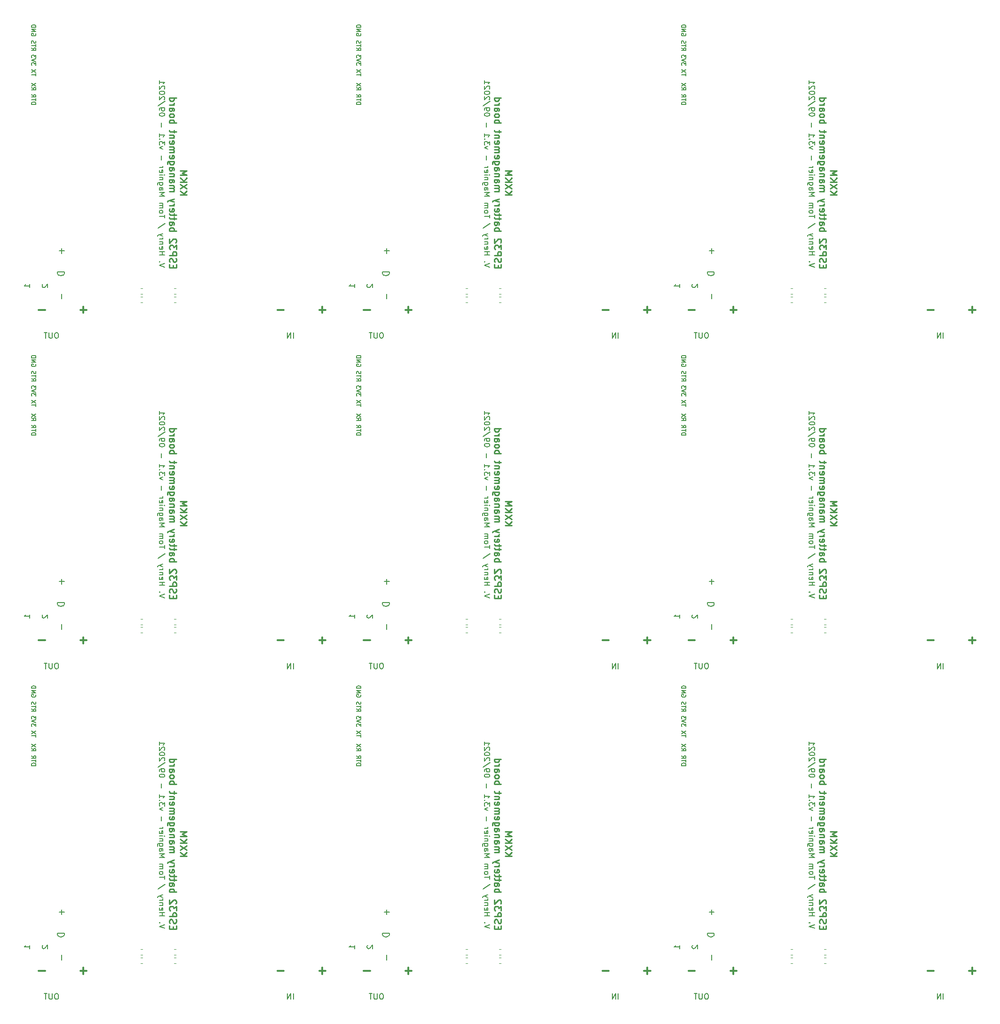
<source format=gbo>
%TF.GenerationSoftware,KiCad,Pcbnew,(6.0.6)*%
%TF.CreationDate,2022-07-06T10:55:58+02:00*%
%TF.ProjectId,panel,70616e65-6c2e-46b6-9963-61645f706362,3.0*%
%TF.SameCoordinates,PXe4e1c0PYe4e1c0*%
%TF.FileFunction,Legend,Bot*%
%TF.FilePolarity,Positive*%
%FSLAX46Y46*%
G04 Gerber Fmt 4.6, Leading zero omitted, Abs format (unit mm)*
G04 Created by KiCad (PCBNEW (6.0.6)) date 2022-07-06 10:55:58*
%MOMM*%
%LPD*%
G01*
G04 APERTURE LIST*
%ADD10C,0.300000*%
%ADD11C,0.150000*%
%ADD12C,0.200000*%
%ADD13C,0.250000*%
%ADD14C,0.120000*%
G04 APERTURE END LIST*
D10*
X13071428Y-60107142D02*
X11928571Y-60107142D01*
X12500000Y-60678571D02*
X12500000Y-59535714D01*
X71571428Y-60107142D02*
X70428571Y-60107142D01*
X71000000Y-60678571D02*
X71000000Y-59535714D01*
X130071428Y-60107142D02*
X128928571Y-60107142D01*
X129500000Y-60678571D02*
X129500000Y-59535714D01*
X13071428Y-119607142D02*
X11928571Y-119607142D01*
X12500000Y-120178571D02*
X12500000Y-119035714D01*
X71571428Y-119607142D02*
X70428571Y-119607142D01*
X71000000Y-120178571D02*
X71000000Y-119035714D01*
X130071428Y-119607142D02*
X128928571Y-119607142D01*
X129500000Y-120178571D02*
X129500000Y-119035714D01*
X13071428Y-179107142D02*
X11928571Y-179107142D01*
X12500000Y-179678571D02*
X12500000Y-178535714D01*
X71571428Y-179107142D02*
X70428571Y-179107142D01*
X71000000Y-179678571D02*
X71000000Y-178535714D01*
X130071428Y-179107142D02*
X128928571Y-179107142D01*
X129500000Y-179678571D02*
X129500000Y-178535714D01*
X5571428Y-60107142D02*
X4428571Y-60107142D01*
X64071428Y-60107142D02*
X62928571Y-60107142D01*
X122571428Y-60107142D02*
X121428571Y-60107142D01*
X5571428Y-119607142D02*
X4428571Y-119607142D01*
X64071428Y-119607142D02*
X62928571Y-119607142D01*
X122571428Y-119607142D02*
X121428571Y-119607142D01*
X5571428Y-179107142D02*
X4428571Y-179107142D01*
X64071428Y-179107142D02*
X62928571Y-179107142D01*
X122571428Y-179107142D02*
X121428571Y-179107142D01*
X48571428Y-60107142D02*
X47428571Y-60107142D01*
X107071428Y-60107142D02*
X105928571Y-60107142D01*
X165571428Y-60107142D02*
X164428571Y-60107142D01*
X48571428Y-119607142D02*
X47428571Y-119607142D01*
X107071428Y-119607142D02*
X105928571Y-119607142D01*
X165571428Y-119607142D02*
X164428571Y-119607142D01*
X48571428Y-179107142D02*
X47428571Y-179107142D01*
X107071428Y-179107142D02*
X105928571Y-179107142D01*
X165571428Y-179107142D02*
X164428571Y-179107142D01*
X56071428Y-60107142D02*
X54928571Y-60107142D01*
X55500000Y-60678571D02*
X55500000Y-59535714D01*
X114571428Y-60107142D02*
X113428571Y-60107142D01*
X114000000Y-60678571D02*
X114000000Y-59535714D01*
X173071428Y-60107142D02*
X171928571Y-60107142D01*
X172500000Y-60678571D02*
X172500000Y-59535714D01*
X56071428Y-119607142D02*
X54928571Y-119607142D01*
X55500000Y-120178571D02*
X55500000Y-119035714D01*
X114571428Y-119607142D02*
X113428571Y-119607142D01*
X114000000Y-120178571D02*
X114000000Y-119035714D01*
X173071428Y-119607142D02*
X171928571Y-119607142D01*
X172500000Y-120178571D02*
X172500000Y-119035714D01*
X56071428Y-179107142D02*
X54928571Y-179107142D01*
X55500000Y-179678571D02*
X55500000Y-178535714D01*
X114571428Y-179107142D02*
X113428571Y-179107142D01*
X114000000Y-179678571D02*
X114000000Y-178535714D01*
X173071428Y-179107142D02*
X171928571Y-179107142D01*
X172500000Y-179678571D02*
X172500000Y-178535714D01*
D11*
X2842380Y-56085714D02*
X2842380Y-55514285D01*
X2842380Y-55800000D02*
X1842380Y-55800000D01*
X1985238Y-55704761D01*
X2080476Y-55609523D01*
X2128095Y-55514285D01*
X5157619Y-55514285D02*
X5110000Y-55561904D01*
X5062380Y-55657142D01*
X5062380Y-55895238D01*
X5110000Y-55990476D01*
X5157619Y-56038095D01*
X5252857Y-56085714D01*
X5348095Y-56085714D01*
X5490952Y-56038095D01*
X6062380Y-55466666D01*
X6062380Y-56085714D01*
X61342380Y-56085714D02*
X61342380Y-55514285D01*
X61342380Y-55800000D02*
X60342380Y-55800000D01*
X60485238Y-55704761D01*
X60580476Y-55609523D01*
X60628095Y-55514285D01*
X63657619Y-55514285D02*
X63610000Y-55561904D01*
X63562380Y-55657142D01*
X63562380Y-55895238D01*
X63610000Y-55990476D01*
X63657619Y-56038095D01*
X63752857Y-56085714D01*
X63848095Y-56085714D01*
X63990952Y-56038095D01*
X64562380Y-55466666D01*
X64562380Y-56085714D01*
X119842380Y-56085714D02*
X119842380Y-55514285D01*
X119842380Y-55800000D02*
X118842380Y-55800000D01*
X118985238Y-55704761D01*
X119080476Y-55609523D01*
X119128095Y-55514285D01*
X122157619Y-55514285D02*
X122110000Y-55561904D01*
X122062380Y-55657142D01*
X122062380Y-55895238D01*
X122110000Y-55990476D01*
X122157619Y-56038095D01*
X122252857Y-56085714D01*
X122348095Y-56085714D01*
X122490952Y-56038095D01*
X123062380Y-55466666D01*
X123062380Y-56085714D01*
X2842380Y-115585714D02*
X2842380Y-115014285D01*
X2842380Y-115300000D02*
X1842380Y-115300000D01*
X1985238Y-115204761D01*
X2080476Y-115109523D01*
X2128095Y-115014285D01*
X5157619Y-115014285D02*
X5110000Y-115061904D01*
X5062380Y-115157142D01*
X5062380Y-115395238D01*
X5110000Y-115490476D01*
X5157619Y-115538095D01*
X5252857Y-115585714D01*
X5348095Y-115585714D01*
X5490952Y-115538095D01*
X6062380Y-114966666D01*
X6062380Y-115585714D01*
X61342380Y-115585714D02*
X61342380Y-115014285D01*
X61342380Y-115300000D02*
X60342380Y-115300000D01*
X60485238Y-115204761D01*
X60580476Y-115109523D01*
X60628095Y-115014285D01*
X63657619Y-115014285D02*
X63610000Y-115061904D01*
X63562380Y-115157142D01*
X63562380Y-115395238D01*
X63610000Y-115490476D01*
X63657619Y-115538095D01*
X63752857Y-115585714D01*
X63848095Y-115585714D01*
X63990952Y-115538095D01*
X64562380Y-114966666D01*
X64562380Y-115585714D01*
X119842380Y-115585714D02*
X119842380Y-115014285D01*
X119842380Y-115300000D02*
X118842380Y-115300000D01*
X118985238Y-115204761D01*
X119080476Y-115109523D01*
X119128095Y-115014285D01*
X122157619Y-115014285D02*
X122110000Y-115061904D01*
X122062380Y-115157142D01*
X122062380Y-115395238D01*
X122110000Y-115490476D01*
X122157619Y-115538095D01*
X122252857Y-115585714D01*
X122348095Y-115585714D01*
X122490952Y-115538095D01*
X123062380Y-114966666D01*
X123062380Y-115585714D01*
X2842380Y-175085714D02*
X2842380Y-174514285D01*
X2842380Y-174800000D02*
X1842380Y-174800000D01*
X1985238Y-174704761D01*
X2080476Y-174609523D01*
X2128095Y-174514285D01*
X5157619Y-174514285D02*
X5110000Y-174561904D01*
X5062380Y-174657142D01*
X5062380Y-174895238D01*
X5110000Y-174990476D01*
X5157619Y-175038095D01*
X5252857Y-175085714D01*
X5348095Y-175085714D01*
X5490952Y-175038095D01*
X6062380Y-174466666D01*
X6062380Y-175085714D01*
X61342380Y-175085714D02*
X61342380Y-174514285D01*
X61342380Y-174800000D02*
X60342380Y-174800000D01*
X60485238Y-174704761D01*
X60580476Y-174609523D01*
X60628095Y-174514285D01*
X63657619Y-174514285D02*
X63610000Y-174561904D01*
X63562380Y-174657142D01*
X63562380Y-174895238D01*
X63610000Y-174990476D01*
X63657619Y-175038095D01*
X63752857Y-175085714D01*
X63848095Y-175085714D01*
X63990952Y-175038095D01*
X64562380Y-174466666D01*
X64562380Y-175085714D01*
X119842380Y-175085714D02*
X119842380Y-174514285D01*
X119842380Y-174800000D02*
X118842380Y-174800000D01*
X118985238Y-174704761D01*
X119080476Y-174609523D01*
X119128095Y-174514285D01*
X122157619Y-174514285D02*
X122110000Y-174561904D01*
X122062380Y-174657142D01*
X122062380Y-174895238D01*
X122110000Y-174990476D01*
X122157619Y-175038095D01*
X122252857Y-175085714D01*
X122348095Y-175085714D01*
X122490952Y-175038095D01*
X123062380Y-174466666D01*
X123062380Y-175085714D01*
X50273809Y-65202380D02*
X50273809Y-64202380D01*
X49797619Y-65202380D02*
X49797619Y-64202380D01*
X49226190Y-65202380D01*
X49226190Y-64202380D01*
X108773809Y-65202380D02*
X108773809Y-64202380D01*
X108297619Y-65202380D02*
X108297619Y-64202380D01*
X107726190Y-65202380D01*
X107726190Y-64202380D01*
X167273809Y-65202380D02*
X167273809Y-64202380D01*
X166797619Y-65202380D02*
X166797619Y-64202380D01*
X166226190Y-65202380D01*
X166226190Y-64202380D01*
X50273809Y-124702380D02*
X50273809Y-123702380D01*
X49797619Y-124702380D02*
X49797619Y-123702380D01*
X49226190Y-124702380D01*
X49226190Y-123702380D01*
X108773809Y-124702380D02*
X108773809Y-123702380D01*
X108297619Y-124702380D02*
X108297619Y-123702380D01*
X107726190Y-124702380D01*
X107726190Y-123702380D01*
X167273809Y-124702380D02*
X167273809Y-123702380D01*
X166797619Y-124702380D02*
X166797619Y-123702380D01*
X166226190Y-124702380D01*
X166226190Y-123702380D01*
X50273809Y-184202380D02*
X50273809Y-183202380D01*
X49797619Y-184202380D02*
X49797619Y-183202380D01*
X49226190Y-184202380D01*
X49226190Y-183202380D01*
X108773809Y-184202380D02*
X108773809Y-183202380D01*
X108297619Y-184202380D02*
X108297619Y-183202380D01*
X107726190Y-184202380D01*
X107726190Y-183202380D01*
X167273809Y-184202380D02*
X167273809Y-183202380D01*
X166797619Y-184202380D02*
X166797619Y-183202380D01*
X166226190Y-184202380D01*
X166226190Y-183202380D01*
D12*
X8585714Y-49057142D02*
X8585714Y-49971428D01*
X9042857Y-49514285D02*
X8128571Y-49514285D01*
X9042857Y-53285714D02*
X7842857Y-53285714D01*
X7842857Y-53571428D01*
X7900000Y-53742857D01*
X8014285Y-53857142D01*
X8128571Y-53914285D01*
X8357142Y-53971428D01*
X8528571Y-53971428D01*
X8757142Y-53914285D01*
X8871428Y-53857142D01*
X8985714Y-53742857D01*
X9042857Y-53571428D01*
X9042857Y-53285714D01*
X8585714Y-57228571D02*
X8585714Y-58142857D01*
X67085714Y-49057142D02*
X67085714Y-49971428D01*
X67542857Y-49514285D02*
X66628571Y-49514285D01*
X67542857Y-53285714D02*
X66342857Y-53285714D01*
X66342857Y-53571428D01*
X66400000Y-53742857D01*
X66514285Y-53857142D01*
X66628571Y-53914285D01*
X66857142Y-53971428D01*
X67028571Y-53971428D01*
X67257142Y-53914285D01*
X67371428Y-53857142D01*
X67485714Y-53742857D01*
X67542857Y-53571428D01*
X67542857Y-53285714D01*
X67085714Y-57228571D02*
X67085714Y-58142857D01*
X125585714Y-49057142D02*
X125585714Y-49971428D01*
X126042857Y-49514285D02*
X125128571Y-49514285D01*
X126042857Y-53285714D02*
X124842857Y-53285714D01*
X124842857Y-53571428D01*
X124900000Y-53742857D01*
X125014285Y-53857142D01*
X125128571Y-53914285D01*
X125357142Y-53971428D01*
X125528571Y-53971428D01*
X125757142Y-53914285D01*
X125871428Y-53857142D01*
X125985714Y-53742857D01*
X126042857Y-53571428D01*
X126042857Y-53285714D01*
X125585714Y-57228571D02*
X125585714Y-58142857D01*
X8585714Y-108557142D02*
X8585714Y-109471428D01*
X9042857Y-109014285D02*
X8128571Y-109014285D01*
X9042857Y-112785714D02*
X7842857Y-112785714D01*
X7842857Y-113071428D01*
X7900000Y-113242857D01*
X8014285Y-113357142D01*
X8128571Y-113414285D01*
X8357142Y-113471428D01*
X8528571Y-113471428D01*
X8757142Y-113414285D01*
X8871428Y-113357142D01*
X8985714Y-113242857D01*
X9042857Y-113071428D01*
X9042857Y-112785714D01*
X8585714Y-116728571D02*
X8585714Y-117642857D01*
X67085714Y-108557142D02*
X67085714Y-109471428D01*
X67542857Y-109014285D02*
X66628571Y-109014285D01*
X67542857Y-112785714D02*
X66342857Y-112785714D01*
X66342857Y-113071428D01*
X66400000Y-113242857D01*
X66514285Y-113357142D01*
X66628571Y-113414285D01*
X66857142Y-113471428D01*
X67028571Y-113471428D01*
X67257142Y-113414285D01*
X67371428Y-113357142D01*
X67485714Y-113242857D01*
X67542857Y-113071428D01*
X67542857Y-112785714D01*
X67085714Y-116728571D02*
X67085714Y-117642857D01*
X125585714Y-108557142D02*
X125585714Y-109471428D01*
X126042857Y-109014285D02*
X125128571Y-109014285D01*
X126042857Y-112785714D02*
X124842857Y-112785714D01*
X124842857Y-113071428D01*
X124900000Y-113242857D01*
X125014285Y-113357142D01*
X125128571Y-113414285D01*
X125357142Y-113471428D01*
X125528571Y-113471428D01*
X125757142Y-113414285D01*
X125871428Y-113357142D01*
X125985714Y-113242857D01*
X126042857Y-113071428D01*
X126042857Y-112785714D01*
X125585714Y-116728571D02*
X125585714Y-117642857D01*
X8585714Y-168057142D02*
X8585714Y-168971428D01*
X9042857Y-168514285D02*
X8128571Y-168514285D01*
X9042857Y-172285714D02*
X7842857Y-172285714D01*
X7842857Y-172571428D01*
X7900000Y-172742857D01*
X8014285Y-172857142D01*
X8128571Y-172914285D01*
X8357142Y-172971428D01*
X8528571Y-172971428D01*
X8757142Y-172914285D01*
X8871428Y-172857142D01*
X8985714Y-172742857D01*
X9042857Y-172571428D01*
X9042857Y-172285714D01*
X8585714Y-176228571D02*
X8585714Y-177142857D01*
X67085714Y-168057142D02*
X67085714Y-168971428D01*
X67542857Y-168514285D02*
X66628571Y-168514285D01*
X67542857Y-172285714D02*
X66342857Y-172285714D01*
X66342857Y-172571428D01*
X66400000Y-172742857D01*
X66514285Y-172857142D01*
X66628571Y-172914285D01*
X66857142Y-172971428D01*
X67028571Y-172971428D01*
X67257142Y-172914285D01*
X67371428Y-172857142D01*
X67485714Y-172742857D01*
X67542857Y-172571428D01*
X67542857Y-172285714D01*
X67085714Y-176228571D02*
X67085714Y-177142857D01*
X125585714Y-168057142D02*
X125585714Y-168971428D01*
X126042857Y-168514285D02*
X125128571Y-168514285D01*
X126042857Y-172285714D02*
X124842857Y-172285714D01*
X124842857Y-172571428D01*
X124900000Y-172742857D01*
X125014285Y-172857142D01*
X125128571Y-172914285D01*
X125357142Y-172971428D01*
X125528571Y-172971428D01*
X125757142Y-172914285D01*
X125871428Y-172857142D01*
X125985714Y-172742857D01*
X126042857Y-172571428D01*
X126042857Y-172285714D01*
X125585714Y-176228571D02*
X125585714Y-177142857D01*
X27147619Y-52433333D02*
X26147619Y-52100000D01*
X27147619Y-51766666D01*
X26242857Y-51433333D02*
X26195238Y-51385714D01*
X26147619Y-51433333D01*
X26195238Y-51480952D01*
X26242857Y-51433333D01*
X26147619Y-51433333D01*
X26147619Y-50195238D02*
X27147619Y-50195238D01*
X26671428Y-50195238D02*
X26671428Y-49623809D01*
X26147619Y-49623809D02*
X27147619Y-49623809D01*
X26195238Y-48766666D02*
X26147619Y-48861904D01*
X26147619Y-49052380D01*
X26195238Y-49147619D01*
X26290476Y-49195238D01*
X26671428Y-49195238D01*
X26766666Y-49147619D01*
X26814285Y-49052380D01*
X26814285Y-48861904D01*
X26766666Y-48766666D01*
X26671428Y-48719047D01*
X26576190Y-48719047D01*
X26480952Y-49195238D01*
X26814285Y-48290476D02*
X26147619Y-48290476D01*
X26719047Y-48290476D02*
X26766666Y-48242857D01*
X26814285Y-48147619D01*
X26814285Y-48004761D01*
X26766666Y-47909523D01*
X26671428Y-47861904D01*
X26147619Y-47861904D01*
X26147619Y-47385714D02*
X26814285Y-47385714D01*
X26623809Y-47385714D02*
X26719047Y-47338095D01*
X26766666Y-47290476D01*
X26814285Y-47195238D01*
X26814285Y-47100000D01*
X26814285Y-46861904D02*
X26147619Y-46623809D01*
X26814285Y-46385714D02*
X26147619Y-46623809D01*
X25909523Y-46719047D01*
X25861904Y-46766666D01*
X25814285Y-46861904D01*
X27195238Y-44528571D02*
X25909523Y-45385714D01*
X27147619Y-43576190D02*
X27147619Y-43004761D01*
X26147619Y-43290476D02*
X27147619Y-43290476D01*
X26147619Y-42528571D02*
X26195238Y-42623809D01*
X26242857Y-42671428D01*
X26338095Y-42719047D01*
X26623809Y-42719047D01*
X26719047Y-42671428D01*
X26766666Y-42623809D01*
X26814285Y-42528571D01*
X26814285Y-42385714D01*
X26766666Y-42290476D01*
X26719047Y-42242857D01*
X26623809Y-42195238D01*
X26338095Y-42195238D01*
X26242857Y-42242857D01*
X26195238Y-42290476D01*
X26147619Y-42385714D01*
X26147619Y-42528571D01*
X26147619Y-41766666D02*
X26814285Y-41766666D01*
X26719047Y-41766666D02*
X26766666Y-41719047D01*
X26814285Y-41623809D01*
X26814285Y-41480952D01*
X26766666Y-41385714D01*
X26671428Y-41338095D01*
X26147619Y-41338095D01*
X26671428Y-41338095D02*
X26766666Y-41290476D01*
X26814285Y-41195238D01*
X26814285Y-41052380D01*
X26766666Y-40957142D01*
X26671428Y-40909523D01*
X26147619Y-40909523D01*
X26147619Y-39671428D02*
X27147619Y-39671428D01*
X26433333Y-39338095D01*
X27147619Y-39004761D01*
X26147619Y-39004761D01*
X26147619Y-38100000D02*
X26671428Y-38100000D01*
X26766666Y-38147619D01*
X26814285Y-38242857D01*
X26814285Y-38433333D01*
X26766666Y-38528571D01*
X26195238Y-38100000D02*
X26147619Y-38195238D01*
X26147619Y-38433333D01*
X26195238Y-38528571D01*
X26290476Y-38576190D01*
X26385714Y-38576190D01*
X26480952Y-38528571D01*
X26528571Y-38433333D01*
X26528571Y-38195238D01*
X26576190Y-38100000D01*
X26814285Y-37195238D02*
X26004761Y-37195238D01*
X25909523Y-37242857D01*
X25861904Y-37290476D01*
X25814285Y-37385714D01*
X25814285Y-37528571D01*
X25861904Y-37623809D01*
X26195238Y-37195238D02*
X26147619Y-37290476D01*
X26147619Y-37480952D01*
X26195238Y-37576190D01*
X26242857Y-37623809D01*
X26338095Y-37671428D01*
X26623809Y-37671428D01*
X26719047Y-37623809D01*
X26766666Y-37576190D01*
X26814285Y-37480952D01*
X26814285Y-37290476D01*
X26766666Y-37195238D01*
X26814285Y-36719047D02*
X26147619Y-36719047D01*
X26719047Y-36719047D02*
X26766666Y-36671428D01*
X26814285Y-36576190D01*
X26814285Y-36433333D01*
X26766666Y-36338095D01*
X26671428Y-36290476D01*
X26147619Y-36290476D01*
X26147619Y-35814285D02*
X26814285Y-35814285D01*
X27147619Y-35814285D02*
X27100000Y-35861904D01*
X27052380Y-35814285D01*
X27100000Y-35766666D01*
X27147619Y-35814285D01*
X27052380Y-35814285D01*
X26195238Y-34957142D02*
X26147619Y-35052380D01*
X26147619Y-35242857D01*
X26195238Y-35338095D01*
X26290476Y-35385714D01*
X26671428Y-35385714D01*
X26766666Y-35338095D01*
X26814285Y-35242857D01*
X26814285Y-35052380D01*
X26766666Y-34957142D01*
X26671428Y-34909523D01*
X26576190Y-34909523D01*
X26480952Y-35385714D01*
X26147619Y-34480952D02*
X26814285Y-34480952D01*
X26623809Y-34480952D02*
X26719047Y-34433333D01*
X26766666Y-34385714D01*
X26814285Y-34290476D01*
X26814285Y-34195238D01*
X26528571Y-33100000D02*
X26528571Y-32338095D01*
X26814285Y-31195238D02*
X26147619Y-30957142D01*
X26814285Y-30719047D01*
X27147619Y-30433333D02*
X27147619Y-29814285D01*
X26766666Y-30147619D01*
X26766666Y-30004761D01*
X26719047Y-29909523D01*
X26671428Y-29861904D01*
X26576190Y-29814285D01*
X26338095Y-29814285D01*
X26242857Y-29861904D01*
X26195238Y-29909523D01*
X26147619Y-30004761D01*
X26147619Y-30290476D01*
X26195238Y-30385714D01*
X26242857Y-30433333D01*
X26242857Y-29385714D02*
X26195238Y-29338095D01*
X26147619Y-29385714D01*
X26195238Y-29433333D01*
X26242857Y-29385714D01*
X26147619Y-29385714D01*
X26147619Y-28385714D02*
X26147619Y-28957142D01*
X26147619Y-28671428D02*
X27147619Y-28671428D01*
X27004761Y-28766666D01*
X26909523Y-28861904D01*
X26861904Y-28957142D01*
X26528571Y-27195238D02*
X26528571Y-26433333D01*
X27147619Y-25004761D02*
X27147619Y-24909523D01*
X27100000Y-24814285D01*
X27052380Y-24766666D01*
X26957142Y-24719047D01*
X26766666Y-24671428D01*
X26528571Y-24671428D01*
X26338095Y-24719047D01*
X26242857Y-24766666D01*
X26195238Y-24814285D01*
X26147619Y-24909523D01*
X26147619Y-25004761D01*
X26195238Y-25100000D01*
X26242857Y-25147619D01*
X26338095Y-25195238D01*
X26528571Y-25242857D01*
X26766666Y-25242857D01*
X26957142Y-25195238D01*
X27052380Y-25147619D01*
X27100000Y-25100000D01*
X27147619Y-25004761D01*
X26147619Y-24195238D02*
X26147619Y-24004761D01*
X26195238Y-23909523D01*
X26242857Y-23861904D01*
X26385714Y-23766666D01*
X26576190Y-23719047D01*
X26957142Y-23719047D01*
X27052380Y-23766666D01*
X27100000Y-23814285D01*
X27147619Y-23909523D01*
X27147619Y-24100000D01*
X27100000Y-24195238D01*
X27052380Y-24242857D01*
X26957142Y-24290476D01*
X26719047Y-24290476D01*
X26623809Y-24242857D01*
X26576190Y-24195238D01*
X26528571Y-24100000D01*
X26528571Y-23909523D01*
X26576190Y-23814285D01*
X26623809Y-23766666D01*
X26719047Y-23719047D01*
X27195238Y-22576190D02*
X25909523Y-23433333D01*
X27052380Y-22290476D02*
X27100000Y-22242857D01*
X27147619Y-22147619D01*
X27147619Y-21909523D01*
X27100000Y-21814285D01*
X27052380Y-21766666D01*
X26957142Y-21719047D01*
X26861904Y-21719047D01*
X26719047Y-21766666D01*
X26147619Y-22338095D01*
X26147619Y-21719047D01*
X27147619Y-21100000D02*
X27147619Y-21004761D01*
X27100000Y-20909523D01*
X27052380Y-20861904D01*
X26957142Y-20814285D01*
X26766666Y-20766666D01*
X26528571Y-20766666D01*
X26338095Y-20814285D01*
X26242857Y-20861904D01*
X26195238Y-20909523D01*
X26147619Y-21004761D01*
X26147619Y-21100000D01*
X26195238Y-21195238D01*
X26242857Y-21242857D01*
X26338095Y-21290476D01*
X26528571Y-21338095D01*
X26766666Y-21338095D01*
X26957142Y-21290476D01*
X27052380Y-21242857D01*
X27100000Y-21195238D01*
X27147619Y-21100000D01*
X27052380Y-20385714D02*
X27100000Y-20338095D01*
X27147619Y-20242857D01*
X27147619Y-20004761D01*
X27100000Y-19909523D01*
X27052380Y-19861904D01*
X26957142Y-19814285D01*
X26861904Y-19814285D01*
X26719047Y-19861904D01*
X26147619Y-20433333D01*
X26147619Y-19814285D01*
X26147619Y-18861904D02*
X26147619Y-19433333D01*
X26147619Y-19147619D02*
X27147619Y-19147619D01*
X27004761Y-19242857D01*
X26909523Y-19338095D01*
X26861904Y-19433333D01*
X85647619Y-52433333D02*
X84647619Y-52099999D01*
X85647619Y-51766666D01*
X84742857Y-51433333D02*
X84695238Y-51385714D01*
X84647619Y-51433333D01*
X84695238Y-51480952D01*
X84742857Y-51433333D01*
X84647619Y-51433333D01*
X84647619Y-50195238D02*
X85647619Y-50195238D01*
X85171428Y-50195238D02*
X85171428Y-49623809D01*
X84647619Y-49623809D02*
X85647619Y-49623809D01*
X84695238Y-48766666D02*
X84647619Y-48861904D01*
X84647619Y-49052380D01*
X84695238Y-49147619D01*
X84790476Y-49195238D01*
X85171428Y-49195238D01*
X85266666Y-49147619D01*
X85314285Y-49052380D01*
X85314285Y-48861904D01*
X85266666Y-48766666D01*
X85171428Y-48719047D01*
X85076190Y-48719047D01*
X84980952Y-49195238D01*
X85314285Y-48290476D02*
X84647619Y-48290476D01*
X85219047Y-48290476D02*
X85266666Y-48242857D01*
X85314285Y-48147619D01*
X85314285Y-48004761D01*
X85266666Y-47909523D01*
X85171428Y-47861904D01*
X84647619Y-47861904D01*
X84647619Y-47385714D02*
X85314285Y-47385714D01*
X85123809Y-47385714D02*
X85219047Y-47338095D01*
X85266666Y-47290476D01*
X85314285Y-47195238D01*
X85314285Y-47099999D01*
X85314285Y-46861904D02*
X84647619Y-46623809D01*
X85314285Y-46385714D02*
X84647619Y-46623809D01*
X84409523Y-46719047D01*
X84361904Y-46766666D01*
X84314285Y-46861904D01*
X85695238Y-44528571D02*
X84409523Y-45385714D01*
X85647619Y-43576190D02*
X85647619Y-43004761D01*
X84647619Y-43290476D02*
X85647619Y-43290476D01*
X84647619Y-42528571D02*
X84695238Y-42623809D01*
X84742857Y-42671428D01*
X84838095Y-42719047D01*
X85123809Y-42719047D01*
X85219047Y-42671428D01*
X85266666Y-42623809D01*
X85314285Y-42528571D01*
X85314285Y-42385714D01*
X85266666Y-42290476D01*
X85219047Y-42242857D01*
X85123809Y-42195238D01*
X84838095Y-42195238D01*
X84742857Y-42242857D01*
X84695238Y-42290476D01*
X84647619Y-42385714D01*
X84647619Y-42528571D01*
X84647619Y-41766666D02*
X85314285Y-41766666D01*
X85219047Y-41766666D02*
X85266666Y-41719047D01*
X85314285Y-41623809D01*
X85314285Y-41480952D01*
X85266666Y-41385714D01*
X85171428Y-41338095D01*
X84647619Y-41338095D01*
X85171428Y-41338095D02*
X85266666Y-41290476D01*
X85314285Y-41195238D01*
X85314285Y-41052380D01*
X85266666Y-40957142D01*
X85171428Y-40909523D01*
X84647619Y-40909523D01*
X84647619Y-39671428D02*
X85647619Y-39671428D01*
X84933333Y-39338095D01*
X85647619Y-39004761D01*
X84647619Y-39004761D01*
X84647619Y-38100000D02*
X85171428Y-38100000D01*
X85266666Y-38147619D01*
X85314285Y-38242857D01*
X85314285Y-38433333D01*
X85266666Y-38528571D01*
X84695238Y-38100000D02*
X84647619Y-38195238D01*
X84647619Y-38433333D01*
X84695238Y-38528571D01*
X84790476Y-38576190D01*
X84885714Y-38576190D01*
X84980952Y-38528571D01*
X85028571Y-38433333D01*
X85028571Y-38195238D01*
X85076190Y-38100000D01*
X85314285Y-37195238D02*
X84504761Y-37195238D01*
X84409523Y-37242857D01*
X84361904Y-37290476D01*
X84314285Y-37385714D01*
X84314285Y-37528571D01*
X84361904Y-37623809D01*
X84695238Y-37195238D02*
X84647619Y-37290476D01*
X84647619Y-37480952D01*
X84695238Y-37576190D01*
X84742857Y-37623809D01*
X84838095Y-37671428D01*
X85123809Y-37671428D01*
X85219047Y-37623809D01*
X85266666Y-37576190D01*
X85314285Y-37480952D01*
X85314285Y-37290476D01*
X85266666Y-37195238D01*
X85314285Y-36719047D02*
X84647619Y-36719047D01*
X85219047Y-36719047D02*
X85266666Y-36671428D01*
X85314285Y-36576190D01*
X85314285Y-36433333D01*
X85266666Y-36338095D01*
X85171428Y-36290476D01*
X84647619Y-36290476D01*
X84647619Y-35814285D02*
X85314285Y-35814285D01*
X85647619Y-35814285D02*
X85600000Y-35861904D01*
X85552380Y-35814285D01*
X85600000Y-35766666D01*
X85647619Y-35814285D01*
X85552380Y-35814285D01*
X84695238Y-34957142D02*
X84647619Y-35052380D01*
X84647619Y-35242857D01*
X84695238Y-35338095D01*
X84790476Y-35385714D01*
X85171428Y-35385714D01*
X85266666Y-35338095D01*
X85314285Y-35242857D01*
X85314285Y-35052380D01*
X85266666Y-34957142D01*
X85171428Y-34909523D01*
X85076190Y-34909523D01*
X84980952Y-35385714D01*
X84647619Y-34480952D02*
X85314285Y-34480952D01*
X85123809Y-34480952D02*
X85219047Y-34433333D01*
X85266666Y-34385714D01*
X85314285Y-34290476D01*
X85314285Y-34195238D01*
X85028571Y-33100000D02*
X85028571Y-32338095D01*
X85314285Y-31195238D02*
X84647619Y-30957142D01*
X85314285Y-30719047D01*
X85647619Y-30433333D02*
X85647619Y-29814285D01*
X85266666Y-30147619D01*
X85266666Y-30004761D01*
X85219047Y-29909523D01*
X85171428Y-29861904D01*
X85076190Y-29814285D01*
X84838095Y-29814285D01*
X84742857Y-29861904D01*
X84695238Y-29909523D01*
X84647619Y-30004761D01*
X84647619Y-30290476D01*
X84695238Y-30385714D01*
X84742857Y-30433333D01*
X84742857Y-29385714D02*
X84695238Y-29338095D01*
X84647619Y-29385714D01*
X84695238Y-29433333D01*
X84742857Y-29385714D01*
X84647619Y-29385714D01*
X84647619Y-28385714D02*
X84647619Y-28957142D01*
X84647619Y-28671428D02*
X85647619Y-28671428D01*
X85504761Y-28766666D01*
X85409523Y-28861904D01*
X85361904Y-28957142D01*
X85028571Y-27195238D02*
X85028571Y-26433333D01*
X85647619Y-25004761D02*
X85647619Y-24909523D01*
X85600000Y-24814285D01*
X85552380Y-24766666D01*
X85457142Y-24719047D01*
X85266666Y-24671428D01*
X85028571Y-24671428D01*
X84838095Y-24719047D01*
X84742857Y-24766666D01*
X84695238Y-24814285D01*
X84647619Y-24909523D01*
X84647619Y-25004761D01*
X84695238Y-25100000D01*
X84742857Y-25147619D01*
X84838095Y-25195238D01*
X85028571Y-25242857D01*
X85266666Y-25242857D01*
X85457142Y-25195238D01*
X85552380Y-25147619D01*
X85600000Y-25100000D01*
X85647619Y-25004761D01*
X84647619Y-24195238D02*
X84647619Y-24004761D01*
X84695238Y-23909523D01*
X84742857Y-23861904D01*
X84885714Y-23766666D01*
X85076190Y-23719047D01*
X85457142Y-23719047D01*
X85552380Y-23766666D01*
X85600000Y-23814285D01*
X85647619Y-23909523D01*
X85647619Y-24100000D01*
X85600000Y-24195238D01*
X85552380Y-24242857D01*
X85457142Y-24290476D01*
X85219047Y-24290476D01*
X85123809Y-24242857D01*
X85076190Y-24195238D01*
X85028571Y-24100000D01*
X85028571Y-23909523D01*
X85076190Y-23814285D01*
X85123809Y-23766666D01*
X85219047Y-23719047D01*
X85695238Y-22576190D02*
X84409523Y-23433333D01*
X85552380Y-22290476D02*
X85600000Y-22242857D01*
X85647619Y-22147619D01*
X85647619Y-21909523D01*
X85600000Y-21814285D01*
X85552380Y-21766666D01*
X85457142Y-21719047D01*
X85361904Y-21719047D01*
X85219047Y-21766666D01*
X84647619Y-22338095D01*
X84647619Y-21719047D01*
X85647619Y-21100000D02*
X85647619Y-21004761D01*
X85600000Y-20909523D01*
X85552380Y-20861904D01*
X85457142Y-20814285D01*
X85266666Y-20766666D01*
X85028571Y-20766666D01*
X84838095Y-20814285D01*
X84742857Y-20861904D01*
X84695238Y-20909523D01*
X84647619Y-21004761D01*
X84647619Y-21100000D01*
X84695238Y-21195238D01*
X84742857Y-21242857D01*
X84838095Y-21290476D01*
X85028571Y-21338095D01*
X85266666Y-21338095D01*
X85457142Y-21290476D01*
X85552380Y-21242857D01*
X85600000Y-21195238D01*
X85647619Y-21100000D01*
X85552380Y-20385714D02*
X85600000Y-20338095D01*
X85647619Y-20242857D01*
X85647619Y-20004761D01*
X85600000Y-19909523D01*
X85552380Y-19861904D01*
X85457142Y-19814285D01*
X85361904Y-19814285D01*
X85219047Y-19861904D01*
X84647619Y-20433333D01*
X84647619Y-19814285D01*
X84647619Y-18861904D02*
X84647619Y-19433333D01*
X84647619Y-19147619D02*
X85647619Y-19147619D01*
X85504761Y-19242857D01*
X85409523Y-19338095D01*
X85361904Y-19433333D01*
X144147619Y-52433333D02*
X143147619Y-52100000D01*
X144147619Y-51766666D01*
X143242857Y-51433333D02*
X143195238Y-51385714D01*
X143147619Y-51433333D01*
X143195238Y-51480952D01*
X143242857Y-51433333D01*
X143147619Y-51433333D01*
X143147619Y-50195238D02*
X144147619Y-50195238D01*
X143671428Y-50195238D02*
X143671428Y-49623809D01*
X143147619Y-49623809D02*
X144147619Y-49623809D01*
X143195238Y-48766666D02*
X143147619Y-48861904D01*
X143147619Y-49052380D01*
X143195238Y-49147619D01*
X143290476Y-49195238D01*
X143671428Y-49195238D01*
X143766666Y-49147619D01*
X143814285Y-49052380D01*
X143814285Y-48861904D01*
X143766666Y-48766666D01*
X143671428Y-48719047D01*
X143576190Y-48719047D01*
X143480952Y-49195238D01*
X143814285Y-48290476D02*
X143147619Y-48290476D01*
X143719047Y-48290476D02*
X143766666Y-48242857D01*
X143814285Y-48147619D01*
X143814285Y-48004761D01*
X143766666Y-47909523D01*
X143671428Y-47861904D01*
X143147619Y-47861904D01*
X143147619Y-47385714D02*
X143814285Y-47385714D01*
X143623809Y-47385714D02*
X143719047Y-47338095D01*
X143766666Y-47290476D01*
X143814285Y-47195238D01*
X143814285Y-47100000D01*
X143814285Y-46861904D02*
X143147619Y-46623809D01*
X143814285Y-46385714D02*
X143147619Y-46623809D01*
X142909523Y-46719047D01*
X142861904Y-46766666D01*
X142814285Y-46861904D01*
X144195238Y-44528571D02*
X142909523Y-45385714D01*
X144147619Y-43576190D02*
X144147619Y-43004761D01*
X143147619Y-43290476D02*
X144147619Y-43290476D01*
X143147619Y-42528571D02*
X143195238Y-42623809D01*
X143242857Y-42671428D01*
X143338095Y-42719047D01*
X143623809Y-42719047D01*
X143719047Y-42671428D01*
X143766666Y-42623809D01*
X143814285Y-42528571D01*
X143814285Y-42385714D01*
X143766666Y-42290476D01*
X143719047Y-42242857D01*
X143623809Y-42195238D01*
X143338095Y-42195238D01*
X143242857Y-42242857D01*
X143195238Y-42290476D01*
X143147619Y-42385714D01*
X143147619Y-42528571D01*
X143147619Y-41766666D02*
X143814285Y-41766666D01*
X143719047Y-41766666D02*
X143766666Y-41719047D01*
X143814285Y-41623809D01*
X143814285Y-41480952D01*
X143766666Y-41385714D01*
X143671428Y-41338095D01*
X143147619Y-41338095D01*
X143671428Y-41338095D02*
X143766666Y-41290476D01*
X143814285Y-41195238D01*
X143814285Y-41052380D01*
X143766666Y-40957142D01*
X143671428Y-40909523D01*
X143147619Y-40909523D01*
X143147619Y-39671428D02*
X144147619Y-39671428D01*
X143433333Y-39338095D01*
X144147619Y-39004761D01*
X143147619Y-39004761D01*
X143147619Y-38100000D02*
X143671428Y-38100000D01*
X143766666Y-38147619D01*
X143814285Y-38242857D01*
X143814285Y-38433333D01*
X143766666Y-38528571D01*
X143195238Y-38100000D02*
X143147619Y-38195238D01*
X143147619Y-38433333D01*
X143195238Y-38528571D01*
X143290476Y-38576190D01*
X143385714Y-38576190D01*
X143480952Y-38528571D01*
X143528571Y-38433333D01*
X143528571Y-38195238D01*
X143576190Y-38100000D01*
X143814285Y-37195238D02*
X143004761Y-37195238D01*
X142909523Y-37242857D01*
X142861904Y-37290476D01*
X142814285Y-37385714D01*
X142814285Y-37528571D01*
X142861904Y-37623809D01*
X143195238Y-37195238D02*
X143147619Y-37290476D01*
X143147619Y-37480952D01*
X143195238Y-37576190D01*
X143242857Y-37623809D01*
X143338095Y-37671428D01*
X143623809Y-37671428D01*
X143719047Y-37623809D01*
X143766666Y-37576190D01*
X143814285Y-37480952D01*
X143814285Y-37290476D01*
X143766666Y-37195238D01*
X143814285Y-36719047D02*
X143147619Y-36719047D01*
X143719047Y-36719047D02*
X143766666Y-36671428D01*
X143814285Y-36576190D01*
X143814285Y-36433333D01*
X143766666Y-36338095D01*
X143671428Y-36290476D01*
X143147619Y-36290476D01*
X143147619Y-35814285D02*
X143814285Y-35814285D01*
X144147619Y-35814285D02*
X144100000Y-35861904D01*
X144052380Y-35814285D01*
X144100000Y-35766666D01*
X144147619Y-35814285D01*
X144052380Y-35814285D01*
X143195238Y-34957142D02*
X143147619Y-35052380D01*
X143147619Y-35242857D01*
X143195238Y-35338095D01*
X143290476Y-35385714D01*
X143671428Y-35385714D01*
X143766666Y-35338095D01*
X143814285Y-35242857D01*
X143814285Y-35052380D01*
X143766666Y-34957142D01*
X143671428Y-34909523D01*
X143576190Y-34909523D01*
X143480952Y-35385714D01*
X143147619Y-34480952D02*
X143814285Y-34480952D01*
X143623809Y-34480952D02*
X143719047Y-34433333D01*
X143766666Y-34385714D01*
X143814285Y-34290476D01*
X143814285Y-34195238D01*
X143528571Y-33100000D02*
X143528571Y-32338095D01*
X143814285Y-31195238D02*
X143147619Y-30957142D01*
X143814285Y-30719047D01*
X144147619Y-30433333D02*
X144147619Y-29814285D01*
X143766666Y-30147619D01*
X143766666Y-30004761D01*
X143719047Y-29909523D01*
X143671428Y-29861904D01*
X143576190Y-29814285D01*
X143338095Y-29814285D01*
X143242857Y-29861904D01*
X143195238Y-29909523D01*
X143147619Y-30004761D01*
X143147619Y-30290476D01*
X143195238Y-30385714D01*
X143242857Y-30433333D01*
X143242857Y-29385714D02*
X143195238Y-29338095D01*
X143147619Y-29385714D01*
X143195238Y-29433333D01*
X143242857Y-29385714D01*
X143147619Y-29385714D01*
X143147619Y-28385714D02*
X143147619Y-28957142D01*
X143147619Y-28671428D02*
X144147619Y-28671428D01*
X144004761Y-28766666D01*
X143909523Y-28861904D01*
X143861904Y-28957142D01*
X143528571Y-27195238D02*
X143528571Y-26433333D01*
X144147619Y-25004761D02*
X144147619Y-24909523D01*
X144100000Y-24814285D01*
X144052380Y-24766666D01*
X143957142Y-24719047D01*
X143766666Y-24671428D01*
X143528571Y-24671428D01*
X143338095Y-24719047D01*
X143242857Y-24766666D01*
X143195238Y-24814285D01*
X143147619Y-24909523D01*
X143147619Y-25004761D01*
X143195238Y-25100000D01*
X143242857Y-25147619D01*
X143338095Y-25195238D01*
X143528571Y-25242857D01*
X143766666Y-25242857D01*
X143957142Y-25195238D01*
X144052380Y-25147619D01*
X144100000Y-25100000D01*
X144147619Y-25004761D01*
X143147619Y-24195238D02*
X143147619Y-24004761D01*
X143195238Y-23909523D01*
X143242857Y-23861904D01*
X143385714Y-23766666D01*
X143576190Y-23719047D01*
X143957142Y-23719047D01*
X144052380Y-23766666D01*
X144100000Y-23814285D01*
X144147619Y-23909523D01*
X144147619Y-24100000D01*
X144100000Y-24195238D01*
X144052380Y-24242857D01*
X143957142Y-24290476D01*
X143719047Y-24290476D01*
X143623809Y-24242857D01*
X143576190Y-24195238D01*
X143528571Y-24100000D01*
X143528571Y-23909523D01*
X143576190Y-23814285D01*
X143623809Y-23766666D01*
X143719047Y-23719047D01*
X144195238Y-22576190D02*
X142909523Y-23433333D01*
X144052380Y-22290476D02*
X144100000Y-22242857D01*
X144147619Y-22147619D01*
X144147619Y-21909523D01*
X144100000Y-21814285D01*
X144052380Y-21766666D01*
X143957142Y-21719047D01*
X143861904Y-21719047D01*
X143719047Y-21766666D01*
X143147619Y-22338095D01*
X143147619Y-21719047D01*
X144147619Y-21100000D02*
X144147619Y-21004761D01*
X144100000Y-20909523D01*
X144052380Y-20861904D01*
X143957142Y-20814285D01*
X143766666Y-20766666D01*
X143528571Y-20766666D01*
X143338095Y-20814285D01*
X143242857Y-20861904D01*
X143195238Y-20909523D01*
X143147619Y-21004761D01*
X143147619Y-21100000D01*
X143195238Y-21195238D01*
X143242857Y-21242857D01*
X143338095Y-21290476D01*
X143528571Y-21338095D01*
X143766666Y-21338095D01*
X143957142Y-21290476D01*
X144052380Y-21242857D01*
X144100000Y-21195238D01*
X144147619Y-21100000D01*
X144052380Y-20385714D02*
X144100000Y-20338095D01*
X144147619Y-20242857D01*
X144147619Y-20004761D01*
X144100000Y-19909523D01*
X144052380Y-19861904D01*
X143957142Y-19814285D01*
X143861904Y-19814285D01*
X143719047Y-19861904D01*
X143147619Y-20433333D01*
X143147619Y-19814285D01*
X143147619Y-18861904D02*
X143147619Y-19433333D01*
X143147619Y-19147619D02*
X144147619Y-19147619D01*
X144004761Y-19242857D01*
X143909523Y-19338095D01*
X143861904Y-19433333D01*
X27147619Y-111933333D02*
X26147619Y-111600000D01*
X27147619Y-111266666D01*
X26242857Y-110933333D02*
X26195238Y-110885714D01*
X26147619Y-110933333D01*
X26195238Y-110980952D01*
X26242857Y-110933333D01*
X26147619Y-110933333D01*
X26147619Y-109695238D02*
X27147619Y-109695238D01*
X26671428Y-109695238D02*
X26671428Y-109123809D01*
X26147619Y-109123809D02*
X27147619Y-109123809D01*
X26195238Y-108266666D02*
X26147619Y-108361904D01*
X26147619Y-108552380D01*
X26195238Y-108647619D01*
X26290476Y-108695238D01*
X26671428Y-108695238D01*
X26766666Y-108647619D01*
X26814285Y-108552380D01*
X26814285Y-108361904D01*
X26766666Y-108266666D01*
X26671428Y-108219047D01*
X26576190Y-108219047D01*
X26480952Y-108695238D01*
X26814285Y-107790476D02*
X26147619Y-107790476D01*
X26719047Y-107790476D02*
X26766666Y-107742857D01*
X26814285Y-107647619D01*
X26814285Y-107504761D01*
X26766666Y-107409523D01*
X26671428Y-107361904D01*
X26147619Y-107361904D01*
X26147619Y-106885714D02*
X26814285Y-106885714D01*
X26623809Y-106885714D02*
X26719047Y-106838095D01*
X26766666Y-106790476D01*
X26814285Y-106695238D01*
X26814285Y-106600000D01*
X26814285Y-106361904D02*
X26147619Y-106123809D01*
X26814285Y-105885714D02*
X26147619Y-106123809D01*
X25909523Y-106219047D01*
X25861904Y-106266666D01*
X25814285Y-106361904D01*
X27195238Y-104028571D02*
X25909523Y-104885714D01*
X27147619Y-103076190D02*
X27147619Y-102504761D01*
X26147619Y-102790476D02*
X27147619Y-102790476D01*
X26147619Y-102028571D02*
X26195238Y-102123809D01*
X26242857Y-102171428D01*
X26338095Y-102219047D01*
X26623809Y-102219047D01*
X26719047Y-102171428D01*
X26766666Y-102123809D01*
X26814285Y-102028571D01*
X26814285Y-101885714D01*
X26766666Y-101790476D01*
X26719047Y-101742857D01*
X26623809Y-101695238D01*
X26338095Y-101695238D01*
X26242857Y-101742857D01*
X26195238Y-101790476D01*
X26147619Y-101885714D01*
X26147619Y-102028571D01*
X26147619Y-101266666D02*
X26814285Y-101266666D01*
X26719047Y-101266666D02*
X26766666Y-101219047D01*
X26814285Y-101123809D01*
X26814285Y-100980952D01*
X26766666Y-100885714D01*
X26671428Y-100838095D01*
X26147619Y-100838095D01*
X26671428Y-100838095D02*
X26766666Y-100790476D01*
X26814285Y-100695238D01*
X26814285Y-100552380D01*
X26766666Y-100457142D01*
X26671428Y-100409523D01*
X26147619Y-100409523D01*
X26147619Y-99171428D02*
X27147619Y-99171428D01*
X26433333Y-98838095D01*
X27147619Y-98504761D01*
X26147619Y-98504761D01*
X26147619Y-97600000D02*
X26671428Y-97600000D01*
X26766666Y-97647619D01*
X26814285Y-97742857D01*
X26814285Y-97933333D01*
X26766666Y-98028571D01*
X26195238Y-97600000D02*
X26147619Y-97695238D01*
X26147619Y-97933333D01*
X26195238Y-98028571D01*
X26290476Y-98076190D01*
X26385714Y-98076190D01*
X26480952Y-98028571D01*
X26528571Y-97933333D01*
X26528571Y-97695238D01*
X26576190Y-97600000D01*
X26814285Y-96695238D02*
X26004761Y-96695238D01*
X25909523Y-96742857D01*
X25861904Y-96790476D01*
X25814285Y-96885714D01*
X25814285Y-97028571D01*
X25861904Y-97123809D01*
X26195238Y-96695238D02*
X26147619Y-96790476D01*
X26147619Y-96980952D01*
X26195238Y-97076190D01*
X26242857Y-97123809D01*
X26338095Y-97171428D01*
X26623809Y-97171428D01*
X26719047Y-97123809D01*
X26766666Y-97076190D01*
X26814285Y-96980952D01*
X26814285Y-96790476D01*
X26766666Y-96695238D01*
X26814285Y-96219047D02*
X26147619Y-96219047D01*
X26719047Y-96219047D02*
X26766666Y-96171428D01*
X26814285Y-96076190D01*
X26814285Y-95933333D01*
X26766666Y-95838095D01*
X26671428Y-95790476D01*
X26147619Y-95790476D01*
X26147619Y-95314285D02*
X26814285Y-95314285D01*
X27147619Y-95314285D02*
X27100000Y-95361904D01*
X27052380Y-95314285D01*
X27100000Y-95266666D01*
X27147619Y-95314285D01*
X27052380Y-95314285D01*
X26195238Y-94457142D02*
X26147619Y-94552380D01*
X26147619Y-94742857D01*
X26195238Y-94838095D01*
X26290476Y-94885714D01*
X26671428Y-94885714D01*
X26766666Y-94838095D01*
X26814285Y-94742857D01*
X26814285Y-94552380D01*
X26766666Y-94457142D01*
X26671428Y-94409523D01*
X26576190Y-94409523D01*
X26480952Y-94885714D01*
X26147619Y-93980952D02*
X26814285Y-93980952D01*
X26623809Y-93980952D02*
X26719047Y-93933333D01*
X26766666Y-93885714D01*
X26814285Y-93790476D01*
X26814285Y-93695238D01*
X26528571Y-92600000D02*
X26528571Y-91838095D01*
X26814285Y-90695238D02*
X26147619Y-90457142D01*
X26814285Y-90219047D01*
X27147619Y-89933333D02*
X27147619Y-89314285D01*
X26766666Y-89647619D01*
X26766666Y-89504761D01*
X26719047Y-89409523D01*
X26671428Y-89361904D01*
X26576190Y-89314285D01*
X26338095Y-89314285D01*
X26242857Y-89361904D01*
X26195238Y-89409523D01*
X26147619Y-89504761D01*
X26147619Y-89790476D01*
X26195238Y-89885714D01*
X26242857Y-89933333D01*
X26242857Y-88885714D02*
X26195238Y-88838095D01*
X26147619Y-88885714D01*
X26195238Y-88933333D01*
X26242857Y-88885714D01*
X26147619Y-88885714D01*
X26147619Y-87885714D02*
X26147619Y-88457142D01*
X26147619Y-88171428D02*
X27147619Y-88171428D01*
X27004761Y-88266666D01*
X26909523Y-88361904D01*
X26861904Y-88457142D01*
X26528571Y-86695238D02*
X26528571Y-85933333D01*
X27147619Y-84504761D02*
X27147619Y-84409523D01*
X27100000Y-84314285D01*
X27052380Y-84266666D01*
X26957142Y-84219047D01*
X26766666Y-84171428D01*
X26528571Y-84171428D01*
X26338095Y-84219047D01*
X26242857Y-84266666D01*
X26195238Y-84314285D01*
X26147619Y-84409523D01*
X26147619Y-84504761D01*
X26195238Y-84600000D01*
X26242857Y-84647619D01*
X26338095Y-84695238D01*
X26528571Y-84742857D01*
X26766666Y-84742857D01*
X26957142Y-84695238D01*
X27052380Y-84647619D01*
X27100000Y-84600000D01*
X27147619Y-84504761D01*
X26147619Y-83695238D02*
X26147619Y-83504761D01*
X26195238Y-83409523D01*
X26242857Y-83361904D01*
X26385714Y-83266666D01*
X26576190Y-83219047D01*
X26957142Y-83219047D01*
X27052380Y-83266666D01*
X27100000Y-83314285D01*
X27147619Y-83409523D01*
X27147619Y-83600000D01*
X27100000Y-83695238D01*
X27052380Y-83742857D01*
X26957142Y-83790476D01*
X26719047Y-83790476D01*
X26623809Y-83742857D01*
X26576190Y-83695238D01*
X26528571Y-83600000D01*
X26528571Y-83409523D01*
X26576190Y-83314285D01*
X26623809Y-83266666D01*
X26719047Y-83219047D01*
X27195238Y-82076190D02*
X25909523Y-82933333D01*
X27052380Y-81790476D02*
X27100000Y-81742857D01*
X27147619Y-81647619D01*
X27147619Y-81409523D01*
X27100000Y-81314285D01*
X27052380Y-81266666D01*
X26957142Y-81219047D01*
X26861904Y-81219047D01*
X26719047Y-81266666D01*
X26147619Y-81838095D01*
X26147619Y-81219047D01*
X27147619Y-80600000D02*
X27147619Y-80504761D01*
X27100000Y-80409523D01*
X27052380Y-80361904D01*
X26957142Y-80314285D01*
X26766666Y-80266666D01*
X26528571Y-80266666D01*
X26338095Y-80314285D01*
X26242857Y-80361904D01*
X26195238Y-80409523D01*
X26147619Y-80504761D01*
X26147619Y-80600000D01*
X26195238Y-80695238D01*
X26242857Y-80742857D01*
X26338095Y-80790476D01*
X26528571Y-80838095D01*
X26766666Y-80838095D01*
X26957142Y-80790476D01*
X27052380Y-80742857D01*
X27100000Y-80695238D01*
X27147619Y-80600000D01*
X27052380Y-79885714D02*
X27100000Y-79838095D01*
X27147619Y-79742857D01*
X27147619Y-79504761D01*
X27100000Y-79409523D01*
X27052380Y-79361904D01*
X26957142Y-79314285D01*
X26861904Y-79314285D01*
X26719047Y-79361904D01*
X26147619Y-79933333D01*
X26147619Y-79314285D01*
X26147619Y-78361904D02*
X26147619Y-78933333D01*
X26147619Y-78647619D02*
X27147619Y-78647619D01*
X27004761Y-78742857D01*
X26909523Y-78838095D01*
X26861904Y-78933333D01*
X85647619Y-111933333D02*
X84647619Y-111599999D01*
X85647619Y-111266666D01*
X84742857Y-110933333D02*
X84695238Y-110885714D01*
X84647619Y-110933333D01*
X84695238Y-110980952D01*
X84742857Y-110933333D01*
X84647619Y-110933333D01*
X84647619Y-109695238D02*
X85647619Y-109695238D01*
X85171428Y-109695238D02*
X85171428Y-109123809D01*
X84647619Y-109123809D02*
X85647619Y-109123809D01*
X84695238Y-108266666D02*
X84647619Y-108361904D01*
X84647619Y-108552380D01*
X84695238Y-108647619D01*
X84790476Y-108695238D01*
X85171428Y-108695238D01*
X85266666Y-108647619D01*
X85314285Y-108552380D01*
X85314285Y-108361904D01*
X85266666Y-108266666D01*
X85171428Y-108219047D01*
X85076190Y-108219047D01*
X84980952Y-108695238D01*
X85314285Y-107790476D02*
X84647619Y-107790476D01*
X85219047Y-107790476D02*
X85266666Y-107742857D01*
X85314285Y-107647619D01*
X85314285Y-107504761D01*
X85266666Y-107409523D01*
X85171428Y-107361904D01*
X84647619Y-107361904D01*
X84647619Y-106885714D02*
X85314285Y-106885714D01*
X85123809Y-106885714D02*
X85219047Y-106838095D01*
X85266666Y-106790476D01*
X85314285Y-106695238D01*
X85314285Y-106599999D01*
X85314285Y-106361904D02*
X84647619Y-106123809D01*
X85314285Y-105885714D02*
X84647619Y-106123809D01*
X84409523Y-106219047D01*
X84361904Y-106266666D01*
X84314285Y-106361904D01*
X85695238Y-104028571D02*
X84409523Y-104885714D01*
X85647619Y-103076190D02*
X85647619Y-102504761D01*
X84647619Y-102790476D02*
X85647619Y-102790476D01*
X84647619Y-102028571D02*
X84695238Y-102123809D01*
X84742857Y-102171428D01*
X84838095Y-102219047D01*
X85123809Y-102219047D01*
X85219047Y-102171428D01*
X85266666Y-102123809D01*
X85314285Y-102028571D01*
X85314285Y-101885714D01*
X85266666Y-101790476D01*
X85219047Y-101742857D01*
X85123809Y-101695238D01*
X84838095Y-101695238D01*
X84742857Y-101742857D01*
X84695238Y-101790476D01*
X84647619Y-101885714D01*
X84647619Y-102028571D01*
X84647619Y-101266666D02*
X85314285Y-101266666D01*
X85219047Y-101266666D02*
X85266666Y-101219047D01*
X85314285Y-101123809D01*
X85314285Y-100980952D01*
X85266666Y-100885714D01*
X85171428Y-100838095D01*
X84647619Y-100838095D01*
X85171428Y-100838095D02*
X85266666Y-100790476D01*
X85314285Y-100695238D01*
X85314285Y-100552380D01*
X85266666Y-100457142D01*
X85171428Y-100409523D01*
X84647619Y-100409523D01*
X84647619Y-99171428D02*
X85647619Y-99171428D01*
X84933333Y-98838095D01*
X85647619Y-98504761D01*
X84647619Y-98504761D01*
X84647619Y-97600000D02*
X85171428Y-97600000D01*
X85266666Y-97647619D01*
X85314285Y-97742857D01*
X85314285Y-97933333D01*
X85266666Y-98028571D01*
X84695238Y-97600000D02*
X84647619Y-97695238D01*
X84647619Y-97933333D01*
X84695238Y-98028571D01*
X84790476Y-98076190D01*
X84885714Y-98076190D01*
X84980952Y-98028571D01*
X85028571Y-97933333D01*
X85028571Y-97695238D01*
X85076190Y-97600000D01*
X85314285Y-96695238D02*
X84504761Y-96695238D01*
X84409523Y-96742857D01*
X84361904Y-96790476D01*
X84314285Y-96885714D01*
X84314285Y-97028571D01*
X84361904Y-97123809D01*
X84695238Y-96695238D02*
X84647619Y-96790476D01*
X84647619Y-96980952D01*
X84695238Y-97076190D01*
X84742857Y-97123809D01*
X84838095Y-97171428D01*
X85123809Y-97171428D01*
X85219047Y-97123809D01*
X85266666Y-97076190D01*
X85314285Y-96980952D01*
X85314285Y-96790476D01*
X85266666Y-96695238D01*
X85314285Y-96219047D02*
X84647619Y-96219047D01*
X85219047Y-96219047D02*
X85266666Y-96171428D01*
X85314285Y-96076190D01*
X85314285Y-95933333D01*
X85266666Y-95838095D01*
X85171428Y-95790476D01*
X84647619Y-95790476D01*
X84647619Y-95314285D02*
X85314285Y-95314285D01*
X85647619Y-95314285D02*
X85600000Y-95361904D01*
X85552380Y-95314285D01*
X85600000Y-95266666D01*
X85647619Y-95314285D01*
X85552380Y-95314285D01*
X84695238Y-94457142D02*
X84647619Y-94552380D01*
X84647619Y-94742857D01*
X84695238Y-94838095D01*
X84790476Y-94885714D01*
X85171428Y-94885714D01*
X85266666Y-94838095D01*
X85314285Y-94742857D01*
X85314285Y-94552380D01*
X85266666Y-94457142D01*
X85171428Y-94409523D01*
X85076190Y-94409523D01*
X84980952Y-94885714D01*
X84647619Y-93980952D02*
X85314285Y-93980952D01*
X85123809Y-93980952D02*
X85219047Y-93933333D01*
X85266666Y-93885714D01*
X85314285Y-93790476D01*
X85314285Y-93695238D01*
X85028571Y-92600000D02*
X85028571Y-91838095D01*
X85314285Y-90695238D02*
X84647619Y-90457142D01*
X85314285Y-90219047D01*
X85647619Y-89933333D02*
X85647619Y-89314285D01*
X85266666Y-89647619D01*
X85266666Y-89504761D01*
X85219047Y-89409523D01*
X85171428Y-89361904D01*
X85076190Y-89314285D01*
X84838095Y-89314285D01*
X84742857Y-89361904D01*
X84695238Y-89409523D01*
X84647619Y-89504761D01*
X84647619Y-89790476D01*
X84695238Y-89885714D01*
X84742857Y-89933333D01*
X84742857Y-88885714D02*
X84695238Y-88838095D01*
X84647619Y-88885714D01*
X84695238Y-88933333D01*
X84742857Y-88885714D01*
X84647619Y-88885714D01*
X84647619Y-87885714D02*
X84647619Y-88457142D01*
X84647619Y-88171428D02*
X85647619Y-88171428D01*
X85504761Y-88266666D01*
X85409523Y-88361904D01*
X85361904Y-88457142D01*
X85028571Y-86695238D02*
X85028571Y-85933333D01*
X85647619Y-84504761D02*
X85647619Y-84409523D01*
X85600000Y-84314285D01*
X85552380Y-84266666D01*
X85457142Y-84219047D01*
X85266666Y-84171428D01*
X85028571Y-84171428D01*
X84838095Y-84219047D01*
X84742857Y-84266666D01*
X84695238Y-84314285D01*
X84647619Y-84409523D01*
X84647619Y-84504761D01*
X84695238Y-84600000D01*
X84742857Y-84647619D01*
X84838095Y-84695238D01*
X85028571Y-84742857D01*
X85266666Y-84742857D01*
X85457142Y-84695238D01*
X85552380Y-84647619D01*
X85600000Y-84600000D01*
X85647619Y-84504761D01*
X84647619Y-83695238D02*
X84647619Y-83504761D01*
X84695238Y-83409523D01*
X84742857Y-83361904D01*
X84885714Y-83266666D01*
X85076190Y-83219047D01*
X85457142Y-83219047D01*
X85552380Y-83266666D01*
X85600000Y-83314285D01*
X85647619Y-83409523D01*
X85647619Y-83600000D01*
X85600000Y-83695238D01*
X85552380Y-83742857D01*
X85457142Y-83790476D01*
X85219047Y-83790476D01*
X85123809Y-83742857D01*
X85076190Y-83695238D01*
X85028571Y-83600000D01*
X85028571Y-83409523D01*
X85076190Y-83314285D01*
X85123809Y-83266666D01*
X85219047Y-83219047D01*
X85695238Y-82076190D02*
X84409523Y-82933333D01*
X85552380Y-81790476D02*
X85600000Y-81742857D01*
X85647619Y-81647619D01*
X85647619Y-81409523D01*
X85600000Y-81314285D01*
X85552380Y-81266666D01*
X85457142Y-81219047D01*
X85361904Y-81219047D01*
X85219047Y-81266666D01*
X84647619Y-81838095D01*
X84647619Y-81219047D01*
X85647619Y-80600000D02*
X85647619Y-80504761D01*
X85600000Y-80409523D01*
X85552380Y-80361904D01*
X85457142Y-80314285D01*
X85266666Y-80266666D01*
X85028571Y-80266666D01*
X84838095Y-80314285D01*
X84742857Y-80361904D01*
X84695238Y-80409523D01*
X84647619Y-80504761D01*
X84647619Y-80600000D01*
X84695238Y-80695238D01*
X84742857Y-80742857D01*
X84838095Y-80790476D01*
X85028571Y-80838095D01*
X85266666Y-80838095D01*
X85457142Y-80790476D01*
X85552380Y-80742857D01*
X85600000Y-80695238D01*
X85647619Y-80600000D01*
X85552380Y-79885714D02*
X85600000Y-79838095D01*
X85647619Y-79742857D01*
X85647619Y-79504761D01*
X85600000Y-79409523D01*
X85552380Y-79361904D01*
X85457142Y-79314285D01*
X85361904Y-79314285D01*
X85219047Y-79361904D01*
X84647619Y-79933333D01*
X84647619Y-79314285D01*
X84647619Y-78361904D02*
X84647619Y-78933333D01*
X84647619Y-78647619D02*
X85647619Y-78647619D01*
X85504761Y-78742857D01*
X85409523Y-78838095D01*
X85361904Y-78933333D01*
X144147619Y-111933333D02*
X143147619Y-111600000D01*
X144147619Y-111266666D01*
X143242857Y-110933333D02*
X143195238Y-110885714D01*
X143147619Y-110933333D01*
X143195238Y-110980952D01*
X143242857Y-110933333D01*
X143147619Y-110933333D01*
X143147619Y-109695238D02*
X144147619Y-109695238D01*
X143671428Y-109695238D02*
X143671428Y-109123809D01*
X143147619Y-109123809D02*
X144147619Y-109123809D01*
X143195238Y-108266666D02*
X143147619Y-108361904D01*
X143147619Y-108552380D01*
X143195238Y-108647619D01*
X143290476Y-108695238D01*
X143671428Y-108695238D01*
X143766666Y-108647619D01*
X143814285Y-108552380D01*
X143814285Y-108361904D01*
X143766666Y-108266666D01*
X143671428Y-108219047D01*
X143576190Y-108219047D01*
X143480952Y-108695238D01*
X143814285Y-107790476D02*
X143147619Y-107790476D01*
X143719047Y-107790476D02*
X143766666Y-107742857D01*
X143814285Y-107647619D01*
X143814285Y-107504761D01*
X143766666Y-107409523D01*
X143671428Y-107361904D01*
X143147619Y-107361904D01*
X143147619Y-106885714D02*
X143814285Y-106885714D01*
X143623809Y-106885714D02*
X143719047Y-106838095D01*
X143766666Y-106790476D01*
X143814285Y-106695238D01*
X143814285Y-106600000D01*
X143814285Y-106361904D02*
X143147619Y-106123809D01*
X143814285Y-105885714D02*
X143147619Y-106123809D01*
X142909523Y-106219047D01*
X142861904Y-106266666D01*
X142814285Y-106361904D01*
X144195238Y-104028571D02*
X142909523Y-104885714D01*
X144147619Y-103076190D02*
X144147619Y-102504761D01*
X143147619Y-102790476D02*
X144147619Y-102790476D01*
X143147619Y-102028571D02*
X143195238Y-102123809D01*
X143242857Y-102171428D01*
X143338095Y-102219047D01*
X143623809Y-102219047D01*
X143719047Y-102171428D01*
X143766666Y-102123809D01*
X143814285Y-102028571D01*
X143814285Y-101885714D01*
X143766666Y-101790476D01*
X143719047Y-101742857D01*
X143623809Y-101695238D01*
X143338095Y-101695238D01*
X143242857Y-101742857D01*
X143195238Y-101790476D01*
X143147619Y-101885714D01*
X143147619Y-102028571D01*
X143147619Y-101266666D02*
X143814285Y-101266666D01*
X143719047Y-101266666D02*
X143766666Y-101219047D01*
X143814285Y-101123809D01*
X143814285Y-100980952D01*
X143766666Y-100885714D01*
X143671428Y-100838095D01*
X143147619Y-100838095D01*
X143671428Y-100838095D02*
X143766666Y-100790476D01*
X143814285Y-100695238D01*
X143814285Y-100552380D01*
X143766666Y-100457142D01*
X143671428Y-100409523D01*
X143147619Y-100409523D01*
X143147619Y-99171428D02*
X144147619Y-99171428D01*
X143433333Y-98838095D01*
X144147619Y-98504761D01*
X143147619Y-98504761D01*
X143147619Y-97600000D02*
X143671428Y-97600000D01*
X143766666Y-97647619D01*
X143814285Y-97742857D01*
X143814285Y-97933333D01*
X143766666Y-98028571D01*
X143195238Y-97600000D02*
X143147619Y-97695238D01*
X143147619Y-97933333D01*
X143195238Y-98028571D01*
X143290476Y-98076190D01*
X143385714Y-98076190D01*
X143480952Y-98028571D01*
X143528571Y-97933333D01*
X143528571Y-97695238D01*
X143576190Y-97600000D01*
X143814285Y-96695238D02*
X143004761Y-96695238D01*
X142909523Y-96742857D01*
X142861904Y-96790476D01*
X142814285Y-96885714D01*
X142814285Y-97028571D01*
X142861904Y-97123809D01*
X143195238Y-96695238D02*
X143147619Y-96790476D01*
X143147619Y-96980952D01*
X143195238Y-97076190D01*
X143242857Y-97123809D01*
X143338095Y-97171428D01*
X143623809Y-97171428D01*
X143719047Y-97123809D01*
X143766666Y-97076190D01*
X143814285Y-96980952D01*
X143814285Y-96790476D01*
X143766666Y-96695238D01*
X143814285Y-96219047D02*
X143147619Y-96219047D01*
X143719047Y-96219047D02*
X143766666Y-96171428D01*
X143814285Y-96076190D01*
X143814285Y-95933333D01*
X143766666Y-95838095D01*
X143671428Y-95790476D01*
X143147619Y-95790476D01*
X143147619Y-95314285D02*
X143814285Y-95314285D01*
X144147619Y-95314285D02*
X144100000Y-95361904D01*
X144052380Y-95314285D01*
X144100000Y-95266666D01*
X144147619Y-95314285D01*
X144052380Y-95314285D01*
X143195238Y-94457142D02*
X143147619Y-94552380D01*
X143147619Y-94742857D01*
X143195238Y-94838095D01*
X143290476Y-94885714D01*
X143671428Y-94885714D01*
X143766666Y-94838095D01*
X143814285Y-94742857D01*
X143814285Y-94552380D01*
X143766666Y-94457142D01*
X143671428Y-94409523D01*
X143576190Y-94409523D01*
X143480952Y-94885714D01*
X143147619Y-93980952D02*
X143814285Y-93980952D01*
X143623809Y-93980952D02*
X143719047Y-93933333D01*
X143766666Y-93885714D01*
X143814285Y-93790476D01*
X143814285Y-93695238D01*
X143528571Y-92600000D02*
X143528571Y-91838095D01*
X143814285Y-90695238D02*
X143147619Y-90457142D01*
X143814285Y-90219047D01*
X144147619Y-89933333D02*
X144147619Y-89314285D01*
X143766666Y-89647619D01*
X143766666Y-89504761D01*
X143719047Y-89409523D01*
X143671428Y-89361904D01*
X143576190Y-89314285D01*
X143338095Y-89314285D01*
X143242857Y-89361904D01*
X143195238Y-89409523D01*
X143147619Y-89504761D01*
X143147619Y-89790476D01*
X143195238Y-89885714D01*
X143242857Y-89933333D01*
X143242857Y-88885714D02*
X143195238Y-88838095D01*
X143147619Y-88885714D01*
X143195238Y-88933333D01*
X143242857Y-88885714D01*
X143147619Y-88885714D01*
X143147619Y-87885714D02*
X143147619Y-88457142D01*
X143147619Y-88171428D02*
X144147619Y-88171428D01*
X144004761Y-88266666D01*
X143909523Y-88361904D01*
X143861904Y-88457142D01*
X143528571Y-86695238D02*
X143528571Y-85933333D01*
X144147619Y-84504761D02*
X144147619Y-84409523D01*
X144100000Y-84314285D01*
X144052380Y-84266666D01*
X143957142Y-84219047D01*
X143766666Y-84171428D01*
X143528571Y-84171428D01*
X143338095Y-84219047D01*
X143242857Y-84266666D01*
X143195238Y-84314285D01*
X143147619Y-84409523D01*
X143147619Y-84504761D01*
X143195238Y-84600000D01*
X143242857Y-84647619D01*
X143338095Y-84695238D01*
X143528571Y-84742857D01*
X143766666Y-84742857D01*
X143957142Y-84695238D01*
X144052380Y-84647619D01*
X144100000Y-84600000D01*
X144147619Y-84504761D01*
X143147619Y-83695238D02*
X143147619Y-83504761D01*
X143195238Y-83409523D01*
X143242857Y-83361904D01*
X143385714Y-83266666D01*
X143576190Y-83219047D01*
X143957142Y-83219047D01*
X144052380Y-83266666D01*
X144100000Y-83314285D01*
X144147619Y-83409523D01*
X144147619Y-83600000D01*
X144100000Y-83695238D01*
X144052380Y-83742857D01*
X143957142Y-83790476D01*
X143719047Y-83790476D01*
X143623809Y-83742857D01*
X143576190Y-83695238D01*
X143528571Y-83600000D01*
X143528571Y-83409523D01*
X143576190Y-83314285D01*
X143623809Y-83266666D01*
X143719047Y-83219047D01*
X144195238Y-82076190D02*
X142909523Y-82933333D01*
X144052380Y-81790476D02*
X144100000Y-81742857D01*
X144147619Y-81647619D01*
X144147619Y-81409523D01*
X144100000Y-81314285D01*
X144052380Y-81266666D01*
X143957142Y-81219047D01*
X143861904Y-81219047D01*
X143719047Y-81266666D01*
X143147619Y-81838095D01*
X143147619Y-81219047D01*
X144147619Y-80600000D02*
X144147619Y-80504761D01*
X144100000Y-80409523D01*
X144052380Y-80361904D01*
X143957142Y-80314285D01*
X143766666Y-80266666D01*
X143528571Y-80266666D01*
X143338095Y-80314285D01*
X143242857Y-80361904D01*
X143195238Y-80409523D01*
X143147619Y-80504761D01*
X143147619Y-80600000D01*
X143195238Y-80695238D01*
X143242857Y-80742857D01*
X143338095Y-80790476D01*
X143528571Y-80838095D01*
X143766666Y-80838095D01*
X143957142Y-80790476D01*
X144052380Y-80742857D01*
X144100000Y-80695238D01*
X144147619Y-80600000D01*
X144052380Y-79885714D02*
X144100000Y-79838095D01*
X144147619Y-79742857D01*
X144147619Y-79504761D01*
X144100000Y-79409523D01*
X144052380Y-79361904D01*
X143957142Y-79314285D01*
X143861904Y-79314285D01*
X143719047Y-79361904D01*
X143147619Y-79933333D01*
X143147619Y-79314285D01*
X143147619Y-78361904D02*
X143147619Y-78933333D01*
X143147619Y-78647619D02*
X144147619Y-78647619D01*
X144004761Y-78742857D01*
X143909523Y-78838095D01*
X143861904Y-78933333D01*
X27147619Y-171433333D02*
X26147619Y-171100000D01*
X27147619Y-170766666D01*
X26242857Y-170433333D02*
X26195238Y-170385714D01*
X26147619Y-170433333D01*
X26195238Y-170480952D01*
X26242857Y-170433333D01*
X26147619Y-170433333D01*
X26147619Y-169195238D02*
X27147619Y-169195238D01*
X26671428Y-169195238D02*
X26671428Y-168623809D01*
X26147619Y-168623809D02*
X27147619Y-168623809D01*
X26195238Y-167766666D02*
X26147619Y-167861904D01*
X26147619Y-168052380D01*
X26195238Y-168147619D01*
X26290476Y-168195238D01*
X26671428Y-168195238D01*
X26766666Y-168147619D01*
X26814285Y-168052380D01*
X26814285Y-167861904D01*
X26766666Y-167766666D01*
X26671428Y-167719047D01*
X26576190Y-167719047D01*
X26480952Y-168195238D01*
X26814285Y-167290476D02*
X26147619Y-167290476D01*
X26719047Y-167290476D02*
X26766666Y-167242857D01*
X26814285Y-167147619D01*
X26814285Y-167004761D01*
X26766666Y-166909523D01*
X26671428Y-166861904D01*
X26147619Y-166861904D01*
X26147619Y-166385714D02*
X26814285Y-166385714D01*
X26623809Y-166385714D02*
X26719047Y-166338095D01*
X26766666Y-166290476D01*
X26814285Y-166195238D01*
X26814285Y-166100000D01*
X26814285Y-165861904D02*
X26147619Y-165623809D01*
X26814285Y-165385714D02*
X26147619Y-165623809D01*
X25909523Y-165719047D01*
X25861904Y-165766666D01*
X25814285Y-165861904D01*
X27195238Y-163528571D02*
X25909523Y-164385714D01*
X27147619Y-162576190D02*
X27147619Y-162004761D01*
X26147619Y-162290476D02*
X27147619Y-162290476D01*
X26147619Y-161528571D02*
X26195238Y-161623809D01*
X26242857Y-161671428D01*
X26338095Y-161719047D01*
X26623809Y-161719047D01*
X26719047Y-161671428D01*
X26766666Y-161623809D01*
X26814285Y-161528571D01*
X26814285Y-161385714D01*
X26766666Y-161290476D01*
X26719047Y-161242857D01*
X26623809Y-161195238D01*
X26338095Y-161195238D01*
X26242857Y-161242857D01*
X26195238Y-161290476D01*
X26147619Y-161385714D01*
X26147619Y-161528571D01*
X26147619Y-160766666D02*
X26814285Y-160766666D01*
X26719047Y-160766666D02*
X26766666Y-160719047D01*
X26814285Y-160623809D01*
X26814285Y-160480952D01*
X26766666Y-160385714D01*
X26671428Y-160338095D01*
X26147619Y-160338095D01*
X26671428Y-160338095D02*
X26766666Y-160290476D01*
X26814285Y-160195238D01*
X26814285Y-160052380D01*
X26766666Y-159957142D01*
X26671428Y-159909523D01*
X26147619Y-159909523D01*
X26147619Y-158671428D02*
X27147619Y-158671428D01*
X26433333Y-158338095D01*
X27147619Y-158004761D01*
X26147619Y-158004761D01*
X26147619Y-157100000D02*
X26671428Y-157100000D01*
X26766666Y-157147619D01*
X26814285Y-157242857D01*
X26814285Y-157433333D01*
X26766666Y-157528571D01*
X26195238Y-157100000D02*
X26147619Y-157195238D01*
X26147619Y-157433333D01*
X26195238Y-157528571D01*
X26290476Y-157576190D01*
X26385714Y-157576190D01*
X26480952Y-157528571D01*
X26528571Y-157433333D01*
X26528571Y-157195238D01*
X26576190Y-157100000D01*
X26814285Y-156195238D02*
X26004761Y-156195238D01*
X25909523Y-156242857D01*
X25861904Y-156290476D01*
X25814285Y-156385714D01*
X25814285Y-156528571D01*
X25861904Y-156623809D01*
X26195238Y-156195238D02*
X26147619Y-156290476D01*
X26147619Y-156480952D01*
X26195238Y-156576190D01*
X26242857Y-156623809D01*
X26338095Y-156671428D01*
X26623809Y-156671428D01*
X26719047Y-156623809D01*
X26766666Y-156576190D01*
X26814285Y-156480952D01*
X26814285Y-156290476D01*
X26766666Y-156195238D01*
X26814285Y-155719047D02*
X26147619Y-155719047D01*
X26719047Y-155719047D02*
X26766666Y-155671428D01*
X26814285Y-155576190D01*
X26814285Y-155433333D01*
X26766666Y-155338095D01*
X26671428Y-155290476D01*
X26147619Y-155290476D01*
X26147619Y-154814285D02*
X26814285Y-154814285D01*
X27147619Y-154814285D02*
X27100000Y-154861904D01*
X27052380Y-154814285D01*
X27100000Y-154766666D01*
X27147619Y-154814285D01*
X27052380Y-154814285D01*
X26195238Y-153957142D02*
X26147619Y-154052380D01*
X26147619Y-154242857D01*
X26195238Y-154338095D01*
X26290476Y-154385714D01*
X26671428Y-154385714D01*
X26766666Y-154338095D01*
X26814285Y-154242857D01*
X26814285Y-154052380D01*
X26766666Y-153957142D01*
X26671428Y-153909523D01*
X26576190Y-153909523D01*
X26480952Y-154385714D01*
X26147619Y-153480952D02*
X26814285Y-153480952D01*
X26623809Y-153480952D02*
X26719047Y-153433333D01*
X26766666Y-153385714D01*
X26814285Y-153290476D01*
X26814285Y-153195238D01*
X26528571Y-152100000D02*
X26528571Y-151338095D01*
X26814285Y-150195238D02*
X26147619Y-149957142D01*
X26814285Y-149719047D01*
X27147619Y-149433333D02*
X27147619Y-148814285D01*
X26766666Y-149147619D01*
X26766666Y-149004761D01*
X26719047Y-148909523D01*
X26671428Y-148861904D01*
X26576190Y-148814285D01*
X26338095Y-148814285D01*
X26242857Y-148861904D01*
X26195238Y-148909523D01*
X26147619Y-149004761D01*
X26147619Y-149290476D01*
X26195238Y-149385714D01*
X26242857Y-149433333D01*
X26242857Y-148385714D02*
X26195238Y-148338095D01*
X26147619Y-148385714D01*
X26195238Y-148433333D01*
X26242857Y-148385714D01*
X26147619Y-148385714D01*
X26147619Y-147385714D02*
X26147619Y-147957142D01*
X26147619Y-147671428D02*
X27147619Y-147671428D01*
X27004761Y-147766666D01*
X26909523Y-147861904D01*
X26861904Y-147957142D01*
X26528571Y-146195238D02*
X26528571Y-145433333D01*
X27147619Y-144004761D02*
X27147619Y-143909523D01*
X27100000Y-143814285D01*
X27052380Y-143766666D01*
X26957142Y-143719047D01*
X26766666Y-143671428D01*
X26528571Y-143671428D01*
X26338095Y-143719047D01*
X26242857Y-143766666D01*
X26195238Y-143814285D01*
X26147619Y-143909523D01*
X26147619Y-144004761D01*
X26195238Y-144100000D01*
X26242857Y-144147619D01*
X26338095Y-144195238D01*
X26528571Y-144242857D01*
X26766666Y-144242857D01*
X26957142Y-144195238D01*
X27052380Y-144147619D01*
X27100000Y-144100000D01*
X27147619Y-144004761D01*
X26147619Y-143195238D02*
X26147619Y-143004761D01*
X26195238Y-142909523D01*
X26242857Y-142861904D01*
X26385714Y-142766666D01*
X26576190Y-142719047D01*
X26957142Y-142719047D01*
X27052380Y-142766666D01*
X27100000Y-142814285D01*
X27147619Y-142909523D01*
X27147619Y-143100000D01*
X27100000Y-143195238D01*
X27052380Y-143242857D01*
X26957142Y-143290476D01*
X26719047Y-143290476D01*
X26623809Y-143242857D01*
X26576190Y-143195238D01*
X26528571Y-143100000D01*
X26528571Y-142909523D01*
X26576190Y-142814285D01*
X26623809Y-142766666D01*
X26719047Y-142719047D01*
X27195238Y-141576190D02*
X25909523Y-142433333D01*
X27052380Y-141290476D02*
X27100000Y-141242857D01*
X27147619Y-141147619D01*
X27147619Y-140909523D01*
X27100000Y-140814285D01*
X27052380Y-140766666D01*
X26957142Y-140719047D01*
X26861904Y-140719047D01*
X26719047Y-140766666D01*
X26147619Y-141338095D01*
X26147619Y-140719047D01*
X27147619Y-140100000D02*
X27147619Y-140004761D01*
X27100000Y-139909523D01*
X27052380Y-139861904D01*
X26957142Y-139814285D01*
X26766666Y-139766666D01*
X26528571Y-139766666D01*
X26338095Y-139814285D01*
X26242857Y-139861904D01*
X26195238Y-139909523D01*
X26147619Y-140004761D01*
X26147619Y-140100000D01*
X26195238Y-140195238D01*
X26242857Y-140242857D01*
X26338095Y-140290476D01*
X26528571Y-140338095D01*
X26766666Y-140338095D01*
X26957142Y-140290476D01*
X27052380Y-140242857D01*
X27100000Y-140195238D01*
X27147619Y-140100000D01*
X27052380Y-139385714D02*
X27100000Y-139338095D01*
X27147619Y-139242857D01*
X27147619Y-139004761D01*
X27100000Y-138909523D01*
X27052380Y-138861904D01*
X26957142Y-138814285D01*
X26861904Y-138814285D01*
X26719047Y-138861904D01*
X26147619Y-139433333D01*
X26147619Y-138814285D01*
X26147619Y-137861904D02*
X26147619Y-138433333D01*
X26147619Y-138147619D02*
X27147619Y-138147619D01*
X27004761Y-138242857D01*
X26909523Y-138338095D01*
X26861904Y-138433333D01*
X85647619Y-171433333D02*
X84647619Y-171100000D01*
X85647619Y-170766666D01*
X84742857Y-170433333D02*
X84695238Y-170385714D01*
X84647619Y-170433333D01*
X84695238Y-170480952D01*
X84742857Y-170433333D01*
X84647619Y-170433333D01*
X84647619Y-169195238D02*
X85647619Y-169195238D01*
X85171428Y-169195238D02*
X85171428Y-168623809D01*
X84647619Y-168623809D02*
X85647619Y-168623809D01*
X84695238Y-167766666D02*
X84647619Y-167861904D01*
X84647619Y-168052380D01*
X84695238Y-168147619D01*
X84790476Y-168195238D01*
X85171428Y-168195238D01*
X85266666Y-168147619D01*
X85314285Y-168052380D01*
X85314285Y-167861904D01*
X85266666Y-167766666D01*
X85171428Y-167719047D01*
X85076190Y-167719047D01*
X84980952Y-168195238D01*
X85314285Y-167290476D02*
X84647619Y-167290476D01*
X85219047Y-167290476D02*
X85266666Y-167242857D01*
X85314285Y-167147619D01*
X85314285Y-167004761D01*
X85266666Y-166909523D01*
X85171428Y-166861904D01*
X84647619Y-166861904D01*
X84647619Y-166385714D02*
X85314285Y-166385714D01*
X85123809Y-166385714D02*
X85219047Y-166338095D01*
X85266666Y-166290476D01*
X85314285Y-166195238D01*
X85314285Y-166100000D01*
X85314285Y-165861904D02*
X84647619Y-165623809D01*
X85314285Y-165385714D02*
X84647619Y-165623809D01*
X84409523Y-165719047D01*
X84361904Y-165766666D01*
X84314285Y-165861904D01*
X85695238Y-163528571D02*
X84409523Y-164385714D01*
X85647619Y-162576190D02*
X85647619Y-162004761D01*
X84647619Y-162290476D02*
X85647619Y-162290476D01*
X84647619Y-161528571D02*
X84695238Y-161623809D01*
X84742857Y-161671428D01*
X84838095Y-161719047D01*
X85123809Y-161719047D01*
X85219047Y-161671428D01*
X85266666Y-161623809D01*
X85314285Y-161528571D01*
X85314285Y-161385714D01*
X85266666Y-161290476D01*
X85219047Y-161242857D01*
X85123809Y-161195238D01*
X84838095Y-161195238D01*
X84742857Y-161242857D01*
X84695238Y-161290476D01*
X84647619Y-161385714D01*
X84647619Y-161528571D01*
X84647619Y-160766666D02*
X85314285Y-160766666D01*
X85219047Y-160766666D02*
X85266666Y-160719047D01*
X85314285Y-160623809D01*
X85314285Y-160480952D01*
X85266666Y-160385714D01*
X85171428Y-160338095D01*
X84647619Y-160338095D01*
X85171428Y-160338095D02*
X85266666Y-160290476D01*
X85314285Y-160195238D01*
X85314285Y-160052380D01*
X85266666Y-159957142D01*
X85171428Y-159909523D01*
X84647619Y-159909523D01*
X84647619Y-158671428D02*
X85647619Y-158671428D01*
X84933333Y-158338095D01*
X85647619Y-158004761D01*
X84647619Y-158004761D01*
X84647619Y-157100000D02*
X85171428Y-157100000D01*
X85266666Y-157147619D01*
X85314285Y-157242857D01*
X85314285Y-157433333D01*
X85266666Y-157528571D01*
X84695238Y-157100000D02*
X84647619Y-157195238D01*
X84647619Y-157433333D01*
X84695238Y-157528571D01*
X84790476Y-157576190D01*
X84885714Y-157576190D01*
X84980952Y-157528571D01*
X85028571Y-157433333D01*
X85028571Y-157195238D01*
X85076190Y-157100000D01*
X85314285Y-156195238D02*
X84504761Y-156195238D01*
X84409523Y-156242857D01*
X84361904Y-156290476D01*
X84314285Y-156385714D01*
X84314285Y-156528571D01*
X84361904Y-156623809D01*
X84695238Y-156195238D02*
X84647619Y-156290476D01*
X84647619Y-156480952D01*
X84695238Y-156576190D01*
X84742857Y-156623809D01*
X84838095Y-156671428D01*
X85123809Y-156671428D01*
X85219047Y-156623809D01*
X85266666Y-156576190D01*
X85314285Y-156480952D01*
X85314285Y-156290476D01*
X85266666Y-156195238D01*
X85314285Y-155719047D02*
X84647619Y-155719047D01*
X85219047Y-155719047D02*
X85266666Y-155671428D01*
X85314285Y-155576190D01*
X85314285Y-155433333D01*
X85266666Y-155338095D01*
X85171428Y-155290476D01*
X84647619Y-155290476D01*
X84647619Y-154814285D02*
X85314285Y-154814285D01*
X85647619Y-154814285D02*
X85600000Y-154861904D01*
X85552380Y-154814285D01*
X85600000Y-154766666D01*
X85647619Y-154814285D01*
X85552380Y-154814285D01*
X84695238Y-153957142D02*
X84647619Y-154052380D01*
X84647619Y-154242857D01*
X84695238Y-154338095D01*
X84790476Y-154385714D01*
X85171428Y-154385714D01*
X85266666Y-154338095D01*
X85314285Y-154242857D01*
X85314285Y-154052380D01*
X85266666Y-153957142D01*
X85171428Y-153909523D01*
X85076190Y-153909523D01*
X84980952Y-154385714D01*
X84647619Y-153480952D02*
X85314285Y-153480952D01*
X85123809Y-153480952D02*
X85219047Y-153433333D01*
X85266666Y-153385714D01*
X85314285Y-153290476D01*
X85314285Y-153195238D01*
X85028571Y-152100000D02*
X85028571Y-151338095D01*
X85314285Y-150195238D02*
X84647619Y-149957142D01*
X85314285Y-149719047D01*
X85647619Y-149433333D02*
X85647619Y-148814285D01*
X85266666Y-149147619D01*
X85266666Y-149004761D01*
X85219047Y-148909523D01*
X85171428Y-148861904D01*
X85076190Y-148814285D01*
X84838095Y-148814285D01*
X84742857Y-148861904D01*
X84695238Y-148909523D01*
X84647619Y-149004761D01*
X84647619Y-149290476D01*
X84695238Y-149385714D01*
X84742857Y-149433333D01*
X84742857Y-148385714D02*
X84695238Y-148338095D01*
X84647619Y-148385714D01*
X84695238Y-148433333D01*
X84742857Y-148385714D01*
X84647619Y-148385714D01*
X84647619Y-147385714D02*
X84647619Y-147957142D01*
X84647619Y-147671428D02*
X85647619Y-147671428D01*
X85504761Y-147766666D01*
X85409523Y-147861904D01*
X85361904Y-147957142D01*
X85028571Y-146195238D02*
X85028571Y-145433333D01*
X85647619Y-144004761D02*
X85647619Y-143909523D01*
X85600000Y-143814285D01*
X85552380Y-143766666D01*
X85457142Y-143719047D01*
X85266666Y-143671428D01*
X85028571Y-143671428D01*
X84838095Y-143719047D01*
X84742857Y-143766666D01*
X84695238Y-143814285D01*
X84647619Y-143909523D01*
X84647619Y-144004761D01*
X84695238Y-144100000D01*
X84742857Y-144147619D01*
X84838095Y-144195238D01*
X85028571Y-144242857D01*
X85266666Y-144242857D01*
X85457142Y-144195238D01*
X85552380Y-144147619D01*
X85600000Y-144100000D01*
X85647619Y-144004761D01*
X84647619Y-143195238D02*
X84647619Y-143004761D01*
X84695238Y-142909523D01*
X84742857Y-142861904D01*
X84885714Y-142766666D01*
X85076190Y-142719047D01*
X85457142Y-142719047D01*
X85552380Y-142766666D01*
X85600000Y-142814285D01*
X85647619Y-142909523D01*
X85647619Y-143100000D01*
X85600000Y-143195238D01*
X85552380Y-143242857D01*
X85457142Y-143290476D01*
X85219047Y-143290476D01*
X85123809Y-143242857D01*
X85076190Y-143195238D01*
X85028571Y-143100000D01*
X85028571Y-142909523D01*
X85076190Y-142814285D01*
X85123809Y-142766666D01*
X85219047Y-142719047D01*
X85695238Y-141576190D02*
X84409523Y-142433333D01*
X85552380Y-141290476D02*
X85600000Y-141242857D01*
X85647619Y-141147619D01*
X85647619Y-140909523D01*
X85600000Y-140814285D01*
X85552380Y-140766666D01*
X85457142Y-140719047D01*
X85361904Y-140719047D01*
X85219047Y-140766666D01*
X84647619Y-141338095D01*
X84647619Y-140719047D01*
X85647619Y-140100000D02*
X85647619Y-140004761D01*
X85600000Y-139909523D01*
X85552380Y-139861904D01*
X85457142Y-139814285D01*
X85266666Y-139766666D01*
X85028571Y-139766666D01*
X84838095Y-139814285D01*
X84742857Y-139861904D01*
X84695238Y-139909523D01*
X84647619Y-140004761D01*
X84647619Y-140100000D01*
X84695238Y-140195238D01*
X84742857Y-140242857D01*
X84838095Y-140290476D01*
X85028571Y-140338095D01*
X85266666Y-140338095D01*
X85457142Y-140290476D01*
X85552380Y-140242857D01*
X85600000Y-140195238D01*
X85647619Y-140100000D01*
X85552380Y-139385714D02*
X85600000Y-139338095D01*
X85647619Y-139242857D01*
X85647619Y-139004761D01*
X85600000Y-138909523D01*
X85552380Y-138861904D01*
X85457142Y-138814285D01*
X85361904Y-138814285D01*
X85219047Y-138861904D01*
X84647619Y-139433333D01*
X84647619Y-138814285D01*
X84647619Y-137861904D02*
X84647619Y-138433333D01*
X84647619Y-138147619D02*
X85647619Y-138147619D01*
X85504761Y-138242857D01*
X85409523Y-138338095D01*
X85361904Y-138433333D01*
X144147619Y-171433333D02*
X143147619Y-171100000D01*
X144147619Y-170766666D01*
X143242857Y-170433333D02*
X143195238Y-170385714D01*
X143147619Y-170433333D01*
X143195238Y-170480952D01*
X143242857Y-170433333D01*
X143147619Y-170433333D01*
X143147619Y-169195238D02*
X144147619Y-169195238D01*
X143671428Y-169195238D02*
X143671428Y-168623809D01*
X143147619Y-168623809D02*
X144147619Y-168623809D01*
X143195238Y-167766666D02*
X143147619Y-167861904D01*
X143147619Y-168052380D01*
X143195238Y-168147619D01*
X143290476Y-168195238D01*
X143671428Y-168195238D01*
X143766666Y-168147619D01*
X143814285Y-168052380D01*
X143814285Y-167861904D01*
X143766666Y-167766666D01*
X143671428Y-167719047D01*
X143576190Y-167719047D01*
X143480952Y-168195238D01*
X143814285Y-167290476D02*
X143147619Y-167290476D01*
X143719047Y-167290476D02*
X143766666Y-167242857D01*
X143814285Y-167147619D01*
X143814285Y-167004761D01*
X143766666Y-166909523D01*
X143671428Y-166861904D01*
X143147619Y-166861904D01*
X143147619Y-166385714D02*
X143814285Y-166385714D01*
X143623809Y-166385714D02*
X143719047Y-166338095D01*
X143766666Y-166290476D01*
X143814285Y-166195238D01*
X143814285Y-166100000D01*
X143814285Y-165861904D02*
X143147619Y-165623809D01*
X143814285Y-165385714D02*
X143147619Y-165623809D01*
X142909523Y-165719047D01*
X142861904Y-165766666D01*
X142814285Y-165861904D01*
X144195238Y-163528571D02*
X142909523Y-164385714D01*
X144147619Y-162576190D02*
X144147619Y-162004761D01*
X143147619Y-162290476D02*
X144147619Y-162290476D01*
X143147619Y-161528571D02*
X143195238Y-161623809D01*
X143242857Y-161671428D01*
X143338095Y-161719047D01*
X143623809Y-161719047D01*
X143719047Y-161671428D01*
X143766666Y-161623809D01*
X143814285Y-161528571D01*
X143814285Y-161385714D01*
X143766666Y-161290476D01*
X143719047Y-161242857D01*
X143623809Y-161195238D01*
X143338095Y-161195238D01*
X143242857Y-161242857D01*
X143195238Y-161290476D01*
X143147619Y-161385714D01*
X143147619Y-161528571D01*
X143147619Y-160766666D02*
X143814285Y-160766666D01*
X143719047Y-160766666D02*
X143766666Y-160719047D01*
X143814285Y-160623809D01*
X143814285Y-160480952D01*
X143766666Y-160385714D01*
X143671428Y-160338095D01*
X143147619Y-160338095D01*
X143671428Y-160338095D02*
X143766666Y-160290476D01*
X143814285Y-160195238D01*
X143814285Y-160052380D01*
X143766666Y-159957142D01*
X143671428Y-159909523D01*
X143147619Y-159909523D01*
X143147619Y-158671428D02*
X144147619Y-158671428D01*
X143433333Y-158338095D01*
X144147619Y-158004761D01*
X143147619Y-158004761D01*
X143147619Y-157100000D02*
X143671428Y-157100000D01*
X143766666Y-157147619D01*
X143814285Y-157242857D01*
X143814285Y-157433333D01*
X143766666Y-157528571D01*
X143195238Y-157100000D02*
X143147619Y-157195238D01*
X143147619Y-157433333D01*
X143195238Y-157528571D01*
X143290476Y-157576190D01*
X143385714Y-157576190D01*
X143480952Y-157528571D01*
X143528571Y-157433333D01*
X143528571Y-157195238D01*
X143576190Y-157100000D01*
X143814285Y-156195238D02*
X143004761Y-156195238D01*
X142909523Y-156242857D01*
X142861904Y-156290476D01*
X142814285Y-156385714D01*
X142814285Y-156528571D01*
X142861904Y-156623809D01*
X143195238Y-156195238D02*
X143147619Y-156290476D01*
X143147619Y-156480952D01*
X143195238Y-156576190D01*
X143242857Y-156623809D01*
X143338095Y-156671428D01*
X143623809Y-156671428D01*
X143719047Y-156623809D01*
X143766666Y-156576190D01*
X143814285Y-156480952D01*
X143814285Y-156290476D01*
X143766666Y-156195238D01*
X143814285Y-155719047D02*
X143147619Y-155719047D01*
X143719047Y-155719047D02*
X143766666Y-155671428D01*
X143814285Y-155576190D01*
X143814285Y-155433333D01*
X143766666Y-155338095D01*
X143671428Y-155290476D01*
X143147619Y-155290476D01*
X143147619Y-154814285D02*
X143814285Y-154814285D01*
X144147619Y-154814285D02*
X144100000Y-154861904D01*
X144052380Y-154814285D01*
X144100000Y-154766666D01*
X144147619Y-154814285D01*
X144052380Y-154814285D01*
X143195238Y-153957142D02*
X143147619Y-154052380D01*
X143147619Y-154242857D01*
X143195238Y-154338095D01*
X143290476Y-154385714D01*
X143671428Y-154385714D01*
X143766666Y-154338095D01*
X143814285Y-154242857D01*
X143814285Y-154052380D01*
X143766666Y-153957142D01*
X143671428Y-153909523D01*
X143576190Y-153909523D01*
X143480952Y-154385714D01*
X143147619Y-153480952D02*
X143814285Y-153480952D01*
X143623809Y-153480952D02*
X143719047Y-153433333D01*
X143766666Y-153385714D01*
X143814285Y-153290476D01*
X143814285Y-153195238D01*
X143528571Y-152100000D02*
X143528571Y-151338095D01*
X143814285Y-150195238D02*
X143147619Y-149957142D01*
X143814285Y-149719047D01*
X144147619Y-149433333D02*
X144147619Y-148814285D01*
X143766666Y-149147619D01*
X143766666Y-149004761D01*
X143719047Y-148909523D01*
X143671428Y-148861904D01*
X143576190Y-148814285D01*
X143338095Y-148814285D01*
X143242857Y-148861904D01*
X143195238Y-148909523D01*
X143147619Y-149004761D01*
X143147619Y-149290476D01*
X143195238Y-149385714D01*
X143242857Y-149433333D01*
X143242857Y-148385714D02*
X143195238Y-148338095D01*
X143147619Y-148385714D01*
X143195238Y-148433333D01*
X143242857Y-148385714D01*
X143147619Y-148385714D01*
X143147619Y-147385714D02*
X143147619Y-147957142D01*
X143147619Y-147671428D02*
X144147619Y-147671428D01*
X144004761Y-147766666D01*
X143909523Y-147861904D01*
X143861904Y-147957142D01*
X143528571Y-146195238D02*
X143528571Y-145433333D01*
X144147619Y-144004761D02*
X144147619Y-143909523D01*
X144100000Y-143814285D01*
X144052380Y-143766666D01*
X143957142Y-143719047D01*
X143766666Y-143671428D01*
X143528571Y-143671428D01*
X143338095Y-143719047D01*
X143242857Y-143766666D01*
X143195238Y-143814285D01*
X143147619Y-143909523D01*
X143147619Y-144004761D01*
X143195238Y-144100000D01*
X143242857Y-144147619D01*
X143338095Y-144195238D01*
X143528571Y-144242857D01*
X143766666Y-144242857D01*
X143957142Y-144195238D01*
X144052380Y-144147619D01*
X144100000Y-144100000D01*
X144147619Y-144004761D01*
X143147619Y-143195238D02*
X143147619Y-143004761D01*
X143195238Y-142909523D01*
X143242857Y-142861904D01*
X143385714Y-142766666D01*
X143576190Y-142719047D01*
X143957142Y-142719047D01*
X144052380Y-142766666D01*
X144100000Y-142814285D01*
X144147619Y-142909523D01*
X144147619Y-143100000D01*
X144100000Y-143195238D01*
X144052380Y-143242857D01*
X143957142Y-143290476D01*
X143719047Y-143290476D01*
X143623809Y-143242857D01*
X143576190Y-143195238D01*
X143528571Y-143100000D01*
X143528571Y-142909523D01*
X143576190Y-142814285D01*
X143623809Y-142766666D01*
X143719047Y-142719047D01*
X144195238Y-141576190D02*
X142909523Y-142433333D01*
X144052380Y-141290476D02*
X144100000Y-141242857D01*
X144147619Y-141147619D01*
X144147619Y-140909523D01*
X144100000Y-140814285D01*
X144052380Y-140766666D01*
X143957142Y-140719047D01*
X143861904Y-140719047D01*
X143719047Y-140766666D01*
X143147619Y-141338095D01*
X143147619Y-140719047D01*
X144147619Y-140100000D02*
X144147619Y-140004761D01*
X144100000Y-139909523D01*
X144052380Y-139861904D01*
X143957142Y-139814285D01*
X143766666Y-139766666D01*
X143528571Y-139766666D01*
X143338095Y-139814285D01*
X143242857Y-139861904D01*
X143195238Y-139909523D01*
X143147619Y-140004761D01*
X143147619Y-140100000D01*
X143195238Y-140195238D01*
X143242857Y-140242857D01*
X143338095Y-140290476D01*
X143528571Y-140338095D01*
X143766666Y-140338095D01*
X143957142Y-140290476D01*
X144052380Y-140242857D01*
X144100000Y-140195238D01*
X144147619Y-140100000D01*
X144052380Y-139385714D02*
X144100000Y-139338095D01*
X144147619Y-139242857D01*
X144147619Y-139004761D01*
X144100000Y-138909523D01*
X144052380Y-138861904D01*
X143957142Y-138814285D01*
X143861904Y-138814285D01*
X143719047Y-138861904D01*
X143147619Y-139433333D01*
X143147619Y-138814285D01*
X143147619Y-137861904D02*
X143147619Y-138433333D01*
X143147619Y-138147619D02*
X144147619Y-138147619D01*
X144004761Y-138242857D01*
X143909523Y-138338095D01*
X143861904Y-138433333D01*
D11*
X7750000Y-64202380D02*
X7559523Y-64202380D01*
X7464285Y-64250000D01*
X7369047Y-64345238D01*
X7321428Y-64535714D01*
X7321428Y-64869047D01*
X7369047Y-65059523D01*
X7464285Y-65154761D01*
X7559523Y-65202380D01*
X7750000Y-65202380D01*
X7845238Y-65154761D01*
X7940476Y-65059523D01*
X7988095Y-64869047D01*
X7988095Y-64535714D01*
X7940476Y-64345238D01*
X7845238Y-64250000D01*
X7750000Y-64202380D01*
X6892857Y-64202380D02*
X6892857Y-65011904D01*
X6845238Y-65107142D01*
X6797619Y-65154761D01*
X6702380Y-65202380D01*
X6511904Y-65202380D01*
X6416666Y-65154761D01*
X6369047Y-65107142D01*
X6321428Y-65011904D01*
X6321428Y-64202380D01*
X5988095Y-64202380D02*
X5416666Y-64202380D01*
X5702380Y-65202380D02*
X5702380Y-64202380D01*
X66250000Y-64202380D02*
X66059523Y-64202380D01*
X65964285Y-64250000D01*
X65869047Y-64345238D01*
X65821428Y-64535714D01*
X65821428Y-64869047D01*
X65869047Y-65059523D01*
X65964285Y-65154761D01*
X66059523Y-65202380D01*
X66250000Y-65202380D01*
X66345238Y-65154761D01*
X66440476Y-65059523D01*
X66488095Y-64869047D01*
X66488095Y-64535714D01*
X66440476Y-64345238D01*
X66345238Y-64250000D01*
X66250000Y-64202380D01*
X65392857Y-64202380D02*
X65392857Y-65011904D01*
X65345238Y-65107142D01*
X65297619Y-65154761D01*
X65202380Y-65202380D01*
X65011904Y-65202380D01*
X64916666Y-65154761D01*
X64869047Y-65107142D01*
X64821428Y-65011904D01*
X64821428Y-64202380D01*
X64488095Y-64202380D02*
X63916666Y-64202380D01*
X64202380Y-65202380D02*
X64202380Y-64202380D01*
X124750000Y-64202380D02*
X124559523Y-64202380D01*
X124464285Y-64250000D01*
X124369047Y-64345238D01*
X124321428Y-64535714D01*
X124321428Y-64869047D01*
X124369047Y-65059523D01*
X124464285Y-65154761D01*
X124559523Y-65202380D01*
X124750000Y-65202380D01*
X124845238Y-65154761D01*
X124940476Y-65059523D01*
X124988095Y-64869047D01*
X124988095Y-64535714D01*
X124940476Y-64345238D01*
X124845238Y-64250000D01*
X124750000Y-64202380D01*
X123892857Y-64202380D02*
X123892857Y-65011904D01*
X123845238Y-65107142D01*
X123797619Y-65154761D01*
X123702380Y-65202380D01*
X123511904Y-65202380D01*
X123416666Y-65154761D01*
X123369047Y-65107142D01*
X123321428Y-65011904D01*
X123321428Y-64202380D01*
X122988095Y-64202380D02*
X122416666Y-64202380D01*
X122702380Y-65202380D02*
X122702380Y-64202380D01*
X7750000Y-123702380D02*
X7559523Y-123702380D01*
X7464285Y-123750000D01*
X7369047Y-123845238D01*
X7321428Y-124035714D01*
X7321428Y-124369047D01*
X7369047Y-124559523D01*
X7464285Y-124654761D01*
X7559523Y-124702380D01*
X7750000Y-124702380D01*
X7845238Y-124654761D01*
X7940476Y-124559523D01*
X7988095Y-124369047D01*
X7988095Y-124035714D01*
X7940476Y-123845238D01*
X7845238Y-123750000D01*
X7750000Y-123702380D01*
X6892857Y-123702380D02*
X6892857Y-124511904D01*
X6845238Y-124607142D01*
X6797619Y-124654761D01*
X6702380Y-124702380D01*
X6511904Y-124702380D01*
X6416666Y-124654761D01*
X6369047Y-124607142D01*
X6321428Y-124511904D01*
X6321428Y-123702380D01*
X5988095Y-123702380D02*
X5416666Y-123702380D01*
X5702380Y-124702380D02*
X5702380Y-123702380D01*
X66250000Y-123702380D02*
X66059523Y-123702380D01*
X65964285Y-123750000D01*
X65869047Y-123845238D01*
X65821428Y-124035714D01*
X65821428Y-124369047D01*
X65869047Y-124559523D01*
X65964285Y-124654761D01*
X66059523Y-124702380D01*
X66250000Y-124702380D01*
X66345238Y-124654761D01*
X66440476Y-124559523D01*
X66488095Y-124369047D01*
X66488095Y-124035714D01*
X66440476Y-123845238D01*
X66345238Y-123750000D01*
X66250000Y-123702380D01*
X65392857Y-123702380D02*
X65392857Y-124511904D01*
X65345238Y-124607142D01*
X65297619Y-124654761D01*
X65202380Y-124702380D01*
X65011904Y-124702380D01*
X64916666Y-124654761D01*
X64869047Y-124607142D01*
X64821428Y-124511904D01*
X64821428Y-123702380D01*
X64488095Y-123702380D02*
X63916666Y-123702380D01*
X64202380Y-124702380D02*
X64202380Y-123702380D01*
X124750000Y-123702380D02*
X124559523Y-123702380D01*
X124464285Y-123750000D01*
X124369047Y-123845238D01*
X124321428Y-124035714D01*
X124321428Y-124369047D01*
X124369047Y-124559523D01*
X124464285Y-124654761D01*
X124559523Y-124702380D01*
X124750000Y-124702380D01*
X124845238Y-124654761D01*
X124940476Y-124559523D01*
X124988095Y-124369047D01*
X124988095Y-124035714D01*
X124940476Y-123845238D01*
X124845238Y-123750000D01*
X124750000Y-123702380D01*
X123892857Y-123702380D02*
X123892857Y-124511904D01*
X123845238Y-124607142D01*
X123797619Y-124654761D01*
X123702380Y-124702380D01*
X123511904Y-124702380D01*
X123416666Y-124654761D01*
X123369047Y-124607142D01*
X123321428Y-124511904D01*
X123321428Y-123702380D01*
X122988095Y-123702380D02*
X122416666Y-123702380D01*
X122702380Y-124702380D02*
X122702380Y-123702380D01*
X7750000Y-183202380D02*
X7559523Y-183202380D01*
X7464285Y-183250000D01*
X7369047Y-183345238D01*
X7321428Y-183535714D01*
X7321428Y-183869047D01*
X7369047Y-184059523D01*
X7464285Y-184154761D01*
X7559523Y-184202380D01*
X7750000Y-184202380D01*
X7845238Y-184154761D01*
X7940476Y-184059523D01*
X7988095Y-183869047D01*
X7988095Y-183535714D01*
X7940476Y-183345238D01*
X7845238Y-183250000D01*
X7750000Y-183202380D01*
X6892857Y-183202380D02*
X6892857Y-184011904D01*
X6845238Y-184107142D01*
X6797619Y-184154761D01*
X6702380Y-184202380D01*
X6511904Y-184202380D01*
X6416666Y-184154761D01*
X6369047Y-184107142D01*
X6321428Y-184011904D01*
X6321428Y-183202380D01*
X5988095Y-183202380D02*
X5416666Y-183202380D01*
X5702380Y-184202380D02*
X5702380Y-183202380D01*
X66250000Y-183202380D02*
X66059523Y-183202380D01*
X65964285Y-183250000D01*
X65869047Y-183345238D01*
X65821428Y-183535714D01*
X65821428Y-183869047D01*
X65869047Y-184059523D01*
X65964285Y-184154761D01*
X66059523Y-184202380D01*
X66250000Y-184202380D01*
X66345238Y-184154761D01*
X66440476Y-184059523D01*
X66488095Y-183869047D01*
X66488095Y-183535714D01*
X66440476Y-183345238D01*
X66345238Y-183250000D01*
X66250000Y-183202380D01*
X65392857Y-183202380D02*
X65392857Y-184011904D01*
X65345238Y-184107142D01*
X65297619Y-184154761D01*
X65202380Y-184202380D01*
X65011904Y-184202380D01*
X64916666Y-184154761D01*
X64869047Y-184107142D01*
X64821428Y-184011904D01*
X64821428Y-183202380D01*
X64488095Y-183202380D02*
X63916666Y-183202380D01*
X64202380Y-184202380D02*
X64202380Y-183202380D01*
X124750000Y-183202380D02*
X124559523Y-183202380D01*
X124464285Y-183250000D01*
X124369047Y-183345238D01*
X124321428Y-183535714D01*
X124321428Y-183869047D01*
X124369047Y-184059523D01*
X124464285Y-184154761D01*
X124559523Y-184202380D01*
X124750000Y-184202380D01*
X124845238Y-184154761D01*
X124940476Y-184059523D01*
X124988095Y-183869047D01*
X124988095Y-183535714D01*
X124940476Y-183345238D01*
X124845238Y-183250000D01*
X124750000Y-183202380D01*
X123892857Y-183202380D02*
X123892857Y-184011904D01*
X123845238Y-184107142D01*
X123797619Y-184154761D01*
X123702380Y-184202380D01*
X123511904Y-184202380D01*
X123416666Y-184154761D01*
X123369047Y-184107142D01*
X123321428Y-184011904D01*
X123321428Y-183202380D01*
X122988095Y-183202380D02*
X122416666Y-183202380D01*
X122702380Y-184202380D02*
X122702380Y-183202380D01*
X3138095Y-23142857D02*
X3938095Y-23142857D01*
X3938095Y-22964285D01*
X3900000Y-22857142D01*
X3823809Y-22785714D01*
X3747619Y-22750000D01*
X3595238Y-22714285D01*
X3480952Y-22714285D01*
X3328571Y-22750000D01*
X3252380Y-22785714D01*
X3176190Y-22857142D01*
X3138095Y-22964285D01*
X3138095Y-23142857D01*
X3938095Y-22500000D02*
X3938095Y-22071428D01*
X3138095Y-22285714D02*
X3938095Y-22285714D01*
X3138095Y-21392857D02*
X3519047Y-21642857D01*
X3138095Y-21821428D02*
X3938095Y-21821428D01*
X3938095Y-21535714D01*
X3900000Y-21464285D01*
X3861904Y-21428571D01*
X3785714Y-21392857D01*
X3671428Y-21392857D01*
X3595238Y-21428571D01*
X3557142Y-21464285D01*
X3519047Y-21535714D01*
X3519047Y-21821428D01*
X3138095Y-20071428D02*
X3519047Y-20321428D01*
X3138095Y-20500000D02*
X3938095Y-20500000D01*
X3938095Y-20214285D01*
X3900000Y-20142857D01*
X3861904Y-20107142D01*
X3785714Y-20071428D01*
X3671428Y-20071428D01*
X3595238Y-20107142D01*
X3557142Y-20142857D01*
X3519047Y-20214285D01*
X3519047Y-20500000D01*
X3938095Y-19821428D02*
X3138095Y-19321428D01*
X3938095Y-19321428D02*
X3138095Y-19821428D01*
X3938095Y-18000000D02*
X3938095Y-17571428D01*
X3138095Y-17785714D02*
X3938095Y-17785714D01*
X3938095Y-17392857D02*
X3138095Y-16892857D01*
X3938095Y-16892857D02*
X3138095Y-17392857D01*
X3938095Y-16107142D02*
X3938095Y-15642857D01*
X3633333Y-15892857D01*
X3633333Y-15785714D01*
X3595238Y-15714285D01*
X3557142Y-15678571D01*
X3480952Y-15642857D01*
X3290476Y-15642857D01*
X3214285Y-15678571D01*
X3176190Y-15714285D01*
X3138095Y-15785714D01*
X3138095Y-16000000D01*
X3176190Y-16071428D01*
X3214285Y-16107142D01*
X3938095Y-15428571D02*
X3138095Y-15178571D01*
X3938095Y-14928571D01*
X3938095Y-14750000D02*
X3938095Y-14285714D01*
X3633333Y-14535714D01*
X3633333Y-14428571D01*
X3595238Y-14357142D01*
X3557142Y-14321428D01*
X3480952Y-14285714D01*
X3290476Y-14285714D01*
X3214285Y-14321428D01*
X3176190Y-14357142D01*
X3138095Y-14428571D01*
X3138095Y-14642857D01*
X3176190Y-14714285D01*
X3214285Y-14750000D01*
X3138095Y-12964285D02*
X3519047Y-13214285D01*
X3138095Y-13392857D02*
X3938095Y-13392857D01*
X3938095Y-13107142D01*
X3900000Y-13035714D01*
X3861904Y-13000000D01*
X3785714Y-12964285D01*
X3671428Y-12964285D01*
X3595238Y-13000000D01*
X3557142Y-13035714D01*
X3519047Y-13107142D01*
X3519047Y-13392857D01*
X3938095Y-12750000D02*
X3938095Y-12321428D01*
X3138095Y-12535714D02*
X3938095Y-12535714D01*
X3176190Y-12107142D02*
X3138095Y-12000000D01*
X3138095Y-11821428D01*
X3176190Y-11750000D01*
X3214285Y-11714285D01*
X3290476Y-11678571D01*
X3366666Y-11678571D01*
X3442857Y-11714285D01*
X3480952Y-11750000D01*
X3519047Y-11821428D01*
X3557142Y-11964285D01*
X3595238Y-12035714D01*
X3633333Y-12071428D01*
X3709523Y-12107142D01*
X3785714Y-12107142D01*
X3861904Y-12071428D01*
X3900000Y-12035714D01*
X3938095Y-11964285D01*
X3938095Y-11785714D01*
X3900000Y-11678571D01*
X3900000Y-10392857D02*
X3938095Y-10464285D01*
X3938095Y-10571428D01*
X3900000Y-10678571D01*
X3823809Y-10750000D01*
X3747619Y-10785714D01*
X3595238Y-10821428D01*
X3480952Y-10821428D01*
X3328571Y-10785714D01*
X3252380Y-10750000D01*
X3176190Y-10678571D01*
X3138095Y-10571428D01*
X3138095Y-10500000D01*
X3176190Y-10392857D01*
X3214285Y-10357142D01*
X3480952Y-10357142D01*
X3480952Y-10500000D01*
X3138095Y-10035714D02*
X3938095Y-10035714D01*
X3138095Y-9607142D01*
X3938095Y-9607142D01*
X3138095Y-9250000D02*
X3938095Y-9250000D01*
X3938095Y-9071428D01*
X3900000Y-8964285D01*
X3823809Y-8892857D01*
X3747619Y-8857142D01*
X3595238Y-8821428D01*
X3480952Y-8821428D01*
X3328571Y-8857142D01*
X3252380Y-8892857D01*
X3176190Y-8964285D01*
X3138095Y-9071428D01*
X3138095Y-9250000D01*
X61638095Y-23142857D02*
X62438095Y-23142857D01*
X62438095Y-22964285D01*
X62400000Y-22857142D01*
X62323809Y-22785714D01*
X62247619Y-22750000D01*
X62095238Y-22714285D01*
X61980952Y-22714285D01*
X61828571Y-22750000D01*
X61752380Y-22785714D01*
X61676190Y-22857142D01*
X61638095Y-22964285D01*
X61638095Y-23142857D01*
X62438095Y-22500000D02*
X62438095Y-22071428D01*
X61638095Y-22285714D02*
X62438095Y-22285714D01*
X61638095Y-21392857D02*
X62019047Y-21642857D01*
X61638095Y-21821428D02*
X62438095Y-21821428D01*
X62438095Y-21535714D01*
X62400000Y-21464285D01*
X62361904Y-21428571D01*
X62285714Y-21392857D01*
X62171428Y-21392857D01*
X62095238Y-21428571D01*
X62057142Y-21464285D01*
X62019047Y-21535714D01*
X62019047Y-21821428D01*
X61638095Y-20071428D02*
X62019047Y-20321428D01*
X61638095Y-20500000D02*
X62438095Y-20500000D01*
X62438095Y-20214285D01*
X62400000Y-20142857D01*
X62361904Y-20107142D01*
X62285714Y-20071428D01*
X62171428Y-20071428D01*
X62095238Y-20107142D01*
X62057142Y-20142857D01*
X62019047Y-20214285D01*
X62019047Y-20500000D01*
X62438095Y-19821428D02*
X61638095Y-19321428D01*
X62438095Y-19321428D02*
X61638095Y-19821428D01*
X62438095Y-18000000D02*
X62438095Y-17571428D01*
X61638095Y-17785714D02*
X62438095Y-17785714D01*
X62438095Y-17392857D02*
X61638095Y-16892857D01*
X62438095Y-16892857D02*
X61638095Y-17392857D01*
X62438095Y-16107142D02*
X62438095Y-15642857D01*
X62133333Y-15892857D01*
X62133333Y-15785714D01*
X62095238Y-15714285D01*
X62057142Y-15678571D01*
X61980952Y-15642857D01*
X61790476Y-15642857D01*
X61714285Y-15678571D01*
X61676190Y-15714285D01*
X61638095Y-15785714D01*
X61638095Y-16000000D01*
X61676190Y-16071428D01*
X61714285Y-16107142D01*
X62438095Y-15428571D02*
X61638095Y-15178571D01*
X62438095Y-14928571D01*
X62438095Y-14750000D02*
X62438095Y-14285714D01*
X62133333Y-14535714D01*
X62133333Y-14428571D01*
X62095238Y-14357142D01*
X62057142Y-14321428D01*
X61980952Y-14285714D01*
X61790476Y-14285714D01*
X61714285Y-14321428D01*
X61676190Y-14357142D01*
X61638095Y-14428571D01*
X61638095Y-14642857D01*
X61676190Y-14714285D01*
X61714285Y-14750000D01*
X61638095Y-12964285D02*
X62019047Y-13214285D01*
X61638095Y-13392857D02*
X62438095Y-13392857D01*
X62438095Y-13107142D01*
X62400000Y-13035714D01*
X62361904Y-13000000D01*
X62285714Y-12964285D01*
X62171428Y-12964285D01*
X62095238Y-13000000D01*
X62057142Y-13035714D01*
X62019047Y-13107142D01*
X62019047Y-13392857D01*
X62438095Y-12750000D02*
X62438095Y-12321428D01*
X61638095Y-12535714D02*
X62438095Y-12535714D01*
X61676190Y-12107142D02*
X61638095Y-12000000D01*
X61638095Y-11821428D01*
X61676190Y-11750000D01*
X61714285Y-11714285D01*
X61790476Y-11678571D01*
X61866666Y-11678571D01*
X61942857Y-11714285D01*
X61980952Y-11750000D01*
X62019047Y-11821428D01*
X62057142Y-11964285D01*
X62095238Y-12035714D01*
X62133333Y-12071428D01*
X62209523Y-12107142D01*
X62285714Y-12107142D01*
X62361904Y-12071428D01*
X62400000Y-12035714D01*
X62438095Y-11964285D01*
X62438095Y-11785714D01*
X62400000Y-11678571D01*
X62400000Y-10392857D02*
X62438095Y-10464285D01*
X62438095Y-10571428D01*
X62400000Y-10678571D01*
X62323809Y-10750000D01*
X62247619Y-10785714D01*
X62095238Y-10821428D01*
X61980952Y-10821428D01*
X61828571Y-10785714D01*
X61752380Y-10750000D01*
X61676190Y-10678571D01*
X61638095Y-10571428D01*
X61638095Y-10500000D01*
X61676190Y-10392857D01*
X61714285Y-10357142D01*
X61980952Y-10357142D01*
X61980952Y-10500000D01*
X61638095Y-10035714D02*
X62438095Y-10035714D01*
X61638095Y-9607142D01*
X62438095Y-9607142D01*
X61638095Y-9250000D02*
X62438095Y-9250000D01*
X62438095Y-9071428D01*
X62400000Y-8964285D01*
X62323809Y-8892857D01*
X62247619Y-8857142D01*
X62095238Y-8821428D01*
X61980952Y-8821428D01*
X61828571Y-8857142D01*
X61752380Y-8892857D01*
X61676190Y-8964285D01*
X61638095Y-9071428D01*
X61638095Y-9250000D01*
X120138095Y-23142857D02*
X120938095Y-23142857D01*
X120938095Y-22964285D01*
X120900000Y-22857142D01*
X120823809Y-22785714D01*
X120747619Y-22750000D01*
X120595238Y-22714285D01*
X120480952Y-22714285D01*
X120328571Y-22750000D01*
X120252380Y-22785714D01*
X120176190Y-22857142D01*
X120138095Y-22964285D01*
X120138095Y-23142857D01*
X120938095Y-22500000D02*
X120938095Y-22071428D01*
X120138095Y-22285714D02*
X120938095Y-22285714D01*
X120138095Y-21392857D02*
X120519047Y-21642857D01*
X120138095Y-21821428D02*
X120938095Y-21821428D01*
X120938095Y-21535714D01*
X120900000Y-21464285D01*
X120861904Y-21428571D01*
X120785714Y-21392857D01*
X120671428Y-21392857D01*
X120595238Y-21428571D01*
X120557142Y-21464285D01*
X120519047Y-21535714D01*
X120519047Y-21821428D01*
X120138095Y-20071428D02*
X120519047Y-20321428D01*
X120138095Y-20500000D02*
X120938095Y-20500000D01*
X120938095Y-20214285D01*
X120900000Y-20142857D01*
X120861904Y-20107142D01*
X120785714Y-20071428D01*
X120671428Y-20071428D01*
X120595238Y-20107142D01*
X120557142Y-20142857D01*
X120519047Y-20214285D01*
X120519047Y-20500000D01*
X120938095Y-19821428D02*
X120138095Y-19321428D01*
X120938095Y-19321428D02*
X120138095Y-19821428D01*
X120938095Y-18000000D02*
X120938095Y-17571428D01*
X120138095Y-17785714D02*
X120938095Y-17785714D01*
X120938095Y-17392857D02*
X120138095Y-16892857D01*
X120938095Y-16892857D02*
X120138095Y-17392857D01*
X120938095Y-16107142D02*
X120938095Y-15642857D01*
X120633333Y-15892857D01*
X120633333Y-15785714D01*
X120595238Y-15714285D01*
X120557142Y-15678571D01*
X120480952Y-15642857D01*
X120290476Y-15642857D01*
X120214285Y-15678571D01*
X120176190Y-15714285D01*
X120138095Y-15785714D01*
X120138095Y-16000000D01*
X120176190Y-16071428D01*
X120214285Y-16107142D01*
X120938095Y-15428571D02*
X120138095Y-15178571D01*
X120938095Y-14928571D01*
X120938095Y-14750000D02*
X120938095Y-14285714D01*
X120633333Y-14535714D01*
X120633333Y-14428571D01*
X120595238Y-14357142D01*
X120557142Y-14321428D01*
X120480952Y-14285714D01*
X120290476Y-14285714D01*
X120214285Y-14321428D01*
X120176190Y-14357142D01*
X120138095Y-14428571D01*
X120138095Y-14642857D01*
X120176190Y-14714285D01*
X120214285Y-14750000D01*
X120138095Y-12964285D02*
X120519047Y-13214285D01*
X120138095Y-13392857D02*
X120938095Y-13392857D01*
X120938095Y-13107142D01*
X120900000Y-13035714D01*
X120861904Y-13000000D01*
X120785714Y-12964285D01*
X120671428Y-12964285D01*
X120595238Y-13000000D01*
X120557142Y-13035714D01*
X120519047Y-13107142D01*
X120519047Y-13392857D01*
X120938095Y-12750000D02*
X120938095Y-12321428D01*
X120138095Y-12535714D02*
X120938095Y-12535714D01*
X120176190Y-12107142D02*
X120138095Y-12000000D01*
X120138095Y-11821428D01*
X120176190Y-11750000D01*
X120214285Y-11714285D01*
X120290476Y-11678571D01*
X120366666Y-11678571D01*
X120442857Y-11714285D01*
X120480952Y-11750000D01*
X120519047Y-11821428D01*
X120557142Y-11964285D01*
X120595238Y-12035714D01*
X120633333Y-12071428D01*
X120709523Y-12107142D01*
X120785714Y-12107142D01*
X120861904Y-12071428D01*
X120900000Y-12035714D01*
X120938095Y-11964285D01*
X120938095Y-11785714D01*
X120900000Y-11678571D01*
X120900000Y-10392857D02*
X120938095Y-10464285D01*
X120938095Y-10571428D01*
X120900000Y-10678571D01*
X120823809Y-10750000D01*
X120747619Y-10785714D01*
X120595238Y-10821428D01*
X120480952Y-10821428D01*
X120328571Y-10785714D01*
X120252380Y-10750000D01*
X120176190Y-10678571D01*
X120138095Y-10571428D01*
X120138095Y-10500000D01*
X120176190Y-10392857D01*
X120214285Y-10357142D01*
X120480952Y-10357142D01*
X120480952Y-10500000D01*
X120138095Y-10035714D02*
X120938095Y-10035714D01*
X120138095Y-9607142D01*
X120938095Y-9607142D01*
X120138095Y-9250000D02*
X120938095Y-9250000D01*
X120938095Y-9071428D01*
X120900000Y-8964285D01*
X120823809Y-8892857D01*
X120747619Y-8857142D01*
X120595238Y-8821428D01*
X120480952Y-8821428D01*
X120328571Y-8857142D01*
X120252380Y-8892857D01*
X120176190Y-8964285D01*
X120138095Y-9071428D01*
X120138095Y-9250000D01*
X3138095Y-82642857D02*
X3938095Y-82642857D01*
X3938095Y-82464285D01*
X3900000Y-82357142D01*
X3823809Y-82285714D01*
X3747619Y-82250000D01*
X3595238Y-82214285D01*
X3480952Y-82214285D01*
X3328571Y-82250000D01*
X3252380Y-82285714D01*
X3176190Y-82357142D01*
X3138095Y-82464285D01*
X3138095Y-82642857D01*
X3938095Y-82000000D02*
X3938095Y-81571428D01*
X3138095Y-81785714D02*
X3938095Y-81785714D01*
X3138095Y-80892857D02*
X3519047Y-81142857D01*
X3138095Y-81321428D02*
X3938095Y-81321428D01*
X3938095Y-81035714D01*
X3900000Y-80964285D01*
X3861904Y-80928571D01*
X3785714Y-80892857D01*
X3671428Y-80892857D01*
X3595238Y-80928571D01*
X3557142Y-80964285D01*
X3519047Y-81035714D01*
X3519047Y-81321428D01*
X3138095Y-79571428D02*
X3519047Y-79821428D01*
X3138095Y-80000000D02*
X3938095Y-80000000D01*
X3938095Y-79714285D01*
X3900000Y-79642857D01*
X3861904Y-79607142D01*
X3785714Y-79571428D01*
X3671428Y-79571428D01*
X3595238Y-79607142D01*
X3557142Y-79642857D01*
X3519047Y-79714285D01*
X3519047Y-80000000D01*
X3938095Y-79321428D02*
X3138095Y-78821428D01*
X3938095Y-78821428D02*
X3138095Y-79321428D01*
X3938095Y-77500000D02*
X3938095Y-77071428D01*
X3138095Y-77285714D02*
X3938095Y-77285714D01*
X3938095Y-76892857D02*
X3138095Y-76392857D01*
X3938095Y-76392857D02*
X3138095Y-76892857D01*
X3938095Y-75607142D02*
X3938095Y-75142857D01*
X3633333Y-75392857D01*
X3633333Y-75285714D01*
X3595238Y-75214285D01*
X3557142Y-75178571D01*
X3480952Y-75142857D01*
X3290476Y-75142857D01*
X3214285Y-75178571D01*
X3176190Y-75214285D01*
X3138095Y-75285714D01*
X3138095Y-75500000D01*
X3176190Y-75571428D01*
X3214285Y-75607142D01*
X3938095Y-74928571D02*
X3138095Y-74678571D01*
X3938095Y-74428571D01*
X3938095Y-74250000D02*
X3938095Y-73785714D01*
X3633333Y-74035714D01*
X3633333Y-73928571D01*
X3595238Y-73857142D01*
X3557142Y-73821428D01*
X3480952Y-73785714D01*
X3290476Y-73785714D01*
X3214285Y-73821428D01*
X3176190Y-73857142D01*
X3138095Y-73928571D01*
X3138095Y-74142857D01*
X3176190Y-74214285D01*
X3214285Y-74250000D01*
X3138095Y-72464285D02*
X3519047Y-72714285D01*
X3138095Y-72892857D02*
X3938095Y-72892857D01*
X3938095Y-72607142D01*
X3900000Y-72535714D01*
X3861904Y-72500000D01*
X3785714Y-72464285D01*
X3671428Y-72464285D01*
X3595238Y-72500000D01*
X3557142Y-72535714D01*
X3519047Y-72607142D01*
X3519047Y-72892857D01*
X3938095Y-72250000D02*
X3938095Y-71821428D01*
X3138095Y-72035714D02*
X3938095Y-72035714D01*
X3176190Y-71607142D02*
X3138095Y-71500000D01*
X3138095Y-71321428D01*
X3176190Y-71250000D01*
X3214285Y-71214285D01*
X3290476Y-71178571D01*
X3366666Y-71178571D01*
X3442857Y-71214285D01*
X3480952Y-71250000D01*
X3519047Y-71321428D01*
X3557142Y-71464285D01*
X3595238Y-71535714D01*
X3633333Y-71571428D01*
X3709523Y-71607142D01*
X3785714Y-71607142D01*
X3861904Y-71571428D01*
X3900000Y-71535714D01*
X3938095Y-71464285D01*
X3938095Y-71285714D01*
X3900000Y-71178571D01*
X3900000Y-69892857D02*
X3938095Y-69964285D01*
X3938095Y-70071428D01*
X3900000Y-70178571D01*
X3823809Y-70250000D01*
X3747619Y-70285714D01*
X3595238Y-70321428D01*
X3480952Y-70321428D01*
X3328571Y-70285714D01*
X3252380Y-70250000D01*
X3176190Y-70178571D01*
X3138095Y-70071428D01*
X3138095Y-70000000D01*
X3176190Y-69892857D01*
X3214285Y-69857142D01*
X3480952Y-69857142D01*
X3480952Y-70000000D01*
X3138095Y-69535714D02*
X3938095Y-69535714D01*
X3138095Y-69107142D01*
X3938095Y-69107142D01*
X3138095Y-68750000D02*
X3938095Y-68750000D01*
X3938095Y-68571428D01*
X3900000Y-68464285D01*
X3823809Y-68392857D01*
X3747619Y-68357142D01*
X3595238Y-68321428D01*
X3480952Y-68321428D01*
X3328571Y-68357142D01*
X3252380Y-68392857D01*
X3176190Y-68464285D01*
X3138095Y-68571428D01*
X3138095Y-68750000D01*
X61638095Y-82642857D02*
X62438095Y-82642857D01*
X62438095Y-82464285D01*
X62400000Y-82357142D01*
X62323809Y-82285714D01*
X62247619Y-82250000D01*
X62095238Y-82214285D01*
X61980952Y-82214285D01*
X61828571Y-82250000D01*
X61752380Y-82285714D01*
X61676190Y-82357142D01*
X61638095Y-82464285D01*
X61638095Y-82642857D01*
X62438095Y-82000000D02*
X62438095Y-81571428D01*
X61638095Y-81785714D02*
X62438095Y-81785714D01*
X61638095Y-80892857D02*
X62019047Y-81142857D01*
X61638095Y-81321428D02*
X62438095Y-81321428D01*
X62438095Y-81035714D01*
X62400000Y-80964285D01*
X62361904Y-80928571D01*
X62285714Y-80892857D01*
X62171428Y-80892857D01*
X62095238Y-80928571D01*
X62057142Y-80964285D01*
X62019047Y-81035714D01*
X62019047Y-81321428D01*
X61638095Y-79571428D02*
X62019047Y-79821428D01*
X61638095Y-80000000D02*
X62438095Y-80000000D01*
X62438095Y-79714285D01*
X62400000Y-79642857D01*
X62361904Y-79607142D01*
X62285714Y-79571428D01*
X62171428Y-79571428D01*
X62095238Y-79607142D01*
X62057142Y-79642857D01*
X62019047Y-79714285D01*
X62019047Y-80000000D01*
X62438095Y-79321428D02*
X61638095Y-78821428D01*
X62438095Y-78821428D02*
X61638095Y-79321428D01*
X62438095Y-77500000D02*
X62438095Y-77071428D01*
X61638095Y-77285714D02*
X62438095Y-77285714D01*
X62438095Y-76892857D02*
X61638095Y-76392857D01*
X62438095Y-76392857D02*
X61638095Y-76892857D01*
X62438095Y-75607142D02*
X62438095Y-75142857D01*
X62133333Y-75392857D01*
X62133333Y-75285714D01*
X62095238Y-75214285D01*
X62057142Y-75178571D01*
X61980952Y-75142857D01*
X61790476Y-75142857D01*
X61714285Y-75178571D01*
X61676190Y-75214285D01*
X61638095Y-75285714D01*
X61638095Y-75500000D01*
X61676190Y-75571428D01*
X61714285Y-75607142D01*
X62438095Y-74928571D02*
X61638095Y-74678571D01*
X62438095Y-74428571D01*
X62438095Y-74250000D02*
X62438095Y-73785714D01*
X62133333Y-74035714D01*
X62133333Y-73928571D01*
X62095238Y-73857142D01*
X62057142Y-73821428D01*
X61980952Y-73785714D01*
X61790476Y-73785714D01*
X61714285Y-73821428D01*
X61676190Y-73857142D01*
X61638095Y-73928571D01*
X61638095Y-74142857D01*
X61676190Y-74214285D01*
X61714285Y-74250000D01*
X61638095Y-72464285D02*
X62019047Y-72714285D01*
X61638095Y-72892857D02*
X62438095Y-72892857D01*
X62438095Y-72607142D01*
X62400000Y-72535714D01*
X62361904Y-72500000D01*
X62285714Y-72464285D01*
X62171428Y-72464285D01*
X62095238Y-72500000D01*
X62057142Y-72535714D01*
X62019047Y-72607142D01*
X62019047Y-72892857D01*
X62438095Y-72250000D02*
X62438095Y-71821428D01*
X61638095Y-72035714D02*
X62438095Y-72035714D01*
X61676190Y-71607142D02*
X61638095Y-71500000D01*
X61638095Y-71321428D01*
X61676190Y-71250000D01*
X61714285Y-71214285D01*
X61790476Y-71178571D01*
X61866666Y-71178571D01*
X61942857Y-71214285D01*
X61980952Y-71250000D01*
X62019047Y-71321428D01*
X62057142Y-71464285D01*
X62095238Y-71535714D01*
X62133333Y-71571428D01*
X62209523Y-71607142D01*
X62285714Y-71607142D01*
X62361904Y-71571428D01*
X62400000Y-71535714D01*
X62438095Y-71464285D01*
X62438095Y-71285714D01*
X62400000Y-71178571D01*
X62400000Y-69892857D02*
X62438095Y-69964285D01*
X62438095Y-70071428D01*
X62400000Y-70178571D01*
X62323809Y-70250000D01*
X62247619Y-70285714D01*
X62095238Y-70321428D01*
X61980952Y-70321428D01*
X61828571Y-70285714D01*
X61752380Y-70250000D01*
X61676190Y-70178571D01*
X61638095Y-70071428D01*
X61638095Y-70000000D01*
X61676190Y-69892857D01*
X61714285Y-69857142D01*
X61980952Y-69857142D01*
X61980952Y-70000000D01*
X61638095Y-69535714D02*
X62438095Y-69535714D01*
X61638095Y-69107142D01*
X62438095Y-69107142D01*
X61638095Y-68750000D02*
X62438095Y-68750000D01*
X62438095Y-68571428D01*
X62400000Y-68464285D01*
X62323809Y-68392857D01*
X62247619Y-68357142D01*
X62095238Y-68321428D01*
X61980952Y-68321428D01*
X61828571Y-68357142D01*
X61752380Y-68392857D01*
X61676190Y-68464285D01*
X61638095Y-68571428D01*
X61638095Y-68750000D01*
X120138095Y-82642857D02*
X120938095Y-82642857D01*
X120938095Y-82464285D01*
X120900000Y-82357142D01*
X120823809Y-82285714D01*
X120747619Y-82250000D01*
X120595238Y-82214285D01*
X120480952Y-82214285D01*
X120328571Y-82250000D01*
X120252380Y-82285714D01*
X120176190Y-82357142D01*
X120138095Y-82464285D01*
X120138095Y-82642857D01*
X120938095Y-82000000D02*
X120938095Y-81571428D01*
X120138095Y-81785714D02*
X120938095Y-81785714D01*
X120138095Y-80892857D02*
X120519047Y-81142857D01*
X120138095Y-81321428D02*
X120938095Y-81321428D01*
X120938095Y-81035714D01*
X120900000Y-80964285D01*
X120861904Y-80928571D01*
X120785714Y-80892857D01*
X120671428Y-80892857D01*
X120595238Y-80928571D01*
X120557142Y-80964285D01*
X120519047Y-81035714D01*
X120519047Y-81321428D01*
X120138095Y-79571428D02*
X120519047Y-79821428D01*
X120138095Y-80000000D02*
X120938095Y-80000000D01*
X120938095Y-79714285D01*
X120900000Y-79642857D01*
X120861904Y-79607142D01*
X120785714Y-79571428D01*
X120671428Y-79571428D01*
X120595238Y-79607142D01*
X120557142Y-79642857D01*
X120519047Y-79714285D01*
X120519047Y-80000000D01*
X120938095Y-79321428D02*
X120138095Y-78821428D01*
X120938095Y-78821428D02*
X120138095Y-79321428D01*
X120938095Y-77500000D02*
X120938095Y-77071428D01*
X120138095Y-77285714D02*
X120938095Y-77285714D01*
X120938095Y-76892857D02*
X120138095Y-76392857D01*
X120938095Y-76392857D02*
X120138095Y-76892857D01*
X120938095Y-75607142D02*
X120938095Y-75142857D01*
X120633333Y-75392857D01*
X120633333Y-75285714D01*
X120595238Y-75214285D01*
X120557142Y-75178571D01*
X120480952Y-75142857D01*
X120290476Y-75142857D01*
X120214285Y-75178571D01*
X120176190Y-75214285D01*
X120138095Y-75285714D01*
X120138095Y-75500000D01*
X120176190Y-75571428D01*
X120214285Y-75607142D01*
X120938095Y-74928571D02*
X120138095Y-74678571D01*
X120938095Y-74428571D01*
X120938095Y-74250000D02*
X120938095Y-73785714D01*
X120633333Y-74035714D01*
X120633333Y-73928571D01*
X120595238Y-73857142D01*
X120557142Y-73821428D01*
X120480952Y-73785714D01*
X120290476Y-73785714D01*
X120214285Y-73821428D01*
X120176190Y-73857142D01*
X120138095Y-73928571D01*
X120138095Y-74142857D01*
X120176190Y-74214285D01*
X120214285Y-74250000D01*
X120138095Y-72464285D02*
X120519047Y-72714285D01*
X120138095Y-72892857D02*
X120938095Y-72892857D01*
X120938095Y-72607142D01*
X120900000Y-72535714D01*
X120861904Y-72500000D01*
X120785714Y-72464285D01*
X120671428Y-72464285D01*
X120595238Y-72500000D01*
X120557142Y-72535714D01*
X120519047Y-72607142D01*
X120519047Y-72892857D01*
X120938095Y-72250000D02*
X120938095Y-71821428D01*
X120138095Y-72035714D02*
X120938095Y-72035714D01*
X120176190Y-71607142D02*
X120138095Y-71500000D01*
X120138095Y-71321428D01*
X120176190Y-71250000D01*
X120214285Y-71214285D01*
X120290476Y-71178571D01*
X120366666Y-71178571D01*
X120442857Y-71214285D01*
X120480952Y-71250000D01*
X120519047Y-71321428D01*
X120557142Y-71464285D01*
X120595238Y-71535714D01*
X120633333Y-71571428D01*
X120709523Y-71607142D01*
X120785714Y-71607142D01*
X120861904Y-71571428D01*
X120900000Y-71535714D01*
X120938095Y-71464285D01*
X120938095Y-71285714D01*
X120900000Y-71178571D01*
X120900000Y-69892857D02*
X120938095Y-69964285D01*
X120938095Y-70071428D01*
X120900000Y-70178571D01*
X120823809Y-70250000D01*
X120747619Y-70285714D01*
X120595238Y-70321428D01*
X120480952Y-70321428D01*
X120328571Y-70285714D01*
X120252380Y-70250000D01*
X120176190Y-70178571D01*
X120138095Y-70071428D01*
X120138095Y-70000000D01*
X120176190Y-69892857D01*
X120214285Y-69857142D01*
X120480952Y-69857142D01*
X120480952Y-70000000D01*
X120138095Y-69535714D02*
X120938095Y-69535714D01*
X120138095Y-69107142D01*
X120938095Y-69107142D01*
X120138095Y-68750000D02*
X120938095Y-68750000D01*
X120938095Y-68571428D01*
X120900000Y-68464285D01*
X120823809Y-68392857D01*
X120747619Y-68357142D01*
X120595238Y-68321428D01*
X120480952Y-68321428D01*
X120328571Y-68357142D01*
X120252380Y-68392857D01*
X120176190Y-68464285D01*
X120138095Y-68571428D01*
X120138095Y-68750000D01*
X3138095Y-142142857D02*
X3938095Y-142142857D01*
X3938095Y-141964285D01*
X3900000Y-141857142D01*
X3823809Y-141785714D01*
X3747619Y-141750000D01*
X3595238Y-141714285D01*
X3480952Y-141714285D01*
X3328571Y-141750000D01*
X3252380Y-141785714D01*
X3176190Y-141857142D01*
X3138095Y-141964285D01*
X3138095Y-142142857D01*
X3938095Y-141500000D02*
X3938095Y-141071428D01*
X3138095Y-141285714D02*
X3938095Y-141285714D01*
X3138095Y-140392857D02*
X3519047Y-140642857D01*
X3138095Y-140821428D02*
X3938095Y-140821428D01*
X3938095Y-140535714D01*
X3900000Y-140464285D01*
X3861904Y-140428571D01*
X3785714Y-140392857D01*
X3671428Y-140392857D01*
X3595238Y-140428571D01*
X3557142Y-140464285D01*
X3519047Y-140535714D01*
X3519047Y-140821428D01*
X3138095Y-139071428D02*
X3519047Y-139321428D01*
X3138095Y-139500000D02*
X3938095Y-139500000D01*
X3938095Y-139214285D01*
X3900000Y-139142857D01*
X3861904Y-139107142D01*
X3785714Y-139071428D01*
X3671428Y-139071428D01*
X3595238Y-139107142D01*
X3557142Y-139142857D01*
X3519047Y-139214285D01*
X3519047Y-139500000D01*
X3938095Y-138821428D02*
X3138095Y-138321428D01*
X3938095Y-138321428D02*
X3138095Y-138821428D01*
X3938095Y-137000000D02*
X3938095Y-136571428D01*
X3138095Y-136785714D02*
X3938095Y-136785714D01*
X3938095Y-136392857D02*
X3138095Y-135892857D01*
X3938095Y-135892857D02*
X3138095Y-136392857D01*
X3938095Y-135107142D02*
X3938095Y-134642857D01*
X3633333Y-134892857D01*
X3633333Y-134785714D01*
X3595238Y-134714285D01*
X3557142Y-134678571D01*
X3480952Y-134642857D01*
X3290476Y-134642857D01*
X3214285Y-134678571D01*
X3176190Y-134714285D01*
X3138095Y-134785714D01*
X3138095Y-135000000D01*
X3176190Y-135071428D01*
X3214285Y-135107142D01*
X3938095Y-134428571D02*
X3138095Y-134178571D01*
X3938095Y-133928571D01*
X3938095Y-133750000D02*
X3938095Y-133285714D01*
X3633333Y-133535714D01*
X3633333Y-133428571D01*
X3595238Y-133357142D01*
X3557142Y-133321428D01*
X3480952Y-133285714D01*
X3290476Y-133285714D01*
X3214285Y-133321428D01*
X3176190Y-133357142D01*
X3138095Y-133428571D01*
X3138095Y-133642857D01*
X3176190Y-133714285D01*
X3214285Y-133750000D01*
X3138095Y-131964285D02*
X3519047Y-132214285D01*
X3138095Y-132392857D02*
X3938095Y-132392857D01*
X3938095Y-132107142D01*
X3900000Y-132035714D01*
X3861904Y-132000000D01*
X3785714Y-131964285D01*
X3671428Y-131964285D01*
X3595238Y-132000000D01*
X3557142Y-132035714D01*
X3519047Y-132107142D01*
X3519047Y-132392857D01*
X3938095Y-131750000D02*
X3938095Y-131321428D01*
X3138095Y-131535714D02*
X3938095Y-131535714D01*
X3176190Y-131107142D02*
X3138095Y-131000000D01*
X3138095Y-130821428D01*
X3176190Y-130750000D01*
X3214285Y-130714285D01*
X3290476Y-130678571D01*
X3366666Y-130678571D01*
X3442857Y-130714285D01*
X3480952Y-130750000D01*
X3519047Y-130821428D01*
X3557142Y-130964285D01*
X3595238Y-131035714D01*
X3633333Y-131071428D01*
X3709523Y-131107142D01*
X3785714Y-131107142D01*
X3861904Y-131071428D01*
X3900000Y-131035714D01*
X3938095Y-130964285D01*
X3938095Y-130785714D01*
X3900000Y-130678571D01*
X3900000Y-129392857D02*
X3938095Y-129464285D01*
X3938095Y-129571428D01*
X3900000Y-129678571D01*
X3823809Y-129750000D01*
X3747619Y-129785714D01*
X3595238Y-129821428D01*
X3480952Y-129821428D01*
X3328571Y-129785714D01*
X3252380Y-129750000D01*
X3176190Y-129678571D01*
X3138095Y-129571428D01*
X3138095Y-129500000D01*
X3176190Y-129392857D01*
X3214285Y-129357142D01*
X3480952Y-129357142D01*
X3480952Y-129500000D01*
X3138095Y-129035714D02*
X3938095Y-129035714D01*
X3138095Y-128607142D01*
X3938095Y-128607142D01*
X3138095Y-128250000D02*
X3938095Y-128250000D01*
X3938095Y-128071428D01*
X3900000Y-127964285D01*
X3823809Y-127892857D01*
X3747619Y-127857142D01*
X3595238Y-127821428D01*
X3480952Y-127821428D01*
X3328571Y-127857142D01*
X3252380Y-127892857D01*
X3176190Y-127964285D01*
X3138095Y-128071428D01*
X3138095Y-128250000D01*
X61638095Y-142142857D02*
X62438095Y-142142857D01*
X62438095Y-141964285D01*
X62400000Y-141857142D01*
X62323809Y-141785714D01*
X62247619Y-141750000D01*
X62095238Y-141714285D01*
X61980952Y-141714285D01*
X61828571Y-141750000D01*
X61752380Y-141785714D01*
X61676190Y-141857142D01*
X61638095Y-141964285D01*
X61638095Y-142142857D01*
X62438095Y-141500000D02*
X62438095Y-141071428D01*
X61638095Y-141285714D02*
X62438095Y-141285714D01*
X61638095Y-140392857D02*
X62019047Y-140642857D01*
X61638095Y-140821428D02*
X62438095Y-140821428D01*
X62438095Y-140535714D01*
X62400000Y-140464285D01*
X62361904Y-140428571D01*
X62285714Y-140392857D01*
X62171428Y-140392857D01*
X62095238Y-140428571D01*
X62057142Y-140464285D01*
X62019047Y-140535714D01*
X62019047Y-140821428D01*
X61638095Y-139071428D02*
X62019047Y-139321428D01*
X61638095Y-139500000D02*
X62438095Y-139500000D01*
X62438095Y-139214285D01*
X62400000Y-139142857D01*
X62361904Y-139107142D01*
X62285714Y-139071428D01*
X62171428Y-139071428D01*
X62095238Y-139107142D01*
X62057142Y-139142857D01*
X62019047Y-139214285D01*
X62019047Y-139500000D01*
X62438095Y-138821428D02*
X61638095Y-138321428D01*
X62438095Y-138321428D02*
X61638095Y-138821428D01*
X62438095Y-137000000D02*
X62438095Y-136571428D01*
X61638095Y-136785714D02*
X62438095Y-136785714D01*
X62438095Y-136392857D02*
X61638095Y-135892857D01*
X62438095Y-135892857D02*
X61638095Y-136392857D01*
X62438095Y-135107142D02*
X62438095Y-134642857D01*
X62133333Y-134892857D01*
X62133333Y-134785714D01*
X62095238Y-134714285D01*
X62057142Y-134678571D01*
X61980952Y-134642857D01*
X61790476Y-134642857D01*
X61714285Y-134678571D01*
X61676190Y-134714285D01*
X61638095Y-134785714D01*
X61638095Y-135000000D01*
X61676190Y-135071428D01*
X61714285Y-135107142D01*
X62438095Y-134428571D02*
X61638095Y-134178571D01*
X62438095Y-133928571D01*
X62438095Y-133750000D02*
X62438095Y-133285714D01*
X62133333Y-133535714D01*
X62133333Y-133428571D01*
X62095238Y-133357142D01*
X62057142Y-133321428D01*
X61980952Y-133285714D01*
X61790476Y-133285714D01*
X61714285Y-133321428D01*
X61676190Y-133357142D01*
X61638095Y-133428571D01*
X61638095Y-133642857D01*
X61676190Y-133714285D01*
X61714285Y-133750000D01*
X61638095Y-131964285D02*
X62019047Y-132214285D01*
X61638095Y-132392857D02*
X62438095Y-132392857D01*
X62438095Y-132107142D01*
X62400000Y-132035714D01*
X62361904Y-132000000D01*
X62285714Y-131964285D01*
X62171428Y-131964285D01*
X62095238Y-132000000D01*
X62057142Y-132035714D01*
X62019047Y-132107142D01*
X62019047Y-132392857D01*
X62438095Y-131750000D02*
X62438095Y-131321428D01*
X61638095Y-131535714D02*
X62438095Y-131535714D01*
X61676190Y-131107142D02*
X61638095Y-131000000D01*
X61638095Y-130821428D01*
X61676190Y-130750000D01*
X61714285Y-130714285D01*
X61790476Y-130678571D01*
X61866666Y-130678571D01*
X61942857Y-130714285D01*
X61980952Y-130750000D01*
X62019047Y-130821428D01*
X62057142Y-130964285D01*
X62095238Y-131035714D01*
X62133333Y-131071428D01*
X62209523Y-131107142D01*
X62285714Y-131107142D01*
X62361904Y-131071428D01*
X62400000Y-131035714D01*
X62438095Y-130964285D01*
X62438095Y-130785714D01*
X62400000Y-130678571D01*
X62400000Y-129392857D02*
X62438095Y-129464285D01*
X62438095Y-129571428D01*
X62400000Y-129678571D01*
X62323809Y-129750000D01*
X62247619Y-129785714D01*
X62095238Y-129821428D01*
X61980952Y-129821428D01*
X61828571Y-129785714D01*
X61752380Y-129750000D01*
X61676190Y-129678571D01*
X61638095Y-129571428D01*
X61638095Y-129500000D01*
X61676190Y-129392857D01*
X61714285Y-129357142D01*
X61980952Y-129357142D01*
X61980952Y-129500000D01*
X61638095Y-129035714D02*
X62438095Y-129035714D01*
X61638095Y-128607142D01*
X62438095Y-128607142D01*
X61638095Y-128250000D02*
X62438095Y-128250000D01*
X62438095Y-128071428D01*
X62400000Y-127964285D01*
X62323809Y-127892857D01*
X62247619Y-127857142D01*
X62095238Y-127821428D01*
X61980952Y-127821428D01*
X61828571Y-127857142D01*
X61752380Y-127892857D01*
X61676190Y-127964285D01*
X61638095Y-128071428D01*
X61638095Y-128250000D01*
X120138095Y-142142857D02*
X120938095Y-142142857D01*
X120938095Y-141964285D01*
X120900000Y-141857142D01*
X120823809Y-141785714D01*
X120747619Y-141750000D01*
X120595238Y-141714285D01*
X120480952Y-141714285D01*
X120328571Y-141750000D01*
X120252380Y-141785714D01*
X120176190Y-141857142D01*
X120138095Y-141964285D01*
X120138095Y-142142857D01*
X120938095Y-141500000D02*
X120938095Y-141071428D01*
X120138095Y-141285714D02*
X120938095Y-141285714D01*
X120138095Y-140392857D02*
X120519047Y-140642857D01*
X120138095Y-140821428D02*
X120938095Y-140821428D01*
X120938095Y-140535714D01*
X120900000Y-140464285D01*
X120861904Y-140428571D01*
X120785714Y-140392857D01*
X120671428Y-140392857D01*
X120595238Y-140428571D01*
X120557142Y-140464285D01*
X120519047Y-140535714D01*
X120519047Y-140821428D01*
X120138095Y-139071428D02*
X120519047Y-139321428D01*
X120138095Y-139500000D02*
X120938095Y-139500000D01*
X120938095Y-139214285D01*
X120900000Y-139142857D01*
X120861904Y-139107142D01*
X120785714Y-139071428D01*
X120671428Y-139071428D01*
X120595238Y-139107142D01*
X120557142Y-139142857D01*
X120519047Y-139214285D01*
X120519047Y-139500000D01*
X120938095Y-138821428D02*
X120138095Y-138321428D01*
X120938095Y-138321428D02*
X120138095Y-138821428D01*
X120938095Y-137000000D02*
X120938095Y-136571428D01*
X120138095Y-136785714D02*
X120938095Y-136785714D01*
X120938095Y-136392857D02*
X120138095Y-135892857D01*
X120938095Y-135892857D02*
X120138095Y-136392857D01*
X120938095Y-135107142D02*
X120938095Y-134642857D01*
X120633333Y-134892857D01*
X120633333Y-134785714D01*
X120595238Y-134714285D01*
X120557142Y-134678571D01*
X120480952Y-134642857D01*
X120290476Y-134642857D01*
X120214285Y-134678571D01*
X120176190Y-134714285D01*
X120138095Y-134785714D01*
X120138095Y-135000000D01*
X120176190Y-135071428D01*
X120214285Y-135107142D01*
X120938095Y-134428571D02*
X120138095Y-134178571D01*
X120938095Y-133928571D01*
X120938095Y-133750000D02*
X120938095Y-133285714D01*
X120633333Y-133535714D01*
X120633333Y-133428571D01*
X120595238Y-133357142D01*
X120557142Y-133321428D01*
X120480952Y-133285714D01*
X120290476Y-133285714D01*
X120214285Y-133321428D01*
X120176190Y-133357142D01*
X120138095Y-133428571D01*
X120138095Y-133642857D01*
X120176190Y-133714285D01*
X120214285Y-133750000D01*
X120138095Y-131964285D02*
X120519047Y-132214285D01*
X120138095Y-132392857D02*
X120938095Y-132392857D01*
X120938095Y-132107142D01*
X120900000Y-132035714D01*
X120861904Y-132000000D01*
X120785714Y-131964285D01*
X120671428Y-131964285D01*
X120595238Y-132000000D01*
X120557142Y-132035714D01*
X120519047Y-132107142D01*
X120519047Y-132392857D01*
X120938095Y-131750000D02*
X120938095Y-131321428D01*
X120138095Y-131535714D02*
X120938095Y-131535714D01*
X120176190Y-131107142D02*
X120138095Y-131000000D01*
X120138095Y-130821428D01*
X120176190Y-130750000D01*
X120214285Y-130714285D01*
X120290476Y-130678571D01*
X120366666Y-130678571D01*
X120442857Y-130714285D01*
X120480952Y-130750000D01*
X120519047Y-130821428D01*
X120557142Y-130964285D01*
X120595238Y-131035714D01*
X120633333Y-131071428D01*
X120709523Y-131107142D01*
X120785714Y-131107142D01*
X120861904Y-131071428D01*
X120900000Y-131035714D01*
X120938095Y-130964285D01*
X120938095Y-130785714D01*
X120900000Y-130678571D01*
X120900000Y-129392857D02*
X120938095Y-129464285D01*
X120938095Y-129571428D01*
X120900000Y-129678571D01*
X120823809Y-129750000D01*
X120747619Y-129785714D01*
X120595238Y-129821428D01*
X120480952Y-129821428D01*
X120328571Y-129785714D01*
X120252380Y-129750000D01*
X120176190Y-129678571D01*
X120138095Y-129571428D01*
X120138095Y-129500000D01*
X120176190Y-129392857D01*
X120214285Y-129357142D01*
X120480952Y-129357142D01*
X120480952Y-129500000D01*
X120138095Y-129035714D02*
X120938095Y-129035714D01*
X120138095Y-128607142D01*
X120938095Y-128607142D01*
X120138095Y-128250000D02*
X120938095Y-128250000D01*
X120938095Y-128071428D01*
X120900000Y-127964285D01*
X120823809Y-127892857D01*
X120747619Y-127857142D01*
X120595238Y-127821428D01*
X120480952Y-127821428D01*
X120328571Y-127857142D01*
X120252380Y-127892857D01*
X120176190Y-127964285D01*
X120138095Y-128071428D01*
X120138095Y-128250000D01*
D13*
X29923142Y-39421428D02*
X31123142Y-39421428D01*
X29923142Y-38735714D02*
X30608857Y-39250000D01*
X31123142Y-38735714D02*
X30437428Y-39421428D01*
X31123142Y-38335714D02*
X29923142Y-37535714D01*
X31123142Y-37535714D02*
X29923142Y-38335714D01*
X29923142Y-37078571D02*
X31123142Y-37078571D01*
X29923142Y-36392857D02*
X30608857Y-36907142D01*
X31123142Y-36392857D02*
X30437428Y-37078571D01*
X29923142Y-35878571D02*
X31123142Y-35878571D01*
X30266000Y-35478571D01*
X31123142Y-35078571D01*
X29923142Y-35078571D01*
X28619714Y-52535714D02*
X28619714Y-52135714D01*
X27991142Y-51964285D02*
X27991142Y-52535714D01*
X29191142Y-52535714D01*
X29191142Y-51964285D01*
X28048285Y-51507142D02*
X27991142Y-51335714D01*
X27991142Y-51050000D01*
X28048285Y-50935714D01*
X28105428Y-50878571D01*
X28219714Y-50821428D01*
X28334000Y-50821428D01*
X28448285Y-50878571D01*
X28505428Y-50935714D01*
X28562571Y-51050000D01*
X28619714Y-51278571D01*
X28676857Y-51392857D01*
X28734000Y-51450000D01*
X28848285Y-51507142D01*
X28962571Y-51507142D01*
X29076857Y-51450000D01*
X29134000Y-51392857D01*
X29191142Y-51278571D01*
X29191142Y-50992857D01*
X29134000Y-50821428D01*
X27991142Y-50307142D02*
X29191142Y-50307142D01*
X29191142Y-49850000D01*
X29134000Y-49735714D01*
X29076857Y-49678571D01*
X28962571Y-49621428D01*
X28791142Y-49621428D01*
X28676857Y-49678571D01*
X28619714Y-49735714D01*
X28562571Y-49850000D01*
X28562571Y-50307142D01*
X29191142Y-49221428D02*
X29191142Y-48478571D01*
X28734000Y-48878571D01*
X28734000Y-48707142D01*
X28676857Y-48592857D01*
X28619714Y-48535714D01*
X28505428Y-48478571D01*
X28219714Y-48478571D01*
X28105428Y-48535714D01*
X28048285Y-48592857D01*
X27991142Y-48707142D01*
X27991142Y-49050000D01*
X28048285Y-49164285D01*
X28105428Y-49221428D01*
X29076857Y-48021428D02*
X29134000Y-47964285D01*
X29191142Y-47850000D01*
X29191142Y-47564285D01*
X29134000Y-47450000D01*
X29076857Y-47392857D01*
X28962571Y-47335714D01*
X28848285Y-47335714D01*
X28676857Y-47392857D01*
X27991142Y-48078571D01*
X27991142Y-47335714D01*
X27991142Y-45907142D02*
X29191142Y-45907142D01*
X28734000Y-45907142D02*
X28791142Y-45792857D01*
X28791142Y-45564285D01*
X28734000Y-45450000D01*
X28676857Y-45392857D01*
X28562571Y-45335714D01*
X28219714Y-45335714D01*
X28105428Y-45392857D01*
X28048285Y-45450000D01*
X27991142Y-45564285D01*
X27991142Y-45792857D01*
X28048285Y-45907142D01*
X27991142Y-44307142D02*
X28619714Y-44307142D01*
X28734000Y-44364285D01*
X28791142Y-44478571D01*
X28791142Y-44707142D01*
X28734000Y-44821428D01*
X28048285Y-44307142D02*
X27991142Y-44421428D01*
X27991142Y-44707142D01*
X28048285Y-44821428D01*
X28162571Y-44878571D01*
X28276857Y-44878571D01*
X28391142Y-44821428D01*
X28448285Y-44707142D01*
X28448285Y-44421428D01*
X28505428Y-44307142D01*
X28791142Y-43907142D02*
X28791142Y-43450000D01*
X29191142Y-43735714D02*
X28162571Y-43735714D01*
X28048285Y-43678571D01*
X27991142Y-43564285D01*
X27991142Y-43450000D01*
X28791142Y-43221428D02*
X28791142Y-42764285D01*
X29191142Y-43050000D02*
X28162571Y-43050000D01*
X28048285Y-42992857D01*
X27991142Y-42878571D01*
X27991142Y-42764285D01*
X28048285Y-41907142D02*
X27991142Y-42021428D01*
X27991142Y-42250000D01*
X28048285Y-42364285D01*
X28162571Y-42421428D01*
X28619714Y-42421428D01*
X28734000Y-42364285D01*
X28791142Y-42250000D01*
X28791142Y-42021428D01*
X28734000Y-41907142D01*
X28619714Y-41850000D01*
X28505428Y-41850000D01*
X28391142Y-42421428D01*
X27991142Y-41335714D02*
X28791142Y-41335714D01*
X28562571Y-41335714D02*
X28676857Y-41278571D01*
X28734000Y-41221428D01*
X28791142Y-41107142D01*
X28791142Y-40992857D01*
X28791142Y-40707142D02*
X27991142Y-40421428D01*
X28791142Y-40135714D02*
X27991142Y-40421428D01*
X27705428Y-40535714D01*
X27648285Y-40592857D01*
X27591142Y-40707142D01*
X27991142Y-38764285D02*
X28791142Y-38764285D01*
X28676857Y-38764285D02*
X28734000Y-38707142D01*
X28791142Y-38592857D01*
X28791142Y-38421428D01*
X28734000Y-38307142D01*
X28619714Y-38250000D01*
X27991142Y-38250000D01*
X28619714Y-38250000D02*
X28734000Y-38192857D01*
X28791142Y-38078571D01*
X28791142Y-37907142D01*
X28734000Y-37792857D01*
X28619714Y-37735714D01*
X27991142Y-37735714D01*
X27991142Y-36650000D02*
X28619714Y-36650000D01*
X28734000Y-36707142D01*
X28791142Y-36821428D01*
X28791142Y-37050000D01*
X28734000Y-37164285D01*
X28048285Y-36650000D02*
X27991142Y-36764285D01*
X27991142Y-37050000D01*
X28048285Y-37164285D01*
X28162571Y-37221428D01*
X28276857Y-37221428D01*
X28391142Y-37164285D01*
X28448285Y-37050000D01*
X28448285Y-36764285D01*
X28505428Y-36650000D01*
X28791142Y-36078571D02*
X27991142Y-36078571D01*
X28676857Y-36078571D02*
X28734000Y-36021428D01*
X28791142Y-35907142D01*
X28791142Y-35735714D01*
X28734000Y-35621428D01*
X28619714Y-35564285D01*
X27991142Y-35564285D01*
X27991142Y-34478571D02*
X28619714Y-34478571D01*
X28734000Y-34535714D01*
X28791142Y-34650000D01*
X28791142Y-34878571D01*
X28734000Y-34992857D01*
X28048285Y-34478571D02*
X27991142Y-34592857D01*
X27991142Y-34878571D01*
X28048285Y-34992857D01*
X28162571Y-35050000D01*
X28276857Y-35050000D01*
X28391142Y-34992857D01*
X28448285Y-34878571D01*
X28448285Y-34592857D01*
X28505428Y-34478571D01*
X28791142Y-33392857D02*
X27819714Y-33392857D01*
X27705428Y-33450000D01*
X27648285Y-33507142D01*
X27591142Y-33621428D01*
X27591142Y-33792857D01*
X27648285Y-33907142D01*
X28048285Y-33392857D02*
X27991142Y-33507142D01*
X27991142Y-33735714D01*
X28048285Y-33850000D01*
X28105428Y-33907142D01*
X28219714Y-33964285D01*
X28562571Y-33964285D01*
X28676857Y-33907142D01*
X28734000Y-33850000D01*
X28791142Y-33735714D01*
X28791142Y-33507142D01*
X28734000Y-33392857D01*
X28048285Y-32364285D02*
X27991142Y-32478571D01*
X27991142Y-32707142D01*
X28048285Y-32821428D01*
X28162571Y-32878571D01*
X28619714Y-32878571D01*
X28734000Y-32821428D01*
X28791142Y-32707142D01*
X28791142Y-32478571D01*
X28734000Y-32364285D01*
X28619714Y-32307142D01*
X28505428Y-32307142D01*
X28391142Y-32878571D01*
X27991142Y-31792857D02*
X28791142Y-31792857D01*
X28676857Y-31792857D02*
X28734000Y-31735714D01*
X28791142Y-31621428D01*
X28791142Y-31450000D01*
X28734000Y-31335714D01*
X28619714Y-31278571D01*
X27991142Y-31278571D01*
X28619714Y-31278571D02*
X28734000Y-31221428D01*
X28791142Y-31107142D01*
X28791142Y-30935714D01*
X28734000Y-30821428D01*
X28619714Y-30764285D01*
X27991142Y-30764285D01*
X28048285Y-29735714D02*
X27991142Y-29850000D01*
X27991142Y-30078571D01*
X28048285Y-30192857D01*
X28162571Y-30250000D01*
X28619714Y-30250000D01*
X28734000Y-30192857D01*
X28791142Y-30078571D01*
X28791142Y-29850000D01*
X28734000Y-29735714D01*
X28619714Y-29678571D01*
X28505428Y-29678571D01*
X28391142Y-30250000D01*
X28791142Y-29164285D02*
X27991142Y-29164285D01*
X28676857Y-29164285D02*
X28734000Y-29107142D01*
X28791142Y-28992857D01*
X28791142Y-28821428D01*
X28734000Y-28707142D01*
X28619714Y-28650000D01*
X27991142Y-28650000D01*
X28791142Y-28250000D02*
X28791142Y-27792857D01*
X29191142Y-28078571D02*
X28162571Y-28078571D01*
X28048285Y-28021428D01*
X27991142Y-27907142D01*
X27991142Y-27792857D01*
X27991142Y-26478571D02*
X29191142Y-26478571D01*
X28734000Y-26478571D02*
X28791142Y-26364285D01*
X28791142Y-26135714D01*
X28734000Y-26021428D01*
X28676857Y-25964285D01*
X28562571Y-25907142D01*
X28219714Y-25907142D01*
X28105428Y-25964285D01*
X28048285Y-26021428D01*
X27991142Y-26135714D01*
X27991142Y-26364285D01*
X28048285Y-26478571D01*
X27991142Y-25221428D02*
X28048285Y-25335714D01*
X28105428Y-25392857D01*
X28219714Y-25450000D01*
X28562571Y-25450000D01*
X28676857Y-25392857D01*
X28734000Y-25335714D01*
X28791142Y-25221428D01*
X28791142Y-25050000D01*
X28734000Y-24935714D01*
X28676857Y-24878571D01*
X28562571Y-24821428D01*
X28219714Y-24821428D01*
X28105428Y-24878571D01*
X28048285Y-24935714D01*
X27991142Y-25050000D01*
X27991142Y-25221428D01*
X27991142Y-23792857D02*
X28619714Y-23792857D01*
X28734000Y-23850000D01*
X28791142Y-23964285D01*
X28791142Y-24192857D01*
X28734000Y-24307142D01*
X28048285Y-23792857D02*
X27991142Y-23907142D01*
X27991142Y-24192857D01*
X28048285Y-24307142D01*
X28162571Y-24364285D01*
X28276857Y-24364285D01*
X28391142Y-24307142D01*
X28448285Y-24192857D01*
X28448285Y-23907142D01*
X28505428Y-23792857D01*
X27991142Y-23221428D02*
X28791142Y-23221428D01*
X28562571Y-23221428D02*
X28676857Y-23164285D01*
X28734000Y-23107142D01*
X28791142Y-22992857D01*
X28791142Y-22878571D01*
X27991142Y-21964285D02*
X29191142Y-21964285D01*
X28048285Y-21964285D02*
X27991142Y-22078571D01*
X27991142Y-22307142D01*
X28048285Y-22421428D01*
X28105428Y-22478571D01*
X28219714Y-22535714D01*
X28562571Y-22535714D01*
X28676857Y-22478571D01*
X28734000Y-22421428D01*
X28791142Y-22307142D01*
X28791142Y-22078571D01*
X28734000Y-21964285D01*
X88423142Y-39421428D02*
X89623142Y-39421428D01*
X88423142Y-38735714D02*
X89108857Y-39250000D01*
X89623142Y-38735714D02*
X88937428Y-39421428D01*
X89623142Y-38335714D02*
X88423142Y-37535714D01*
X89623142Y-37535714D02*
X88423142Y-38335714D01*
X88423142Y-37078571D02*
X89623142Y-37078571D01*
X88423142Y-36392857D02*
X89108857Y-36907142D01*
X89623142Y-36392857D02*
X88937428Y-37078571D01*
X88423142Y-35878571D02*
X89623142Y-35878571D01*
X88766000Y-35478571D01*
X89623142Y-35078571D01*
X88423142Y-35078571D01*
X87119714Y-52535714D02*
X87119714Y-52135714D01*
X86491142Y-51964285D02*
X86491142Y-52535714D01*
X87691142Y-52535714D01*
X87691142Y-51964285D01*
X86548285Y-51507142D02*
X86491142Y-51335714D01*
X86491142Y-51050000D01*
X86548285Y-50935714D01*
X86605428Y-50878571D01*
X86719714Y-50821428D01*
X86834000Y-50821428D01*
X86948285Y-50878571D01*
X87005428Y-50935714D01*
X87062571Y-51050000D01*
X87119714Y-51278571D01*
X87176857Y-51392857D01*
X87234000Y-51450000D01*
X87348285Y-51507142D01*
X87462571Y-51507142D01*
X87576857Y-51450000D01*
X87634000Y-51392857D01*
X87691142Y-51278571D01*
X87691142Y-50992857D01*
X87634000Y-50821428D01*
X86491142Y-50307142D02*
X87691142Y-50307142D01*
X87691142Y-49850000D01*
X87634000Y-49735714D01*
X87576857Y-49678571D01*
X87462571Y-49621428D01*
X87291142Y-49621428D01*
X87176857Y-49678571D01*
X87119714Y-49735714D01*
X87062571Y-49850000D01*
X87062571Y-50307142D01*
X87691142Y-49221428D02*
X87691142Y-48478571D01*
X87234000Y-48878571D01*
X87234000Y-48707142D01*
X87176857Y-48592857D01*
X87119714Y-48535714D01*
X87005428Y-48478571D01*
X86719714Y-48478571D01*
X86605428Y-48535714D01*
X86548285Y-48592857D01*
X86491142Y-48707142D01*
X86491142Y-49050000D01*
X86548285Y-49164285D01*
X86605428Y-49221428D01*
X87576857Y-48021428D02*
X87634000Y-47964285D01*
X87691142Y-47850000D01*
X87691142Y-47564285D01*
X87634000Y-47450000D01*
X87576857Y-47392857D01*
X87462571Y-47335714D01*
X87348285Y-47335714D01*
X87176857Y-47392857D01*
X86491142Y-48078571D01*
X86491142Y-47335714D01*
X86491142Y-45907142D02*
X87691142Y-45907142D01*
X87234000Y-45907142D02*
X87291142Y-45792857D01*
X87291142Y-45564285D01*
X87234000Y-45450000D01*
X87176857Y-45392857D01*
X87062571Y-45335714D01*
X86719714Y-45335714D01*
X86605428Y-45392857D01*
X86548285Y-45450000D01*
X86491142Y-45564285D01*
X86491142Y-45792857D01*
X86548285Y-45907142D01*
X86491142Y-44307142D02*
X87119714Y-44307142D01*
X87234000Y-44364285D01*
X87291142Y-44478571D01*
X87291142Y-44707142D01*
X87234000Y-44821428D01*
X86548285Y-44307142D02*
X86491142Y-44421428D01*
X86491142Y-44707142D01*
X86548285Y-44821428D01*
X86662571Y-44878571D01*
X86776857Y-44878571D01*
X86891142Y-44821428D01*
X86948285Y-44707142D01*
X86948285Y-44421428D01*
X87005428Y-44307142D01*
X87291142Y-43907142D02*
X87291142Y-43450000D01*
X87691142Y-43735714D02*
X86662571Y-43735714D01*
X86548285Y-43678571D01*
X86491142Y-43564285D01*
X86491142Y-43450000D01*
X87291142Y-43221428D02*
X87291142Y-42764285D01*
X87691142Y-43050000D02*
X86662571Y-43050000D01*
X86548285Y-42992857D01*
X86491142Y-42878571D01*
X86491142Y-42764285D01*
X86548285Y-41907142D02*
X86491142Y-42021428D01*
X86491142Y-42250000D01*
X86548285Y-42364285D01*
X86662571Y-42421428D01*
X87119714Y-42421428D01*
X87234000Y-42364285D01*
X87291142Y-42250000D01*
X87291142Y-42021428D01*
X87234000Y-41907142D01*
X87119714Y-41850000D01*
X87005428Y-41850000D01*
X86891142Y-42421428D01*
X86491142Y-41335714D02*
X87291142Y-41335714D01*
X87062571Y-41335714D02*
X87176857Y-41278571D01*
X87234000Y-41221428D01*
X87291142Y-41107142D01*
X87291142Y-40992857D01*
X87291142Y-40707142D02*
X86491142Y-40421428D01*
X87291142Y-40135714D02*
X86491142Y-40421428D01*
X86205428Y-40535714D01*
X86148285Y-40592857D01*
X86091142Y-40707142D01*
X86491142Y-38764285D02*
X87291142Y-38764285D01*
X87176857Y-38764285D02*
X87234000Y-38707142D01*
X87291142Y-38592857D01*
X87291142Y-38421428D01*
X87234000Y-38307142D01*
X87119714Y-38250000D01*
X86491142Y-38250000D01*
X87119714Y-38250000D02*
X87234000Y-38192857D01*
X87291142Y-38078571D01*
X87291142Y-37907142D01*
X87234000Y-37792857D01*
X87119714Y-37735714D01*
X86491142Y-37735714D01*
X86491142Y-36650000D02*
X87119714Y-36650000D01*
X87234000Y-36707142D01*
X87291142Y-36821428D01*
X87291142Y-37050000D01*
X87234000Y-37164285D01*
X86548285Y-36650000D02*
X86491142Y-36764285D01*
X86491142Y-37050000D01*
X86548285Y-37164285D01*
X86662571Y-37221428D01*
X86776857Y-37221428D01*
X86891142Y-37164285D01*
X86948285Y-37050000D01*
X86948285Y-36764285D01*
X87005428Y-36650000D01*
X87291142Y-36078571D02*
X86491142Y-36078571D01*
X87176857Y-36078571D02*
X87234000Y-36021428D01*
X87291142Y-35907142D01*
X87291142Y-35735714D01*
X87234000Y-35621428D01*
X87119714Y-35564285D01*
X86491142Y-35564285D01*
X86491142Y-34478571D02*
X87119714Y-34478571D01*
X87234000Y-34535714D01*
X87291142Y-34650000D01*
X87291142Y-34878571D01*
X87234000Y-34992857D01*
X86548285Y-34478571D02*
X86491142Y-34592857D01*
X86491142Y-34878571D01*
X86548285Y-34992857D01*
X86662571Y-35050000D01*
X86776857Y-35050000D01*
X86891142Y-34992857D01*
X86948285Y-34878571D01*
X86948285Y-34592857D01*
X87005428Y-34478571D01*
X87291142Y-33392857D02*
X86319714Y-33392857D01*
X86205428Y-33450000D01*
X86148285Y-33507142D01*
X86091142Y-33621428D01*
X86091142Y-33792857D01*
X86148285Y-33907142D01*
X86548285Y-33392857D02*
X86491142Y-33507142D01*
X86491142Y-33735714D01*
X86548285Y-33850000D01*
X86605428Y-33907142D01*
X86719714Y-33964285D01*
X87062571Y-33964285D01*
X87176857Y-33907142D01*
X87234000Y-33850000D01*
X87291142Y-33735714D01*
X87291142Y-33507142D01*
X87234000Y-33392857D01*
X86548285Y-32364285D02*
X86491142Y-32478571D01*
X86491142Y-32707142D01*
X86548285Y-32821428D01*
X86662571Y-32878571D01*
X87119714Y-32878571D01*
X87234000Y-32821428D01*
X87291142Y-32707142D01*
X87291142Y-32478571D01*
X87234000Y-32364285D01*
X87119714Y-32307142D01*
X87005428Y-32307142D01*
X86891142Y-32878571D01*
X86491142Y-31792857D02*
X87291142Y-31792857D01*
X87176857Y-31792857D02*
X87234000Y-31735714D01*
X87291142Y-31621428D01*
X87291142Y-31450000D01*
X87234000Y-31335714D01*
X87119714Y-31278571D01*
X86491142Y-31278571D01*
X87119714Y-31278571D02*
X87234000Y-31221428D01*
X87291142Y-31107142D01*
X87291142Y-30935714D01*
X87234000Y-30821428D01*
X87119714Y-30764285D01*
X86491142Y-30764285D01*
X86548285Y-29735714D02*
X86491142Y-29850000D01*
X86491142Y-30078571D01*
X86548285Y-30192857D01*
X86662571Y-30250000D01*
X87119714Y-30250000D01*
X87234000Y-30192857D01*
X87291142Y-30078571D01*
X87291142Y-29850000D01*
X87234000Y-29735714D01*
X87119714Y-29678571D01*
X87005428Y-29678571D01*
X86891142Y-30250000D01*
X87291142Y-29164285D02*
X86491142Y-29164285D01*
X87176857Y-29164285D02*
X87234000Y-29107142D01*
X87291142Y-28992857D01*
X87291142Y-28821428D01*
X87234000Y-28707142D01*
X87119714Y-28650000D01*
X86491142Y-28650000D01*
X87291142Y-28250000D02*
X87291142Y-27792857D01*
X87691142Y-28078571D02*
X86662571Y-28078571D01*
X86548285Y-28021428D01*
X86491142Y-27907142D01*
X86491142Y-27792857D01*
X86491142Y-26478571D02*
X87691142Y-26478571D01*
X87234000Y-26478571D02*
X87291142Y-26364285D01*
X87291142Y-26135714D01*
X87234000Y-26021428D01*
X87176857Y-25964285D01*
X87062571Y-25907142D01*
X86719714Y-25907142D01*
X86605428Y-25964285D01*
X86548285Y-26021428D01*
X86491142Y-26135714D01*
X86491142Y-26364285D01*
X86548285Y-26478571D01*
X86491142Y-25221428D02*
X86548285Y-25335714D01*
X86605428Y-25392857D01*
X86719714Y-25450000D01*
X87062571Y-25450000D01*
X87176857Y-25392857D01*
X87234000Y-25335714D01*
X87291142Y-25221428D01*
X87291142Y-25050000D01*
X87234000Y-24935714D01*
X87176857Y-24878571D01*
X87062571Y-24821428D01*
X86719714Y-24821428D01*
X86605428Y-24878571D01*
X86548285Y-24935714D01*
X86491142Y-25050000D01*
X86491142Y-25221428D01*
X86491142Y-23792857D02*
X87119714Y-23792857D01*
X87234000Y-23850000D01*
X87291142Y-23964285D01*
X87291142Y-24192857D01*
X87234000Y-24307142D01*
X86548285Y-23792857D02*
X86491142Y-23907142D01*
X86491142Y-24192857D01*
X86548285Y-24307142D01*
X86662571Y-24364285D01*
X86776857Y-24364285D01*
X86891142Y-24307142D01*
X86948285Y-24192857D01*
X86948285Y-23907142D01*
X87005428Y-23792857D01*
X86491142Y-23221428D02*
X87291142Y-23221428D01*
X87062571Y-23221428D02*
X87176857Y-23164285D01*
X87234000Y-23107142D01*
X87291142Y-22992857D01*
X87291142Y-22878571D01*
X86491142Y-21964285D02*
X87691142Y-21964285D01*
X86548285Y-21964285D02*
X86491142Y-22078571D01*
X86491142Y-22307142D01*
X86548285Y-22421428D01*
X86605428Y-22478571D01*
X86719714Y-22535714D01*
X87062571Y-22535714D01*
X87176857Y-22478571D01*
X87234000Y-22421428D01*
X87291142Y-22307142D01*
X87291142Y-22078571D01*
X87234000Y-21964285D01*
X146923142Y-39421428D02*
X148123142Y-39421428D01*
X146923142Y-38735714D02*
X147608857Y-39250000D01*
X148123142Y-38735714D02*
X147437428Y-39421428D01*
X148123142Y-38335714D02*
X146923142Y-37535714D01*
X148123142Y-37535714D02*
X146923142Y-38335714D01*
X146923142Y-37078571D02*
X148123142Y-37078571D01*
X146923142Y-36392857D02*
X147608857Y-36907142D01*
X148123142Y-36392857D02*
X147437428Y-37078571D01*
X146923142Y-35878571D02*
X148123142Y-35878571D01*
X147266000Y-35478571D01*
X148123142Y-35078571D01*
X146923142Y-35078571D01*
X145619714Y-52535714D02*
X145619714Y-52135714D01*
X144991142Y-51964285D02*
X144991142Y-52535714D01*
X146191142Y-52535714D01*
X146191142Y-51964285D01*
X145048285Y-51507142D02*
X144991142Y-51335714D01*
X144991142Y-51050000D01*
X145048285Y-50935714D01*
X145105428Y-50878571D01*
X145219714Y-50821428D01*
X145334000Y-50821428D01*
X145448285Y-50878571D01*
X145505428Y-50935714D01*
X145562571Y-51050000D01*
X145619714Y-51278571D01*
X145676857Y-51392857D01*
X145734000Y-51450000D01*
X145848285Y-51507142D01*
X145962571Y-51507142D01*
X146076857Y-51450000D01*
X146134000Y-51392857D01*
X146191142Y-51278571D01*
X146191142Y-50992857D01*
X146134000Y-50821428D01*
X144991142Y-50307142D02*
X146191142Y-50307142D01*
X146191142Y-49850000D01*
X146134000Y-49735714D01*
X146076857Y-49678571D01*
X145962571Y-49621428D01*
X145791142Y-49621428D01*
X145676857Y-49678571D01*
X145619714Y-49735714D01*
X145562571Y-49850000D01*
X145562571Y-50307142D01*
X146191142Y-49221428D02*
X146191142Y-48478571D01*
X145734000Y-48878571D01*
X145734000Y-48707142D01*
X145676857Y-48592857D01*
X145619714Y-48535714D01*
X145505428Y-48478571D01*
X145219714Y-48478571D01*
X145105428Y-48535714D01*
X145048285Y-48592857D01*
X144991142Y-48707142D01*
X144991142Y-49050000D01*
X145048285Y-49164285D01*
X145105428Y-49221428D01*
X146076857Y-48021428D02*
X146134000Y-47964285D01*
X146191142Y-47850000D01*
X146191142Y-47564285D01*
X146134000Y-47450000D01*
X146076857Y-47392857D01*
X145962571Y-47335714D01*
X145848285Y-47335714D01*
X145676857Y-47392857D01*
X144991142Y-48078571D01*
X144991142Y-47335714D01*
X144991142Y-45907142D02*
X146191142Y-45907142D01*
X145734000Y-45907142D02*
X145791142Y-45792857D01*
X145791142Y-45564285D01*
X145734000Y-45450000D01*
X145676857Y-45392857D01*
X145562571Y-45335714D01*
X145219714Y-45335714D01*
X145105428Y-45392857D01*
X145048285Y-45450000D01*
X144991142Y-45564285D01*
X144991142Y-45792857D01*
X145048285Y-45907142D01*
X144991142Y-44307142D02*
X145619714Y-44307142D01*
X145734000Y-44364285D01*
X145791142Y-44478571D01*
X145791142Y-44707142D01*
X145734000Y-44821428D01*
X145048285Y-44307142D02*
X144991142Y-44421428D01*
X144991142Y-44707142D01*
X145048285Y-44821428D01*
X145162571Y-44878571D01*
X145276857Y-44878571D01*
X145391142Y-44821428D01*
X145448285Y-44707142D01*
X145448285Y-44421428D01*
X145505428Y-44307142D01*
X145791142Y-43907142D02*
X145791142Y-43450000D01*
X146191142Y-43735714D02*
X145162571Y-43735714D01*
X145048285Y-43678571D01*
X144991142Y-43564285D01*
X144991142Y-43450000D01*
X145791142Y-43221428D02*
X145791142Y-42764285D01*
X146191142Y-43050000D02*
X145162571Y-43050000D01*
X145048285Y-42992857D01*
X144991142Y-42878571D01*
X144991142Y-42764285D01*
X145048285Y-41907142D02*
X144991142Y-42021428D01*
X144991142Y-42250000D01*
X145048285Y-42364285D01*
X145162571Y-42421428D01*
X145619714Y-42421428D01*
X145734000Y-42364285D01*
X145791142Y-42250000D01*
X145791142Y-42021428D01*
X145734000Y-41907142D01*
X145619714Y-41850000D01*
X145505428Y-41850000D01*
X145391142Y-42421428D01*
X144991142Y-41335714D02*
X145791142Y-41335714D01*
X145562571Y-41335714D02*
X145676857Y-41278571D01*
X145734000Y-41221428D01*
X145791142Y-41107142D01*
X145791142Y-40992857D01*
X145791142Y-40707142D02*
X144991142Y-40421428D01*
X145791142Y-40135714D02*
X144991142Y-40421428D01*
X144705428Y-40535714D01*
X144648285Y-40592857D01*
X144591142Y-40707142D01*
X144991142Y-38764285D02*
X145791142Y-38764285D01*
X145676857Y-38764285D02*
X145734000Y-38707142D01*
X145791142Y-38592857D01*
X145791142Y-38421428D01*
X145734000Y-38307142D01*
X145619714Y-38250000D01*
X144991142Y-38250000D01*
X145619714Y-38250000D02*
X145734000Y-38192857D01*
X145791142Y-38078571D01*
X145791142Y-37907142D01*
X145734000Y-37792857D01*
X145619714Y-37735714D01*
X144991142Y-37735714D01*
X144991142Y-36650000D02*
X145619714Y-36650000D01*
X145734000Y-36707142D01*
X145791142Y-36821428D01*
X145791142Y-37050000D01*
X145734000Y-37164285D01*
X145048285Y-36650000D02*
X144991142Y-36764285D01*
X144991142Y-37050000D01*
X145048285Y-37164285D01*
X145162571Y-37221428D01*
X145276857Y-37221428D01*
X145391142Y-37164285D01*
X145448285Y-37050000D01*
X145448285Y-36764285D01*
X145505428Y-36650000D01*
X145791142Y-36078571D02*
X144991142Y-36078571D01*
X145676857Y-36078571D02*
X145734000Y-36021428D01*
X145791142Y-35907142D01*
X145791142Y-35735714D01*
X145734000Y-35621428D01*
X145619714Y-35564285D01*
X144991142Y-35564285D01*
X144991142Y-34478571D02*
X145619714Y-34478571D01*
X145734000Y-34535714D01*
X145791142Y-34650000D01*
X145791142Y-34878571D01*
X145734000Y-34992857D01*
X145048285Y-34478571D02*
X144991142Y-34592857D01*
X144991142Y-34878571D01*
X145048285Y-34992857D01*
X145162571Y-35050000D01*
X145276857Y-35050000D01*
X145391142Y-34992857D01*
X145448285Y-34878571D01*
X145448285Y-34592857D01*
X145505428Y-34478571D01*
X145791142Y-33392857D02*
X144819714Y-33392857D01*
X144705428Y-33450000D01*
X144648285Y-33507142D01*
X144591142Y-33621428D01*
X144591142Y-33792857D01*
X144648285Y-33907142D01*
X145048285Y-33392857D02*
X144991142Y-33507142D01*
X144991142Y-33735714D01*
X145048285Y-33850000D01*
X145105428Y-33907142D01*
X145219714Y-33964285D01*
X145562571Y-33964285D01*
X145676857Y-33907142D01*
X145734000Y-33850000D01*
X145791142Y-33735714D01*
X145791142Y-33507142D01*
X145734000Y-33392857D01*
X145048285Y-32364285D02*
X144991142Y-32478571D01*
X144991142Y-32707142D01*
X145048285Y-32821428D01*
X145162571Y-32878571D01*
X145619714Y-32878571D01*
X145734000Y-32821428D01*
X145791142Y-32707142D01*
X145791142Y-32478571D01*
X145734000Y-32364285D01*
X145619714Y-32307142D01*
X145505428Y-32307142D01*
X145391142Y-32878571D01*
X144991142Y-31792857D02*
X145791142Y-31792857D01*
X145676857Y-31792857D02*
X145734000Y-31735714D01*
X145791142Y-31621428D01*
X145791142Y-31450000D01*
X145734000Y-31335714D01*
X145619714Y-31278571D01*
X144991142Y-31278571D01*
X145619714Y-31278571D02*
X145734000Y-31221428D01*
X145791142Y-31107142D01*
X145791142Y-30935714D01*
X145734000Y-30821428D01*
X145619714Y-30764285D01*
X144991142Y-30764285D01*
X145048285Y-29735714D02*
X144991142Y-29850000D01*
X144991142Y-30078571D01*
X145048285Y-30192857D01*
X145162571Y-30250000D01*
X145619714Y-30250000D01*
X145734000Y-30192857D01*
X145791142Y-30078571D01*
X145791142Y-29850000D01*
X145734000Y-29735714D01*
X145619714Y-29678571D01*
X145505428Y-29678571D01*
X145391142Y-30250000D01*
X145791142Y-29164285D02*
X144991142Y-29164285D01*
X145676857Y-29164285D02*
X145734000Y-29107142D01*
X145791142Y-28992857D01*
X145791142Y-28821428D01*
X145734000Y-28707142D01*
X145619714Y-28650000D01*
X144991142Y-28650000D01*
X145791142Y-28250000D02*
X145791142Y-27792857D01*
X146191142Y-28078571D02*
X145162571Y-28078571D01*
X145048285Y-28021428D01*
X144991142Y-27907142D01*
X144991142Y-27792857D01*
X144991142Y-26478571D02*
X146191142Y-26478571D01*
X145734000Y-26478571D02*
X145791142Y-26364285D01*
X145791142Y-26135714D01*
X145734000Y-26021428D01*
X145676857Y-25964285D01*
X145562571Y-25907142D01*
X145219714Y-25907142D01*
X145105428Y-25964285D01*
X145048285Y-26021428D01*
X144991142Y-26135714D01*
X144991142Y-26364285D01*
X145048285Y-26478571D01*
X144991142Y-25221428D02*
X145048285Y-25335714D01*
X145105428Y-25392857D01*
X145219714Y-25450000D01*
X145562571Y-25450000D01*
X145676857Y-25392857D01*
X145734000Y-25335714D01*
X145791142Y-25221428D01*
X145791142Y-25050000D01*
X145734000Y-24935714D01*
X145676857Y-24878571D01*
X145562571Y-24821428D01*
X145219714Y-24821428D01*
X145105428Y-24878571D01*
X145048285Y-24935714D01*
X144991142Y-25050000D01*
X144991142Y-25221428D01*
X144991142Y-23792857D02*
X145619714Y-23792857D01*
X145734000Y-23850000D01*
X145791142Y-23964285D01*
X145791142Y-24192857D01*
X145734000Y-24307142D01*
X145048285Y-23792857D02*
X144991142Y-23907142D01*
X144991142Y-24192857D01*
X145048285Y-24307142D01*
X145162571Y-24364285D01*
X145276857Y-24364285D01*
X145391142Y-24307142D01*
X145448285Y-24192857D01*
X145448285Y-23907142D01*
X145505428Y-23792857D01*
X144991142Y-23221428D02*
X145791142Y-23221428D01*
X145562571Y-23221428D02*
X145676857Y-23164285D01*
X145734000Y-23107142D01*
X145791142Y-22992857D01*
X145791142Y-22878571D01*
X144991142Y-21964285D02*
X146191142Y-21964285D01*
X145048285Y-21964285D02*
X144991142Y-22078571D01*
X144991142Y-22307142D01*
X145048285Y-22421428D01*
X145105428Y-22478571D01*
X145219714Y-22535714D01*
X145562571Y-22535714D01*
X145676857Y-22478571D01*
X145734000Y-22421428D01*
X145791142Y-22307142D01*
X145791142Y-22078571D01*
X145734000Y-21964285D01*
X29923142Y-98921428D02*
X31123142Y-98921428D01*
X29923142Y-98235714D02*
X30608857Y-98750000D01*
X31123142Y-98235714D02*
X30437428Y-98921428D01*
X31123142Y-97835714D02*
X29923142Y-97035714D01*
X31123142Y-97035714D02*
X29923142Y-97835714D01*
X29923142Y-96578571D02*
X31123142Y-96578571D01*
X29923142Y-95892857D02*
X30608857Y-96407142D01*
X31123142Y-95892857D02*
X30437428Y-96578571D01*
X29923142Y-95378571D02*
X31123142Y-95378571D01*
X30266000Y-94978571D01*
X31123142Y-94578571D01*
X29923142Y-94578571D01*
X28619714Y-112035714D02*
X28619714Y-111635714D01*
X27991142Y-111464285D02*
X27991142Y-112035714D01*
X29191142Y-112035714D01*
X29191142Y-111464285D01*
X28048285Y-111007142D02*
X27991142Y-110835714D01*
X27991142Y-110550000D01*
X28048285Y-110435714D01*
X28105428Y-110378571D01*
X28219714Y-110321428D01*
X28334000Y-110321428D01*
X28448285Y-110378571D01*
X28505428Y-110435714D01*
X28562571Y-110550000D01*
X28619714Y-110778571D01*
X28676857Y-110892857D01*
X28734000Y-110950000D01*
X28848285Y-111007142D01*
X28962571Y-111007142D01*
X29076857Y-110950000D01*
X29134000Y-110892857D01*
X29191142Y-110778571D01*
X29191142Y-110492857D01*
X29134000Y-110321428D01*
X27991142Y-109807142D02*
X29191142Y-109807142D01*
X29191142Y-109350000D01*
X29134000Y-109235714D01*
X29076857Y-109178571D01*
X28962571Y-109121428D01*
X28791142Y-109121428D01*
X28676857Y-109178571D01*
X28619714Y-109235714D01*
X28562571Y-109350000D01*
X28562571Y-109807142D01*
X29191142Y-108721428D02*
X29191142Y-107978571D01*
X28734000Y-108378571D01*
X28734000Y-108207142D01*
X28676857Y-108092857D01*
X28619714Y-108035714D01*
X28505428Y-107978571D01*
X28219714Y-107978571D01*
X28105428Y-108035714D01*
X28048285Y-108092857D01*
X27991142Y-108207142D01*
X27991142Y-108550000D01*
X28048285Y-108664285D01*
X28105428Y-108721428D01*
X29076857Y-107521428D02*
X29134000Y-107464285D01*
X29191142Y-107350000D01*
X29191142Y-107064285D01*
X29134000Y-106950000D01*
X29076857Y-106892857D01*
X28962571Y-106835714D01*
X28848285Y-106835714D01*
X28676857Y-106892857D01*
X27991142Y-107578571D01*
X27991142Y-106835714D01*
X27991142Y-105407142D02*
X29191142Y-105407142D01*
X28734000Y-105407142D02*
X28791142Y-105292857D01*
X28791142Y-105064285D01*
X28734000Y-104950000D01*
X28676857Y-104892857D01*
X28562571Y-104835714D01*
X28219714Y-104835714D01*
X28105428Y-104892857D01*
X28048285Y-104950000D01*
X27991142Y-105064285D01*
X27991142Y-105292857D01*
X28048285Y-105407142D01*
X27991142Y-103807142D02*
X28619714Y-103807142D01*
X28734000Y-103864285D01*
X28791142Y-103978571D01*
X28791142Y-104207142D01*
X28734000Y-104321428D01*
X28048285Y-103807142D02*
X27991142Y-103921428D01*
X27991142Y-104207142D01*
X28048285Y-104321428D01*
X28162571Y-104378571D01*
X28276857Y-104378571D01*
X28391142Y-104321428D01*
X28448285Y-104207142D01*
X28448285Y-103921428D01*
X28505428Y-103807142D01*
X28791142Y-103407142D02*
X28791142Y-102950000D01*
X29191142Y-103235714D02*
X28162571Y-103235714D01*
X28048285Y-103178571D01*
X27991142Y-103064285D01*
X27991142Y-102950000D01*
X28791142Y-102721428D02*
X28791142Y-102264285D01*
X29191142Y-102550000D02*
X28162571Y-102550000D01*
X28048285Y-102492857D01*
X27991142Y-102378571D01*
X27991142Y-102264285D01*
X28048285Y-101407142D02*
X27991142Y-101521428D01*
X27991142Y-101750000D01*
X28048285Y-101864285D01*
X28162571Y-101921428D01*
X28619714Y-101921428D01*
X28734000Y-101864285D01*
X28791142Y-101750000D01*
X28791142Y-101521428D01*
X28734000Y-101407142D01*
X28619714Y-101350000D01*
X28505428Y-101350000D01*
X28391142Y-101921428D01*
X27991142Y-100835714D02*
X28791142Y-100835714D01*
X28562571Y-100835714D02*
X28676857Y-100778571D01*
X28734000Y-100721428D01*
X28791142Y-100607142D01*
X28791142Y-100492857D01*
X28791142Y-100207142D02*
X27991142Y-99921428D01*
X28791142Y-99635714D02*
X27991142Y-99921428D01*
X27705428Y-100035714D01*
X27648285Y-100092857D01*
X27591142Y-100207142D01*
X27991142Y-98264285D02*
X28791142Y-98264285D01*
X28676857Y-98264285D02*
X28734000Y-98207142D01*
X28791142Y-98092857D01*
X28791142Y-97921428D01*
X28734000Y-97807142D01*
X28619714Y-97750000D01*
X27991142Y-97750000D01*
X28619714Y-97750000D02*
X28734000Y-97692857D01*
X28791142Y-97578571D01*
X28791142Y-97407142D01*
X28734000Y-97292857D01*
X28619714Y-97235714D01*
X27991142Y-97235714D01*
X27991142Y-96150000D02*
X28619714Y-96150000D01*
X28734000Y-96207142D01*
X28791142Y-96321428D01*
X28791142Y-96550000D01*
X28734000Y-96664285D01*
X28048285Y-96150000D02*
X27991142Y-96264285D01*
X27991142Y-96550000D01*
X28048285Y-96664285D01*
X28162571Y-96721428D01*
X28276857Y-96721428D01*
X28391142Y-96664285D01*
X28448285Y-96550000D01*
X28448285Y-96264285D01*
X28505428Y-96150000D01*
X28791142Y-95578571D02*
X27991142Y-95578571D01*
X28676857Y-95578571D02*
X28734000Y-95521428D01*
X28791142Y-95407142D01*
X28791142Y-95235714D01*
X28734000Y-95121428D01*
X28619714Y-95064285D01*
X27991142Y-95064285D01*
X27991142Y-93978571D02*
X28619714Y-93978571D01*
X28734000Y-94035714D01*
X28791142Y-94150000D01*
X28791142Y-94378571D01*
X28734000Y-94492857D01*
X28048285Y-93978571D02*
X27991142Y-94092857D01*
X27991142Y-94378571D01*
X28048285Y-94492857D01*
X28162571Y-94550000D01*
X28276857Y-94550000D01*
X28391142Y-94492857D01*
X28448285Y-94378571D01*
X28448285Y-94092857D01*
X28505428Y-93978571D01*
X28791142Y-92892857D02*
X27819714Y-92892857D01*
X27705428Y-92950000D01*
X27648285Y-93007142D01*
X27591142Y-93121428D01*
X27591142Y-93292857D01*
X27648285Y-93407142D01*
X28048285Y-92892857D02*
X27991142Y-93007142D01*
X27991142Y-93235714D01*
X28048285Y-93350000D01*
X28105428Y-93407142D01*
X28219714Y-93464285D01*
X28562571Y-93464285D01*
X28676857Y-93407142D01*
X28734000Y-93350000D01*
X28791142Y-93235714D01*
X28791142Y-93007142D01*
X28734000Y-92892857D01*
X28048285Y-91864285D02*
X27991142Y-91978571D01*
X27991142Y-92207142D01*
X28048285Y-92321428D01*
X28162571Y-92378571D01*
X28619714Y-92378571D01*
X28734000Y-92321428D01*
X28791142Y-92207142D01*
X28791142Y-91978571D01*
X28734000Y-91864285D01*
X28619714Y-91807142D01*
X28505428Y-91807142D01*
X28391142Y-92378571D01*
X27991142Y-91292857D02*
X28791142Y-91292857D01*
X28676857Y-91292857D02*
X28734000Y-91235714D01*
X28791142Y-91121428D01*
X28791142Y-90950000D01*
X28734000Y-90835714D01*
X28619714Y-90778571D01*
X27991142Y-90778571D01*
X28619714Y-90778571D02*
X28734000Y-90721428D01*
X28791142Y-90607142D01*
X28791142Y-90435714D01*
X28734000Y-90321428D01*
X28619714Y-90264285D01*
X27991142Y-90264285D01*
X28048285Y-89235714D02*
X27991142Y-89350000D01*
X27991142Y-89578571D01*
X28048285Y-89692857D01*
X28162571Y-89750000D01*
X28619714Y-89750000D01*
X28734000Y-89692857D01*
X28791142Y-89578571D01*
X28791142Y-89350000D01*
X28734000Y-89235714D01*
X28619714Y-89178571D01*
X28505428Y-89178571D01*
X28391142Y-89750000D01*
X28791142Y-88664285D02*
X27991142Y-88664285D01*
X28676857Y-88664285D02*
X28734000Y-88607142D01*
X28791142Y-88492857D01*
X28791142Y-88321428D01*
X28734000Y-88207142D01*
X28619714Y-88150000D01*
X27991142Y-88150000D01*
X28791142Y-87750000D02*
X28791142Y-87292857D01*
X29191142Y-87578571D02*
X28162571Y-87578571D01*
X28048285Y-87521428D01*
X27991142Y-87407142D01*
X27991142Y-87292857D01*
X27991142Y-85978571D02*
X29191142Y-85978571D01*
X28734000Y-85978571D02*
X28791142Y-85864285D01*
X28791142Y-85635714D01*
X28734000Y-85521428D01*
X28676857Y-85464285D01*
X28562571Y-85407142D01*
X28219714Y-85407142D01*
X28105428Y-85464285D01*
X28048285Y-85521428D01*
X27991142Y-85635714D01*
X27991142Y-85864285D01*
X28048285Y-85978571D01*
X27991142Y-84721428D02*
X28048285Y-84835714D01*
X28105428Y-84892857D01*
X28219714Y-84950000D01*
X28562571Y-84950000D01*
X28676857Y-84892857D01*
X28734000Y-84835714D01*
X28791142Y-84721428D01*
X28791142Y-84550000D01*
X28734000Y-84435714D01*
X28676857Y-84378571D01*
X28562571Y-84321428D01*
X28219714Y-84321428D01*
X28105428Y-84378571D01*
X28048285Y-84435714D01*
X27991142Y-84550000D01*
X27991142Y-84721428D01*
X27991142Y-83292857D02*
X28619714Y-83292857D01*
X28734000Y-83350000D01*
X28791142Y-83464285D01*
X28791142Y-83692857D01*
X28734000Y-83807142D01*
X28048285Y-83292857D02*
X27991142Y-83407142D01*
X27991142Y-83692857D01*
X28048285Y-83807142D01*
X28162571Y-83864285D01*
X28276857Y-83864285D01*
X28391142Y-83807142D01*
X28448285Y-83692857D01*
X28448285Y-83407142D01*
X28505428Y-83292857D01*
X27991142Y-82721428D02*
X28791142Y-82721428D01*
X28562571Y-82721428D02*
X28676857Y-82664285D01*
X28734000Y-82607142D01*
X28791142Y-82492857D01*
X28791142Y-82378571D01*
X27991142Y-81464285D02*
X29191142Y-81464285D01*
X28048285Y-81464285D02*
X27991142Y-81578571D01*
X27991142Y-81807142D01*
X28048285Y-81921428D01*
X28105428Y-81978571D01*
X28219714Y-82035714D01*
X28562571Y-82035714D01*
X28676857Y-81978571D01*
X28734000Y-81921428D01*
X28791142Y-81807142D01*
X28791142Y-81578571D01*
X28734000Y-81464285D01*
X88423142Y-98921428D02*
X89623142Y-98921428D01*
X88423142Y-98235714D02*
X89108857Y-98750000D01*
X89623142Y-98235714D02*
X88937428Y-98921428D01*
X89623142Y-97835714D02*
X88423142Y-97035714D01*
X89623142Y-97035714D02*
X88423142Y-97835714D01*
X88423142Y-96578571D02*
X89623142Y-96578571D01*
X88423142Y-95892857D02*
X89108857Y-96407142D01*
X89623142Y-95892857D02*
X88937428Y-96578571D01*
X88423142Y-95378571D02*
X89623142Y-95378571D01*
X88766000Y-94978571D01*
X89623142Y-94578571D01*
X88423142Y-94578571D01*
X87119714Y-112035714D02*
X87119714Y-111635714D01*
X86491142Y-111464285D02*
X86491142Y-112035714D01*
X87691142Y-112035714D01*
X87691142Y-111464285D01*
X86548285Y-111007142D02*
X86491142Y-110835714D01*
X86491142Y-110550000D01*
X86548285Y-110435714D01*
X86605428Y-110378571D01*
X86719714Y-110321428D01*
X86834000Y-110321428D01*
X86948285Y-110378571D01*
X87005428Y-110435714D01*
X87062571Y-110550000D01*
X87119714Y-110778571D01*
X87176857Y-110892857D01*
X87234000Y-110950000D01*
X87348285Y-111007142D01*
X87462571Y-111007142D01*
X87576857Y-110950000D01*
X87634000Y-110892857D01*
X87691142Y-110778571D01*
X87691142Y-110492857D01*
X87634000Y-110321428D01*
X86491142Y-109807142D02*
X87691142Y-109807142D01*
X87691142Y-109350000D01*
X87634000Y-109235714D01*
X87576857Y-109178571D01*
X87462571Y-109121428D01*
X87291142Y-109121428D01*
X87176857Y-109178571D01*
X87119714Y-109235714D01*
X87062571Y-109350000D01*
X87062571Y-109807142D01*
X87691142Y-108721428D02*
X87691142Y-107978571D01*
X87234000Y-108378571D01*
X87234000Y-108207142D01*
X87176857Y-108092857D01*
X87119714Y-108035714D01*
X87005428Y-107978571D01*
X86719714Y-107978571D01*
X86605428Y-108035714D01*
X86548285Y-108092857D01*
X86491142Y-108207142D01*
X86491142Y-108550000D01*
X86548285Y-108664285D01*
X86605428Y-108721428D01*
X87576857Y-107521428D02*
X87634000Y-107464285D01*
X87691142Y-107350000D01*
X87691142Y-107064285D01*
X87634000Y-106950000D01*
X87576857Y-106892857D01*
X87462571Y-106835714D01*
X87348285Y-106835714D01*
X87176857Y-106892857D01*
X86491142Y-107578571D01*
X86491142Y-106835714D01*
X86491142Y-105407142D02*
X87691142Y-105407142D01*
X87234000Y-105407142D02*
X87291142Y-105292857D01*
X87291142Y-105064285D01*
X87234000Y-104950000D01*
X87176857Y-104892857D01*
X87062571Y-104835714D01*
X86719714Y-104835714D01*
X86605428Y-104892857D01*
X86548285Y-104950000D01*
X86491142Y-105064285D01*
X86491142Y-105292857D01*
X86548285Y-105407142D01*
X86491142Y-103807142D02*
X87119714Y-103807142D01*
X87234000Y-103864285D01*
X87291142Y-103978571D01*
X87291142Y-104207142D01*
X87234000Y-104321428D01*
X86548285Y-103807142D02*
X86491142Y-103921428D01*
X86491142Y-104207142D01*
X86548285Y-104321428D01*
X86662571Y-104378571D01*
X86776857Y-104378571D01*
X86891142Y-104321428D01*
X86948285Y-104207142D01*
X86948285Y-103921428D01*
X87005428Y-103807142D01*
X87291142Y-103407142D02*
X87291142Y-102950000D01*
X87691142Y-103235714D02*
X86662571Y-103235714D01*
X86548285Y-103178571D01*
X86491142Y-103064285D01*
X86491142Y-102950000D01*
X87291142Y-102721428D02*
X87291142Y-102264285D01*
X87691142Y-102550000D02*
X86662571Y-102550000D01*
X86548285Y-102492857D01*
X86491142Y-102378571D01*
X86491142Y-102264285D01*
X86548285Y-101407142D02*
X86491142Y-101521428D01*
X86491142Y-101750000D01*
X86548285Y-101864285D01*
X86662571Y-101921428D01*
X87119714Y-101921428D01*
X87234000Y-101864285D01*
X87291142Y-101750000D01*
X87291142Y-101521428D01*
X87234000Y-101407142D01*
X87119714Y-101350000D01*
X87005428Y-101350000D01*
X86891142Y-101921428D01*
X86491142Y-100835714D02*
X87291142Y-100835714D01*
X87062571Y-100835714D02*
X87176857Y-100778571D01*
X87234000Y-100721428D01*
X87291142Y-100607142D01*
X87291142Y-100492857D01*
X87291142Y-100207142D02*
X86491142Y-99921428D01*
X87291142Y-99635714D02*
X86491142Y-99921428D01*
X86205428Y-100035714D01*
X86148285Y-100092857D01*
X86091142Y-100207142D01*
X86491142Y-98264285D02*
X87291142Y-98264285D01*
X87176857Y-98264285D02*
X87234000Y-98207142D01*
X87291142Y-98092857D01*
X87291142Y-97921428D01*
X87234000Y-97807142D01*
X87119714Y-97750000D01*
X86491142Y-97750000D01*
X87119714Y-97750000D02*
X87234000Y-97692857D01*
X87291142Y-97578571D01*
X87291142Y-97407142D01*
X87234000Y-97292857D01*
X87119714Y-97235714D01*
X86491142Y-97235714D01*
X86491142Y-96150000D02*
X87119714Y-96150000D01*
X87234000Y-96207142D01*
X87291142Y-96321428D01*
X87291142Y-96550000D01*
X87234000Y-96664285D01*
X86548285Y-96150000D02*
X86491142Y-96264285D01*
X86491142Y-96550000D01*
X86548285Y-96664285D01*
X86662571Y-96721428D01*
X86776857Y-96721428D01*
X86891142Y-96664285D01*
X86948285Y-96550000D01*
X86948285Y-96264285D01*
X87005428Y-96150000D01*
X87291142Y-95578571D02*
X86491142Y-95578571D01*
X87176857Y-95578571D02*
X87234000Y-95521428D01*
X87291142Y-95407142D01*
X87291142Y-95235714D01*
X87234000Y-95121428D01*
X87119714Y-95064285D01*
X86491142Y-95064285D01*
X86491142Y-93978571D02*
X87119714Y-93978571D01*
X87234000Y-94035714D01*
X87291142Y-94150000D01*
X87291142Y-94378571D01*
X87234000Y-94492857D01*
X86548285Y-93978571D02*
X86491142Y-94092857D01*
X86491142Y-94378571D01*
X86548285Y-94492857D01*
X86662571Y-94550000D01*
X86776857Y-94550000D01*
X86891142Y-94492857D01*
X86948285Y-94378571D01*
X86948285Y-94092857D01*
X87005428Y-93978571D01*
X87291142Y-92892857D02*
X86319714Y-92892857D01*
X86205428Y-92950000D01*
X86148285Y-93007142D01*
X86091142Y-93121428D01*
X86091142Y-93292857D01*
X86148285Y-93407142D01*
X86548285Y-92892857D02*
X86491142Y-93007142D01*
X86491142Y-93235714D01*
X86548285Y-93350000D01*
X86605428Y-93407142D01*
X86719714Y-93464285D01*
X87062571Y-93464285D01*
X87176857Y-93407142D01*
X87234000Y-93350000D01*
X87291142Y-93235714D01*
X87291142Y-93007142D01*
X87234000Y-92892857D01*
X86548285Y-91864285D02*
X86491142Y-91978571D01*
X86491142Y-92207142D01*
X86548285Y-92321428D01*
X86662571Y-92378571D01*
X87119714Y-92378571D01*
X87234000Y-92321428D01*
X87291142Y-92207142D01*
X87291142Y-91978571D01*
X87234000Y-91864285D01*
X87119714Y-91807142D01*
X87005428Y-91807142D01*
X86891142Y-92378571D01*
X86491142Y-91292857D02*
X87291142Y-91292857D01*
X87176857Y-91292857D02*
X87234000Y-91235714D01*
X87291142Y-91121428D01*
X87291142Y-90950000D01*
X87234000Y-90835714D01*
X87119714Y-90778571D01*
X86491142Y-90778571D01*
X87119714Y-90778571D02*
X87234000Y-90721428D01*
X87291142Y-90607142D01*
X87291142Y-90435714D01*
X87234000Y-90321428D01*
X87119714Y-90264285D01*
X86491142Y-90264285D01*
X86548285Y-89235714D02*
X86491142Y-89350000D01*
X86491142Y-89578571D01*
X86548285Y-89692857D01*
X86662571Y-89750000D01*
X87119714Y-89750000D01*
X87234000Y-89692857D01*
X87291142Y-89578571D01*
X87291142Y-89350000D01*
X87234000Y-89235714D01*
X87119714Y-89178571D01*
X87005428Y-89178571D01*
X86891142Y-89750000D01*
X87291142Y-88664285D02*
X86491142Y-88664285D01*
X87176857Y-88664285D02*
X87234000Y-88607142D01*
X87291142Y-88492857D01*
X87291142Y-88321428D01*
X87234000Y-88207142D01*
X87119714Y-88150000D01*
X86491142Y-88150000D01*
X87291142Y-87750000D02*
X87291142Y-87292857D01*
X87691142Y-87578571D02*
X86662571Y-87578571D01*
X86548285Y-87521428D01*
X86491142Y-87407142D01*
X86491142Y-87292857D01*
X86491142Y-85978571D02*
X87691142Y-85978571D01*
X87234000Y-85978571D02*
X87291142Y-85864285D01*
X87291142Y-85635714D01*
X87234000Y-85521428D01*
X87176857Y-85464285D01*
X87062571Y-85407142D01*
X86719714Y-85407142D01*
X86605428Y-85464285D01*
X86548285Y-85521428D01*
X86491142Y-85635714D01*
X86491142Y-85864285D01*
X86548285Y-85978571D01*
X86491142Y-84721428D02*
X86548285Y-84835714D01*
X86605428Y-84892857D01*
X86719714Y-84950000D01*
X87062571Y-84950000D01*
X87176857Y-84892857D01*
X87234000Y-84835714D01*
X87291142Y-84721428D01*
X87291142Y-84550000D01*
X87234000Y-84435714D01*
X87176857Y-84378571D01*
X87062571Y-84321428D01*
X86719714Y-84321428D01*
X86605428Y-84378571D01*
X86548285Y-84435714D01*
X86491142Y-84550000D01*
X86491142Y-84721428D01*
X86491142Y-83292857D02*
X87119714Y-83292857D01*
X87234000Y-83350000D01*
X87291142Y-83464285D01*
X87291142Y-83692857D01*
X87234000Y-83807142D01*
X86548285Y-83292857D02*
X86491142Y-83407142D01*
X86491142Y-83692857D01*
X86548285Y-83807142D01*
X86662571Y-83864285D01*
X86776857Y-83864285D01*
X86891142Y-83807142D01*
X86948285Y-83692857D01*
X86948285Y-83407142D01*
X87005428Y-83292857D01*
X86491142Y-82721428D02*
X87291142Y-82721428D01*
X87062571Y-82721428D02*
X87176857Y-82664285D01*
X87234000Y-82607142D01*
X87291142Y-82492857D01*
X87291142Y-82378571D01*
X86491142Y-81464285D02*
X87691142Y-81464285D01*
X86548285Y-81464285D02*
X86491142Y-81578571D01*
X86491142Y-81807142D01*
X86548285Y-81921428D01*
X86605428Y-81978571D01*
X86719714Y-82035714D01*
X87062571Y-82035714D01*
X87176857Y-81978571D01*
X87234000Y-81921428D01*
X87291142Y-81807142D01*
X87291142Y-81578571D01*
X87234000Y-81464285D01*
X146923142Y-98921428D02*
X148123142Y-98921428D01*
X146923142Y-98235714D02*
X147608857Y-98750000D01*
X148123142Y-98235714D02*
X147437428Y-98921428D01*
X148123142Y-97835714D02*
X146923142Y-97035714D01*
X148123142Y-97035714D02*
X146923142Y-97835714D01*
X146923142Y-96578571D02*
X148123142Y-96578571D01*
X146923142Y-95892857D02*
X147608857Y-96407142D01*
X148123142Y-95892857D02*
X147437428Y-96578571D01*
X146923142Y-95378571D02*
X148123142Y-95378571D01*
X147266000Y-94978571D01*
X148123142Y-94578571D01*
X146923142Y-94578571D01*
X145619714Y-112035714D02*
X145619714Y-111635714D01*
X144991142Y-111464285D02*
X144991142Y-112035714D01*
X146191142Y-112035714D01*
X146191142Y-111464285D01*
X145048285Y-111007142D02*
X144991142Y-110835714D01*
X144991142Y-110550000D01*
X145048285Y-110435714D01*
X145105428Y-110378571D01*
X145219714Y-110321428D01*
X145334000Y-110321428D01*
X145448285Y-110378571D01*
X145505428Y-110435714D01*
X145562571Y-110550000D01*
X145619714Y-110778571D01*
X145676857Y-110892857D01*
X145734000Y-110950000D01*
X145848285Y-111007142D01*
X145962571Y-111007142D01*
X146076857Y-110950000D01*
X146134000Y-110892857D01*
X146191142Y-110778571D01*
X146191142Y-110492857D01*
X146134000Y-110321428D01*
X144991142Y-109807142D02*
X146191142Y-109807142D01*
X146191142Y-109350000D01*
X146134000Y-109235714D01*
X146076857Y-109178571D01*
X145962571Y-109121428D01*
X145791142Y-109121428D01*
X145676857Y-109178571D01*
X145619714Y-109235714D01*
X145562571Y-109350000D01*
X145562571Y-109807142D01*
X146191142Y-108721428D02*
X146191142Y-107978571D01*
X145734000Y-108378571D01*
X145734000Y-108207142D01*
X145676857Y-108092857D01*
X145619714Y-108035714D01*
X145505428Y-107978571D01*
X145219714Y-107978571D01*
X145105428Y-108035714D01*
X145048285Y-108092857D01*
X144991142Y-108207142D01*
X144991142Y-108550000D01*
X145048285Y-108664285D01*
X145105428Y-108721428D01*
X146076857Y-107521428D02*
X146134000Y-107464285D01*
X146191142Y-107350000D01*
X146191142Y-107064285D01*
X146134000Y-106950000D01*
X146076857Y-106892857D01*
X145962571Y-106835714D01*
X145848285Y-106835714D01*
X145676857Y-106892857D01*
X144991142Y-107578571D01*
X144991142Y-106835714D01*
X144991142Y-105407142D02*
X146191142Y-105407142D01*
X145734000Y-105407142D02*
X145791142Y-105292857D01*
X145791142Y-105064285D01*
X145734000Y-104950000D01*
X145676857Y-104892857D01*
X145562571Y-104835714D01*
X145219714Y-104835714D01*
X145105428Y-104892857D01*
X145048285Y-104950000D01*
X144991142Y-105064285D01*
X144991142Y-105292857D01*
X145048285Y-105407142D01*
X144991142Y-103807142D02*
X145619714Y-103807142D01*
X145734000Y-103864285D01*
X145791142Y-103978571D01*
X145791142Y-104207142D01*
X145734000Y-104321428D01*
X145048285Y-103807142D02*
X144991142Y-103921428D01*
X144991142Y-104207142D01*
X145048285Y-104321428D01*
X145162571Y-104378571D01*
X145276857Y-104378571D01*
X145391142Y-104321428D01*
X145448285Y-104207142D01*
X145448285Y-103921428D01*
X145505428Y-103807142D01*
X145791142Y-103407142D02*
X145791142Y-102950000D01*
X146191142Y-103235714D02*
X145162571Y-103235714D01*
X145048285Y-103178571D01*
X144991142Y-103064285D01*
X144991142Y-102950000D01*
X145791142Y-102721428D02*
X145791142Y-102264285D01*
X146191142Y-102550000D02*
X145162571Y-102550000D01*
X145048285Y-102492857D01*
X144991142Y-102378571D01*
X144991142Y-102264285D01*
X145048285Y-101407142D02*
X144991142Y-101521428D01*
X144991142Y-101750000D01*
X145048285Y-101864285D01*
X145162571Y-101921428D01*
X145619714Y-101921428D01*
X145734000Y-101864285D01*
X145791142Y-101750000D01*
X145791142Y-101521428D01*
X145734000Y-101407142D01*
X145619714Y-101350000D01*
X145505428Y-101350000D01*
X145391142Y-101921428D01*
X144991142Y-100835714D02*
X145791142Y-100835714D01*
X145562571Y-100835714D02*
X145676857Y-100778571D01*
X145734000Y-100721428D01*
X145791142Y-100607142D01*
X145791142Y-100492857D01*
X145791142Y-100207142D02*
X144991142Y-99921428D01*
X145791142Y-99635714D02*
X144991142Y-99921428D01*
X144705428Y-100035714D01*
X144648285Y-100092857D01*
X144591142Y-100207142D01*
X144991142Y-98264285D02*
X145791142Y-98264285D01*
X145676857Y-98264285D02*
X145734000Y-98207142D01*
X145791142Y-98092857D01*
X145791142Y-97921428D01*
X145734000Y-97807142D01*
X145619714Y-97750000D01*
X144991142Y-97750000D01*
X145619714Y-97750000D02*
X145734000Y-97692857D01*
X145791142Y-97578571D01*
X145791142Y-97407142D01*
X145734000Y-97292857D01*
X145619714Y-97235714D01*
X144991142Y-97235714D01*
X144991142Y-96150000D02*
X145619714Y-96150000D01*
X145734000Y-96207142D01*
X145791142Y-96321428D01*
X145791142Y-96550000D01*
X145734000Y-96664285D01*
X145048285Y-96150000D02*
X144991142Y-96264285D01*
X144991142Y-96550000D01*
X145048285Y-96664285D01*
X145162571Y-96721428D01*
X145276857Y-96721428D01*
X145391142Y-96664285D01*
X145448285Y-96550000D01*
X145448285Y-96264285D01*
X145505428Y-96150000D01*
X145791142Y-95578571D02*
X144991142Y-95578571D01*
X145676857Y-95578571D02*
X145734000Y-95521428D01*
X145791142Y-95407142D01*
X145791142Y-95235714D01*
X145734000Y-95121428D01*
X145619714Y-95064285D01*
X144991142Y-95064285D01*
X144991142Y-93978571D02*
X145619714Y-93978571D01*
X145734000Y-94035714D01*
X145791142Y-94150000D01*
X145791142Y-94378571D01*
X145734000Y-94492857D01*
X145048285Y-93978571D02*
X144991142Y-94092857D01*
X144991142Y-94378571D01*
X145048285Y-94492857D01*
X145162571Y-94550000D01*
X145276857Y-94550000D01*
X145391142Y-94492857D01*
X145448285Y-94378571D01*
X145448285Y-94092857D01*
X145505428Y-93978571D01*
X145791142Y-92892857D02*
X144819714Y-92892857D01*
X144705428Y-92950000D01*
X144648285Y-93007142D01*
X144591142Y-93121428D01*
X144591142Y-93292857D01*
X144648285Y-93407142D01*
X145048285Y-92892857D02*
X144991142Y-93007142D01*
X144991142Y-93235714D01*
X145048285Y-93350000D01*
X145105428Y-93407142D01*
X145219714Y-93464285D01*
X145562571Y-93464285D01*
X145676857Y-93407142D01*
X145734000Y-93350000D01*
X145791142Y-93235714D01*
X145791142Y-93007142D01*
X145734000Y-92892857D01*
X145048285Y-91864285D02*
X144991142Y-91978571D01*
X144991142Y-92207142D01*
X145048285Y-92321428D01*
X145162571Y-92378571D01*
X145619714Y-92378571D01*
X145734000Y-92321428D01*
X145791142Y-92207142D01*
X145791142Y-91978571D01*
X145734000Y-91864285D01*
X145619714Y-91807142D01*
X145505428Y-91807142D01*
X145391142Y-92378571D01*
X144991142Y-91292857D02*
X145791142Y-91292857D01*
X145676857Y-91292857D02*
X145734000Y-91235714D01*
X145791142Y-91121428D01*
X145791142Y-90950000D01*
X145734000Y-90835714D01*
X145619714Y-90778571D01*
X144991142Y-90778571D01*
X145619714Y-90778571D02*
X145734000Y-90721428D01*
X145791142Y-90607142D01*
X145791142Y-90435714D01*
X145734000Y-90321428D01*
X145619714Y-90264285D01*
X144991142Y-90264285D01*
X145048285Y-89235714D02*
X144991142Y-89350000D01*
X144991142Y-89578571D01*
X145048285Y-89692857D01*
X145162571Y-89750000D01*
X145619714Y-89750000D01*
X145734000Y-89692857D01*
X145791142Y-89578571D01*
X145791142Y-89350000D01*
X145734000Y-89235714D01*
X145619714Y-89178571D01*
X145505428Y-89178571D01*
X145391142Y-89750000D01*
X145791142Y-88664285D02*
X144991142Y-88664285D01*
X145676857Y-88664285D02*
X145734000Y-88607142D01*
X145791142Y-88492857D01*
X145791142Y-88321428D01*
X145734000Y-88207142D01*
X145619714Y-88150000D01*
X144991142Y-88150000D01*
X145791142Y-87750000D02*
X145791142Y-87292857D01*
X146191142Y-87578571D02*
X145162571Y-87578571D01*
X145048285Y-87521428D01*
X144991142Y-87407142D01*
X144991142Y-87292857D01*
X144991142Y-85978571D02*
X146191142Y-85978571D01*
X145734000Y-85978571D02*
X145791142Y-85864285D01*
X145791142Y-85635714D01*
X145734000Y-85521428D01*
X145676857Y-85464285D01*
X145562571Y-85407142D01*
X145219714Y-85407142D01*
X145105428Y-85464285D01*
X145048285Y-85521428D01*
X144991142Y-85635714D01*
X144991142Y-85864285D01*
X145048285Y-85978571D01*
X144991142Y-84721428D02*
X145048285Y-84835714D01*
X145105428Y-84892857D01*
X145219714Y-84950000D01*
X145562571Y-84950000D01*
X145676857Y-84892857D01*
X145734000Y-84835714D01*
X145791142Y-84721428D01*
X145791142Y-84550000D01*
X145734000Y-84435714D01*
X145676857Y-84378571D01*
X145562571Y-84321428D01*
X145219714Y-84321428D01*
X145105428Y-84378571D01*
X145048285Y-84435714D01*
X144991142Y-84550000D01*
X144991142Y-84721428D01*
X144991142Y-83292857D02*
X145619714Y-83292857D01*
X145734000Y-83350000D01*
X145791142Y-83464285D01*
X145791142Y-83692857D01*
X145734000Y-83807142D01*
X145048285Y-83292857D02*
X144991142Y-83407142D01*
X144991142Y-83692857D01*
X145048285Y-83807142D01*
X145162571Y-83864285D01*
X145276857Y-83864285D01*
X145391142Y-83807142D01*
X145448285Y-83692857D01*
X145448285Y-83407142D01*
X145505428Y-83292857D01*
X144991142Y-82721428D02*
X145791142Y-82721428D01*
X145562571Y-82721428D02*
X145676857Y-82664285D01*
X145734000Y-82607142D01*
X145791142Y-82492857D01*
X145791142Y-82378571D01*
X144991142Y-81464285D02*
X146191142Y-81464285D01*
X145048285Y-81464285D02*
X144991142Y-81578571D01*
X144991142Y-81807142D01*
X145048285Y-81921428D01*
X145105428Y-81978571D01*
X145219714Y-82035714D01*
X145562571Y-82035714D01*
X145676857Y-81978571D01*
X145734000Y-81921428D01*
X145791142Y-81807142D01*
X145791142Y-81578571D01*
X145734000Y-81464285D01*
X29923142Y-158421428D02*
X31123142Y-158421428D01*
X29923142Y-157735714D02*
X30608857Y-158250000D01*
X31123142Y-157735714D02*
X30437428Y-158421428D01*
X31123142Y-157335714D02*
X29923142Y-156535714D01*
X31123142Y-156535714D02*
X29923142Y-157335714D01*
X29923142Y-156078571D02*
X31123142Y-156078571D01*
X29923142Y-155392857D02*
X30608857Y-155907142D01*
X31123142Y-155392857D02*
X30437428Y-156078571D01*
X29923142Y-154878571D02*
X31123142Y-154878571D01*
X30266000Y-154478571D01*
X31123142Y-154078571D01*
X29923142Y-154078571D01*
X28619714Y-171535714D02*
X28619714Y-171135714D01*
X27991142Y-170964285D02*
X27991142Y-171535714D01*
X29191142Y-171535714D01*
X29191142Y-170964285D01*
X28048285Y-170507142D02*
X27991142Y-170335714D01*
X27991142Y-170050000D01*
X28048285Y-169935714D01*
X28105428Y-169878571D01*
X28219714Y-169821428D01*
X28334000Y-169821428D01*
X28448285Y-169878571D01*
X28505428Y-169935714D01*
X28562571Y-170050000D01*
X28619714Y-170278571D01*
X28676857Y-170392857D01*
X28734000Y-170450000D01*
X28848285Y-170507142D01*
X28962571Y-170507142D01*
X29076857Y-170450000D01*
X29134000Y-170392857D01*
X29191142Y-170278571D01*
X29191142Y-169992857D01*
X29134000Y-169821428D01*
X27991142Y-169307142D02*
X29191142Y-169307142D01*
X29191142Y-168850000D01*
X29134000Y-168735714D01*
X29076857Y-168678571D01*
X28962571Y-168621428D01*
X28791142Y-168621428D01*
X28676857Y-168678571D01*
X28619714Y-168735714D01*
X28562571Y-168850000D01*
X28562571Y-169307142D01*
X29191142Y-168221428D02*
X29191142Y-167478571D01*
X28734000Y-167878571D01*
X28734000Y-167707142D01*
X28676857Y-167592857D01*
X28619714Y-167535714D01*
X28505428Y-167478571D01*
X28219714Y-167478571D01*
X28105428Y-167535714D01*
X28048285Y-167592857D01*
X27991142Y-167707142D01*
X27991142Y-168050000D01*
X28048285Y-168164285D01*
X28105428Y-168221428D01*
X29076857Y-167021428D02*
X29134000Y-166964285D01*
X29191142Y-166850000D01*
X29191142Y-166564285D01*
X29134000Y-166450000D01*
X29076857Y-166392857D01*
X28962571Y-166335714D01*
X28848285Y-166335714D01*
X28676857Y-166392857D01*
X27991142Y-167078571D01*
X27991142Y-166335714D01*
X27991142Y-164907142D02*
X29191142Y-164907142D01*
X28734000Y-164907142D02*
X28791142Y-164792857D01*
X28791142Y-164564285D01*
X28734000Y-164450000D01*
X28676857Y-164392857D01*
X28562571Y-164335714D01*
X28219714Y-164335714D01*
X28105428Y-164392857D01*
X28048285Y-164450000D01*
X27991142Y-164564285D01*
X27991142Y-164792857D01*
X28048285Y-164907142D01*
X27991142Y-163307142D02*
X28619714Y-163307142D01*
X28734000Y-163364285D01*
X28791142Y-163478571D01*
X28791142Y-163707142D01*
X28734000Y-163821428D01*
X28048285Y-163307142D02*
X27991142Y-163421428D01*
X27991142Y-163707142D01*
X28048285Y-163821428D01*
X28162571Y-163878571D01*
X28276857Y-163878571D01*
X28391142Y-163821428D01*
X28448285Y-163707142D01*
X28448285Y-163421428D01*
X28505428Y-163307142D01*
X28791142Y-162907142D02*
X28791142Y-162450000D01*
X29191142Y-162735714D02*
X28162571Y-162735714D01*
X28048285Y-162678571D01*
X27991142Y-162564285D01*
X27991142Y-162450000D01*
X28791142Y-162221428D02*
X28791142Y-161764285D01*
X29191142Y-162050000D02*
X28162571Y-162050000D01*
X28048285Y-161992857D01*
X27991142Y-161878571D01*
X27991142Y-161764285D01*
X28048285Y-160907142D02*
X27991142Y-161021428D01*
X27991142Y-161250000D01*
X28048285Y-161364285D01*
X28162571Y-161421428D01*
X28619714Y-161421428D01*
X28734000Y-161364285D01*
X28791142Y-161250000D01*
X28791142Y-161021428D01*
X28734000Y-160907142D01*
X28619714Y-160850000D01*
X28505428Y-160850000D01*
X28391142Y-161421428D01*
X27991142Y-160335714D02*
X28791142Y-160335714D01*
X28562571Y-160335714D02*
X28676857Y-160278571D01*
X28734000Y-160221428D01*
X28791142Y-160107142D01*
X28791142Y-159992857D01*
X28791142Y-159707142D02*
X27991142Y-159421428D01*
X28791142Y-159135714D02*
X27991142Y-159421428D01*
X27705428Y-159535714D01*
X27648285Y-159592857D01*
X27591142Y-159707142D01*
X27991142Y-157764285D02*
X28791142Y-157764285D01*
X28676857Y-157764285D02*
X28734000Y-157707142D01*
X28791142Y-157592857D01*
X28791142Y-157421428D01*
X28734000Y-157307142D01*
X28619714Y-157250000D01*
X27991142Y-157250000D01*
X28619714Y-157250000D02*
X28734000Y-157192857D01*
X28791142Y-157078571D01*
X28791142Y-156907142D01*
X28734000Y-156792857D01*
X28619714Y-156735714D01*
X27991142Y-156735714D01*
X27991142Y-155650000D02*
X28619714Y-155650000D01*
X28734000Y-155707142D01*
X28791142Y-155821428D01*
X28791142Y-156050000D01*
X28734000Y-156164285D01*
X28048285Y-155650000D02*
X27991142Y-155764285D01*
X27991142Y-156050000D01*
X28048285Y-156164285D01*
X28162571Y-156221428D01*
X28276857Y-156221428D01*
X28391142Y-156164285D01*
X28448285Y-156050000D01*
X28448285Y-155764285D01*
X28505428Y-155650000D01*
X28791142Y-155078571D02*
X27991142Y-155078571D01*
X28676857Y-155078571D02*
X28734000Y-155021428D01*
X28791142Y-154907142D01*
X28791142Y-154735714D01*
X28734000Y-154621428D01*
X28619714Y-154564285D01*
X27991142Y-154564285D01*
X27991142Y-153478571D02*
X28619714Y-153478571D01*
X28734000Y-153535714D01*
X28791142Y-153650000D01*
X28791142Y-153878571D01*
X28734000Y-153992857D01*
X28048285Y-153478571D02*
X27991142Y-153592857D01*
X27991142Y-153878571D01*
X28048285Y-153992857D01*
X28162571Y-154050000D01*
X28276857Y-154050000D01*
X28391142Y-153992857D01*
X28448285Y-153878571D01*
X28448285Y-153592857D01*
X28505428Y-153478571D01*
X28791142Y-152392857D02*
X27819714Y-152392857D01*
X27705428Y-152450000D01*
X27648285Y-152507142D01*
X27591142Y-152621428D01*
X27591142Y-152792857D01*
X27648285Y-152907142D01*
X28048285Y-152392857D02*
X27991142Y-152507142D01*
X27991142Y-152735714D01*
X28048285Y-152850000D01*
X28105428Y-152907142D01*
X28219714Y-152964285D01*
X28562571Y-152964285D01*
X28676857Y-152907142D01*
X28734000Y-152850000D01*
X28791142Y-152735714D01*
X28791142Y-152507142D01*
X28734000Y-152392857D01*
X28048285Y-151364285D02*
X27991142Y-151478571D01*
X27991142Y-151707142D01*
X28048285Y-151821428D01*
X28162571Y-151878571D01*
X28619714Y-151878571D01*
X28734000Y-151821428D01*
X28791142Y-151707142D01*
X28791142Y-151478571D01*
X28734000Y-151364285D01*
X28619714Y-151307142D01*
X28505428Y-151307142D01*
X28391142Y-151878571D01*
X27991142Y-150792857D02*
X28791142Y-150792857D01*
X28676857Y-150792857D02*
X28734000Y-150735714D01*
X28791142Y-150621428D01*
X28791142Y-150450000D01*
X28734000Y-150335714D01*
X28619714Y-150278571D01*
X27991142Y-150278571D01*
X28619714Y-150278571D02*
X28734000Y-150221428D01*
X28791142Y-150107142D01*
X28791142Y-149935714D01*
X28734000Y-149821428D01*
X28619714Y-149764285D01*
X27991142Y-149764285D01*
X28048285Y-148735714D02*
X27991142Y-148850000D01*
X27991142Y-149078571D01*
X28048285Y-149192857D01*
X28162571Y-149250000D01*
X28619714Y-149250000D01*
X28734000Y-149192857D01*
X28791142Y-149078571D01*
X28791142Y-148850000D01*
X28734000Y-148735714D01*
X28619714Y-148678571D01*
X28505428Y-148678571D01*
X28391142Y-149250000D01*
X28791142Y-148164285D02*
X27991142Y-148164285D01*
X28676857Y-148164285D02*
X28734000Y-148107142D01*
X28791142Y-147992857D01*
X28791142Y-147821428D01*
X28734000Y-147707142D01*
X28619714Y-147650000D01*
X27991142Y-147650000D01*
X28791142Y-147250000D02*
X28791142Y-146792857D01*
X29191142Y-147078571D02*
X28162571Y-147078571D01*
X28048285Y-147021428D01*
X27991142Y-146907142D01*
X27991142Y-146792857D01*
X27991142Y-145478571D02*
X29191142Y-145478571D01*
X28734000Y-145478571D02*
X28791142Y-145364285D01*
X28791142Y-145135714D01*
X28734000Y-145021428D01*
X28676857Y-144964285D01*
X28562571Y-144907142D01*
X28219714Y-144907142D01*
X28105428Y-144964285D01*
X28048285Y-145021428D01*
X27991142Y-145135714D01*
X27991142Y-145364285D01*
X28048285Y-145478571D01*
X27991142Y-144221428D02*
X28048285Y-144335714D01*
X28105428Y-144392857D01*
X28219714Y-144450000D01*
X28562571Y-144450000D01*
X28676857Y-144392857D01*
X28734000Y-144335714D01*
X28791142Y-144221428D01*
X28791142Y-144050000D01*
X28734000Y-143935714D01*
X28676857Y-143878571D01*
X28562571Y-143821428D01*
X28219714Y-143821428D01*
X28105428Y-143878571D01*
X28048285Y-143935714D01*
X27991142Y-144050000D01*
X27991142Y-144221428D01*
X27991142Y-142792857D02*
X28619714Y-142792857D01*
X28734000Y-142850000D01*
X28791142Y-142964285D01*
X28791142Y-143192857D01*
X28734000Y-143307142D01*
X28048285Y-142792857D02*
X27991142Y-142907142D01*
X27991142Y-143192857D01*
X28048285Y-143307142D01*
X28162571Y-143364285D01*
X28276857Y-143364285D01*
X28391142Y-143307142D01*
X28448285Y-143192857D01*
X28448285Y-142907142D01*
X28505428Y-142792857D01*
X27991142Y-142221428D02*
X28791142Y-142221428D01*
X28562571Y-142221428D02*
X28676857Y-142164285D01*
X28734000Y-142107142D01*
X28791142Y-141992857D01*
X28791142Y-141878571D01*
X27991142Y-140964285D02*
X29191142Y-140964285D01*
X28048285Y-140964285D02*
X27991142Y-141078571D01*
X27991142Y-141307142D01*
X28048285Y-141421428D01*
X28105428Y-141478571D01*
X28219714Y-141535714D01*
X28562571Y-141535714D01*
X28676857Y-141478571D01*
X28734000Y-141421428D01*
X28791142Y-141307142D01*
X28791142Y-141078571D01*
X28734000Y-140964285D01*
X88423142Y-158421428D02*
X89623142Y-158421428D01*
X88423142Y-157735714D02*
X89108857Y-158250000D01*
X89623142Y-157735714D02*
X88937428Y-158421428D01*
X89623142Y-157335714D02*
X88423142Y-156535714D01*
X89623142Y-156535714D02*
X88423142Y-157335714D01*
X88423142Y-156078571D02*
X89623142Y-156078571D01*
X88423142Y-155392857D02*
X89108857Y-155907142D01*
X89623142Y-155392857D02*
X88937428Y-156078571D01*
X88423142Y-154878571D02*
X89623142Y-154878571D01*
X88766000Y-154478571D01*
X89623142Y-154078571D01*
X88423142Y-154078571D01*
X87119714Y-171535714D02*
X87119714Y-171135714D01*
X86491142Y-170964285D02*
X86491142Y-171535714D01*
X87691142Y-171535714D01*
X87691142Y-170964285D01*
X86548285Y-170507142D02*
X86491142Y-170335714D01*
X86491142Y-170050000D01*
X86548285Y-169935714D01*
X86605428Y-169878571D01*
X86719714Y-169821428D01*
X86834000Y-169821428D01*
X86948285Y-169878571D01*
X87005428Y-169935714D01*
X87062571Y-170050000D01*
X87119714Y-170278571D01*
X87176857Y-170392857D01*
X87234000Y-170450000D01*
X87348285Y-170507142D01*
X87462571Y-170507142D01*
X87576857Y-170450000D01*
X87634000Y-170392857D01*
X87691142Y-170278571D01*
X87691142Y-169992857D01*
X87634000Y-169821428D01*
X86491142Y-169307142D02*
X87691142Y-169307142D01*
X87691142Y-168850000D01*
X87634000Y-168735714D01*
X87576857Y-168678571D01*
X87462571Y-168621428D01*
X87291142Y-168621428D01*
X87176857Y-168678571D01*
X87119714Y-168735714D01*
X87062571Y-168850000D01*
X87062571Y-169307142D01*
X87691142Y-168221428D02*
X87691142Y-167478571D01*
X87234000Y-167878571D01*
X87234000Y-167707142D01*
X87176857Y-167592857D01*
X87119714Y-167535714D01*
X87005428Y-167478571D01*
X86719714Y-167478571D01*
X86605428Y-167535714D01*
X86548285Y-167592857D01*
X86491142Y-167707142D01*
X86491142Y-168050000D01*
X86548285Y-168164285D01*
X86605428Y-168221428D01*
X87576857Y-167021428D02*
X87634000Y-166964285D01*
X87691142Y-166850000D01*
X87691142Y-166564285D01*
X87634000Y-166450000D01*
X87576857Y-166392857D01*
X87462571Y-166335714D01*
X87348285Y-166335714D01*
X87176857Y-166392857D01*
X86491142Y-167078571D01*
X86491142Y-166335714D01*
X86491142Y-164907142D02*
X87691142Y-164907142D01*
X87234000Y-164907142D02*
X87291142Y-164792857D01*
X87291142Y-164564285D01*
X87234000Y-164450000D01*
X87176857Y-164392857D01*
X87062571Y-164335714D01*
X86719714Y-164335714D01*
X86605428Y-164392857D01*
X86548285Y-164450000D01*
X86491142Y-164564285D01*
X86491142Y-164792857D01*
X86548285Y-164907142D01*
X86491142Y-163307142D02*
X87119714Y-163307142D01*
X87234000Y-163364285D01*
X87291142Y-163478571D01*
X87291142Y-163707142D01*
X87234000Y-163821428D01*
X86548285Y-163307142D02*
X86491142Y-163421428D01*
X86491142Y-163707142D01*
X86548285Y-163821428D01*
X86662571Y-163878571D01*
X86776857Y-163878571D01*
X86891142Y-163821428D01*
X86948285Y-163707142D01*
X86948285Y-163421428D01*
X87005428Y-163307142D01*
X87291142Y-162907142D02*
X87291142Y-162450000D01*
X87691142Y-162735714D02*
X86662571Y-162735714D01*
X86548285Y-162678571D01*
X86491142Y-162564285D01*
X86491142Y-162450000D01*
X87291142Y-162221428D02*
X87291142Y-161764285D01*
X87691142Y-162050000D02*
X86662571Y-162050000D01*
X86548285Y-161992857D01*
X86491142Y-161878571D01*
X86491142Y-161764285D01*
X86548285Y-160907142D02*
X86491142Y-161021428D01*
X86491142Y-161250000D01*
X86548285Y-161364285D01*
X86662571Y-161421428D01*
X87119714Y-161421428D01*
X87234000Y-161364285D01*
X87291142Y-161250000D01*
X87291142Y-161021428D01*
X87234000Y-160907142D01*
X87119714Y-160850000D01*
X87005428Y-160850000D01*
X86891142Y-161421428D01*
X86491142Y-160335714D02*
X87291142Y-160335714D01*
X87062571Y-160335714D02*
X87176857Y-160278571D01*
X87234000Y-160221428D01*
X87291142Y-160107142D01*
X87291142Y-159992857D01*
X87291142Y-159707142D02*
X86491142Y-159421428D01*
X87291142Y-159135714D02*
X86491142Y-159421428D01*
X86205428Y-159535714D01*
X86148285Y-159592857D01*
X86091142Y-159707142D01*
X86491142Y-157764285D02*
X87291142Y-157764285D01*
X87176857Y-157764285D02*
X87234000Y-157707142D01*
X87291142Y-157592857D01*
X87291142Y-157421428D01*
X87234000Y-157307142D01*
X87119714Y-157250000D01*
X86491142Y-157250000D01*
X87119714Y-157250000D02*
X87234000Y-157192857D01*
X87291142Y-157078571D01*
X87291142Y-156907142D01*
X87234000Y-156792857D01*
X87119714Y-156735714D01*
X86491142Y-156735714D01*
X86491142Y-155650000D02*
X87119714Y-155650000D01*
X87234000Y-155707142D01*
X87291142Y-155821428D01*
X87291142Y-156050000D01*
X87234000Y-156164285D01*
X86548285Y-155650000D02*
X86491142Y-155764285D01*
X86491142Y-156050000D01*
X86548285Y-156164285D01*
X86662571Y-156221428D01*
X86776857Y-156221428D01*
X86891142Y-156164285D01*
X86948285Y-156050000D01*
X86948285Y-155764285D01*
X87005428Y-155650000D01*
X87291142Y-155078571D02*
X86491142Y-155078571D01*
X87176857Y-155078571D02*
X87234000Y-155021428D01*
X87291142Y-154907142D01*
X87291142Y-154735714D01*
X87234000Y-154621428D01*
X87119714Y-154564285D01*
X86491142Y-154564285D01*
X86491142Y-153478571D02*
X87119714Y-153478571D01*
X87234000Y-153535714D01*
X87291142Y-153650000D01*
X87291142Y-153878571D01*
X87234000Y-153992857D01*
X86548285Y-153478571D02*
X86491142Y-153592857D01*
X86491142Y-153878571D01*
X86548285Y-153992857D01*
X86662571Y-154050000D01*
X86776857Y-154050000D01*
X86891142Y-153992857D01*
X86948285Y-153878571D01*
X86948285Y-153592857D01*
X87005428Y-153478571D01*
X87291142Y-152392857D02*
X86319714Y-152392857D01*
X86205428Y-152450000D01*
X86148285Y-152507142D01*
X86091142Y-152621428D01*
X86091142Y-152792857D01*
X86148285Y-152907142D01*
X86548285Y-152392857D02*
X86491142Y-152507142D01*
X86491142Y-152735714D01*
X86548285Y-152850000D01*
X86605428Y-152907142D01*
X86719714Y-152964285D01*
X87062571Y-152964285D01*
X87176857Y-152907142D01*
X87234000Y-152850000D01*
X87291142Y-152735714D01*
X87291142Y-152507142D01*
X87234000Y-152392857D01*
X86548285Y-151364285D02*
X86491142Y-151478571D01*
X86491142Y-151707142D01*
X86548285Y-151821428D01*
X86662571Y-151878571D01*
X87119714Y-151878571D01*
X87234000Y-151821428D01*
X87291142Y-151707142D01*
X87291142Y-151478571D01*
X87234000Y-151364285D01*
X87119714Y-151307142D01*
X87005428Y-151307142D01*
X86891142Y-151878571D01*
X86491142Y-150792857D02*
X87291142Y-150792857D01*
X87176857Y-150792857D02*
X87234000Y-150735714D01*
X87291142Y-150621428D01*
X87291142Y-150450000D01*
X87234000Y-150335714D01*
X87119714Y-150278571D01*
X86491142Y-150278571D01*
X87119714Y-150278571D02*
X87234000Y-150221428D01*
X87291142Y-150107142D01*
X87291142Y-149935714D01*
X87234000Y-149821428D01*
X87119714Y-149764285D01*
X86491142Y-149764285D01*
X86548285Y-148735714D02*
X86491142Y-148850000D01*
X86491142Y-149078571D01*
X86548285Y-149192857D01*
X86662571Y-149250000D01*
X87119714Y-149250000D01*
X87234000Y-149192857D01*
X87291142Y-149078571D01*
X87291142Y-148850000D01*
X87234000Y-148735714D01*
X87119714Y-148678571D01*
X87005428Y-148678571D01*
X86891142Y-149250000D01*
X87291142Y-148164285D02*
X86491142Y-148164285D01*
X87176857Y-148164285D02*
X87234000Y-148107142D01*
X87291142Y-147992857D01*
X87291142Y-147821428D01*
X87234000Y-147707142D01*
X87119714Y-147650000D01*
X86491142Y-147650000D01*
X87291142Y-147250000D02*
X87291142Y-146792857D01*
X87691142Y-147078571D02*
X86662571Y-147078571D01*
X86548285Y-147021428D01*
X86491142Y-146907142D01*
X86491142Y-146792857D01*
X86491142Y-145478571D02*
X87691142Y-145478571D01*
X87234000Y-145478571D02*
X87291142Y-145364285D01*
X87291142Y-145135714D01*
X87234000Y-145021428D01*
X87176857Y-144964285D01*
X87062571Y-144907142D01*
X86719714Y-144907142D01*
X86605428Y-144964285D01*
X86548285Y-145021428D01*
X86491142Y-145135714D01*
X86491142Y-145364285D01*
X86548285Y-145478571D01*
X86491142Y-144221428D02*
X86548285Y-144335714D01*
X86605428Y-144392857D01*
X86719714Y-144450000D01*
X87062571Y-144450000D01*
X87176857Y-144392857D01*
X87234000Y-144335714D01*
X87291142Y-144221428D01*
X87291142Y-144050000D01*
X87234000Y-143935714D01*
X87176857Y-143878571D01*
X87062571Y-143821428D01*
X86719714Y-143821428D01*
X86605428Y-143878571D01*
X86548285Y-143935714D01*
X86491142Y-144050000D01*
X86491142Y-144221428D01*
X86491142Y-142792857D02*
X87119714Y-142792857D01*
X87234000Y-142850000D01*
X87291142Y-142964285D01*
X87291142Y-143192857D01*
X87234000Y-143307142D01*
X86548285Y-142792857D02*
X86491142Y-142907142D01*
X86491142Y-143192857D01*
X86548285Y-143307142D01*
X86662571Y-143364285D01*
X86776857Y-143364285D01*
X86891142Y-143307142D01*
X86948285Y-143192857D01*
X86948285Y-142907142D01*
X87005428Y-142792857D01*
X86491142Y-142221428D02*
X87291142Y-142221428D01*
X87062571Y-142221428D02*
X87176857Y-142164285D01*
X87234000Y-142107142D01*
X87291142Y-141992857D01*
X87291142Y-141878571D01*
X86491142Y-140964285D02*
X87691142Y-140964285D01*
X86548285Y-140964285D02*
X86491142Y-141078571D01*
X86491142Y-141307142D01*
X86548285Y-141421428D01*
X86605428Y-141478571D01*
X86719714Y-141535714D01*
X87062571Y-141535714D01*
X87176857Y-141478571D01*
X87234000Y-141421428D01*
X87291142Y-141307142D01*
X87291142Y-141078571D01*
X87234000Y-140964285D01*
X146923142Y-158421428D02*
X148123142Y-158421428D01*
X146923142Y-157735714D02*
X147608857Y-158250000D01*
X148123142Y-157735714D02*
X147437428Y-158421428D01*
X148123142Y-157335714D02*
X146923142Y-156535714D01*
X148123142Y-156535714D02*
X146923142Y-157335714D01*
X146923142Y-156078571D02*
X148123142Y-156078571D01*
X146923142Y-155392857D02*
X147608857Y-155907142D01*
X148123142Y-155392857D02*
X147437428Y-156078571D01*
X146923142Y-154878571D02*
X148123142Y-154878571D01*
X147266000Y-154478571D01*
X148123142Y-154078571D01*
X146923142Y-154078571D01*
X145619714Y-171535714D02*
X145619714Y-171135714D01*
X144991142Y-170964285D02*
X144991142Y-171535714D01*
X146191142Y-171535714D01*
X146191142Y-170964285D01*
X145048285Y-170507142D02*
X144991142Y-170335714D01*
X144991142Y-170050000D01*
X145048285Y-169935714D01*
X145105428Y-169878571D01*
X145219714Y-169821428D01*
X145334000Y-169821428D01*
X145448285Y-169878571D01*
X145505428Y-169935714D01*
X145562571Y-170050000D01*
X145619714Y-170278571D01*
X145676857Y-170392857D01*
X145734000Y-170450000D01*
X145848285Y-170507142D01*
X145962571Y-170507142D01*
X146076857Y-170450000D01*
X146134000Y-170392857D01*
X146191142Y-170278571D01*
X146191142Y-169992857D01*
X146134000Y-169821428D01*
X144991142Y-169307142D02*
X146191142Y-169307142D01*
X146191142Y-168850000D01*
X146134000Y-168735714D01*
X146076857Y-168678571D01*
X145962571Y-168621428D01*
X145791142Y-168621428D01*
X145676857Y-168678571D01*
X145619714Y-168735714D01*
X145562571Y-168850000D01*
X145562571Y-169307142D01*
X146191142Y-168221428D02*
X146191142Y-167478571D01*
X145734000Y-167878571D01*
X145734000Y-167707142D01*
X145676857Y-167592857D01*
X145619714Y-167535714D01*
X145505428Y-167478571D01*
X145219714Y-167478571D01*
X145105428Y-167535714D01*
X145048285Y-167592857D01*
X144991142Y-167707142D01*
X144991142Y-168050000D01*
X145048285Y-168164285D01*
X145105428Y-168221428D01*
X146076857Y-167021428D02*
X146134000Y-166964285D01*
X146191142Y-166850000D01*
X146191142Y-166564285D01*
X146134000Y-166450000D01*
X146076857Y-166392857D01*
X145962571Y-166335714D01*
X145848285Y-166335714D01*
X145676857Y-166392857D01*
X144991142Y-167078571D01*
X144991142Y-166335714D01*
X144991142Y-164907142D02*
X146191142Y-164907142D01*
X145734000Y-164907142D02*
X145791142Y-164792857D01*
X145791142Y-164564285D01*
X145734000Y-164450000D01*
X145676857Y-164392857D01*
X145562571Y-164335714D01*
X145219714Y-164335714D01*
X145105428Y-164392857D01*
X145048285Y-164450000D01*
X144991142Y-164564285D01*
X144991142Y-164792857D01*
X145048285Y-164907142D01*
X144991142Y-163307142D02*
X145619714Y-163307142D01*
X145734000Y-163364285D01*
X145791142Y-163478571D01*
X145791142Y-163707142D01*
X145734000Y-163821428D01*
X145048285Y-163307142D02*
X144991142Y-163421428D01*
X144991142Y-163707142D01*
X145048285Y-163821428D01*
X145162571Y-163878571D01*
X145276857Y-163878571D01*
X145391142Y-163821428D01*
X145448285Y-163707142D01*
X145448285Y-163421428D01*
X145505428Y-163307142D01*
X145791142Y-162907142D02*
X145791142Y-162450000D01*
X146191142Y-162735714D02*
X145162571Y-162735714D01*
X145048285Y-162678571D01*
X144991142Y-162564285D01*
X144991142Y-162450000D01*
X145791142Y-162221428D02*
X145791142Y-161764285D01*
X146191142Y-162050000D02*
X145162571Y-162050000D01*
X145048285Y-161992857D01*
X144991142Y-161878571D01*
X144991142Y-161764285D01*
X145048285Y-160907142D02*
X144991142Y-161021428D01*
X144991142Y-161250000D01*
X145048285Y-161364285D01*
X145162571Y-161421428D01*
X145619714Y-161421428D01*
X145734000Y-161364285D01*
X145791142Y-161250000D01*
X145791142Y-161021428D01*
X145734000Y-160907142D01*
X145619714Y-160850000D01*
X145505428Y-160850000D01*
X145391142Y-161421428D01*
X144991142Y-160335714D02*
X145791142Y-160335714D01*
X145562571Y-160335714D02*
X145676857Y-160278571D01*
X145734000Y-160221428D01*
X145791142Y-160107142D01*
X145791142Y-159992857D01*
X145791142Y-159707142D02*
X144991142Y-159421428D01*
X145791142Y-159135714D02*
X144991142Y-159421428D01*
X144705428Y-159535714D01*
X144648285Y-159592857D01*
X144591142Y-159707142D01*
X144991142Y-157764285D02*
X145791142Y-157764285D01*
X145676857Y-157764285D02*
X145734000Y-157707142D01*
X145791142Y-157592857D01*
X145791142Y-157421428D01*
X145734000Y-157307142D01*
X145619714Y-157250000D01*
X144991142Y-157250000D01*
X145619714Y-157250000D02*
X145734000Y-157192857D01*
X145791142Y-157078571D01*
X145791142Y-156907142D01*
X145734000Y-156792857D01*
X145619714Y-156735714D01*
X144991142Y-156735714D01*
X144991142Y-155650000D02*
X145619714Y-155650000D01*
X145734000Y-155707142D01*
X145791142Y-155821428D01*
X145791142Y-156050000D01*
X145734000Y-156164285D01*
X145048285Y-155650000D02*
X144991142Y-155764285D01*
X144991142Y-156050000D01*
X145048285Y-156164285D01*
X145162571Y-156221428D01*
X145276857Y-156221428D01*
X145391142Y-156164285D01*
X145448285Y-156050000D01*
X145448285Y-155764285D01*
X145505428Y-155650000D01*
X145791142Y-155078571D02*
X144991142Y-155078571D01*
X145676857Y-155078571D02*
X145734000Y-155021428D01*
X145791142Y-154907142D01*
X145791142Y-154735714D01*
X145734000Y-154621428D01*
X145619714Y-154564285D01*
X144991142Y-154564285D01*
X144991142Y-153478571D02*
X145619714Y-153478571D01*
X145734000Y-153535714D01*
X145791142Y-153650000D01*
X145791142Y-153878571D01*
X145734000Y-153992857D01*
X145048285Y-153478571D02*
X144991142Y-153592857D01*
X144991142Y-153878571D01*
X145048285Y-153992857D01*
X145162571Y-154050000D01*
X145276857Y-154050000D01*
X145391142Y-153992857D01*
X145448285Y-153878571D01*
X145448285Y-153592857D01*
X145505428Y-153478571D01*
X145791142Y-152392857D02*
X144819714Y-152392857D01*
X144705428Y-152450000D01*
X144648285Y-152507142D01*
X144591142Y-152621428D01*
X144591142Y-152792857D01*
X144648285Y-152907142D01*
X145048285Y-152392857D02*
X144991142Y-152507142D01*
X144991142Y-152735714D01*
X145048285Y-152850000D01*
X145105428Y-152907142D01*
X145219714Y-152964285D01*
X145562571Y-152964285D01*
X145676857Y-152907142D01*
X145734000Y-152850000D01*
X145791142Y-152735714D01*
X145791142Y-152507142D01*
X145734000Y-152392857D01*
X145048285Y-151364285D02*
X144991142Y-151478571D01*
X144991142Y-151707142D01*
X145048285Y-151821428D01*
X145162571Y-151878571D01*
X145619714Y-151878571D01*
X145734000Y-151821428D01*
X145791142Y-151707142D01*
X145791142Y-151478571D01*
X145734000Y-151364285D01*
X145619714Y-151307142D01*
X145505428Y-151307142D01*
X145391142Y-151878571D01*
X144991142Y-150792857D02*
X145791142Y-150792857D01*
X145676857Y-150792857D02*
X145734000Y-150735714D01*
X145791142Y-150621428D01*
X145791142Y-150450000D01*
X145734000Y-150335714D01*
X145619714Y-150278571D01*
X144991142Y-150278571D01*
X145619714Y-150278571D02*
X145734000Y-150221428D01*
X145791142Y-150107142D01*
X145791142Y-149935714D01*
X145734000Y-149821428D01*
X145619714Y-149764285D01*
X144991142Y-149764285D01*
X145048285Y-148735714D02*
X144991142Y-148850000D01*
X144991142Y-149078571D01*
X145048285Y-149192857D01*
X145162571Y-149250000D01*
X145619714Y-149250000D01*
X145734000Y-149192857D01*
X145791142Y-149078571D01*
X145791142Y-148850000D01*
X145734000Y-148735714D01*
X145619714Y-148678571D01*
X145505428Y-148678571D01*
X145391142Y-149250000D01*
X145791142Y-148164285D02*
X144991142Y-148164285D01*
X145676857Y-148164285D02*
X145734000Y-148107142D01*
X145791142Y-147992857D01*
X145791142Y-147821428D01*
X145734000Y-147707142D01*
X145619714Y-147650000D01*
X144991142Y-147650000D01*
X145791142Y-147250000D02*
X145791142Y-146792857D01*
X146191142Y-147078571D02*
X145162571Y-147078571D01*
X145048285Y-147021428D01*
X144991142Y-146907142D01*
X144991142Y-146792857D01*
X144991142Y-145478571D02*
X146191142Y-145478571D01*
X145734000Y-145478571D02*
X145791142Y-145364285D01*
X145791142Y-145135714D01*
X145734000Y-145021428D01*
X145676857Y-144964285D01*
X145562571Y-144907142D01*
X145219714Y-144907142D01*
X145105428Y-144964285D01*
X145048285Y-145021428D01*
X144991142Y-145135714D01*
X144991142Y-145364285D01*
X145048285Y-145478571D01*
X144991142Y-144221428D02*
X145048285Y-144335714D01*
X145105428Y-144392857D01*
X145219714Y-144450000D01*
X145562571Y-144450000D01*
X145676857Y-144392857D01*
X145734000Y-144335714D01*
X145791142Y-144221428D01*
X145791142Y-144050000D01*
X145734000Y-143935714D01*
X145676857Y-143878571D01*
X145562571Y-143821428D01*
X145219714Y-143821428D01*
X145105428Y-143878571D01*
X145048285Y-143935714D01*
X144991142Y-144050000D01*
X144991142Y-144221428D01*
X144991142Y-142792857D02*
X145619714Y-142792857D01*
X145734000Y-142850000D01*
X145791142Y-142964285D01*
X145791142Y-143192857D01*
X145734000Y-143307142D01*
X145048285Y-142792857D02*
X144991142Y-142907142D01*
X144991142Y-143192857D01*
X145048285Y-143307142D01*
X145162571Y-143364285D01*
X145276857Y-143364285D01*
X145391142Y-143307142D01*
X145448285Y-143192857D01*
X145448285Y-142907142D01*
X145505428Y-142792857D01*
X144991142Y-142221428D02*
X145791142Y-142221428D01*
X145562571Y-142221428D02*
X145676857Y-142164285D01*
X145734000Y-142107142D01*
X145791142Y-141992857D01*
X145791142Y-141878571D01*
X144991142Y-140964285D02*
X146191142Y-140964285D01*
X145048285Y-140964285D02*
X144991142Y-141078571D01*
X144991142Y-141307142D01*
X145048285Y-141421428D01*
X145105428Y-141478571D01*
X145219714Y-141535714D01*
X145562571Y-141535714D01*
X145676857Y-141478571D01*
X145734000Y-141421428D01*
X145791142Y-141307142D01*
X145791142Y-141078571D01*
X145734000Y-140964285D01*
D14*
%TO.C,B1-R14*%
X87337221Y-56240000D02*
X87662779Y-56240000D01*
X87337221Y-57260000D02*
X87662779Y-57260000D01*
%TO.C,B6-R30*%
X23162779Y-175240000D02*
X22837221Y-175240000D01*
X23162779Y-176260000D02*
X22837221Y-176260000D01*
%TO.C,B0-R14*%
X28837221Y-57260000D02*
X29162779Y-57260000D01*
X28837221Y-56240000D02*
X29162779Y-56240000D01*
%TO.C,B0-R29*%
X22837221Y-57740000D02*
X23162779Y-57740000D01*
X22837221Y-58760000D02*
X23162779Y-58760000D01*
%TO.C,B3-R14*%
X28837221Y-116760000D02*
X29162779Y-116
... [3649 chars truncated]
</source>
